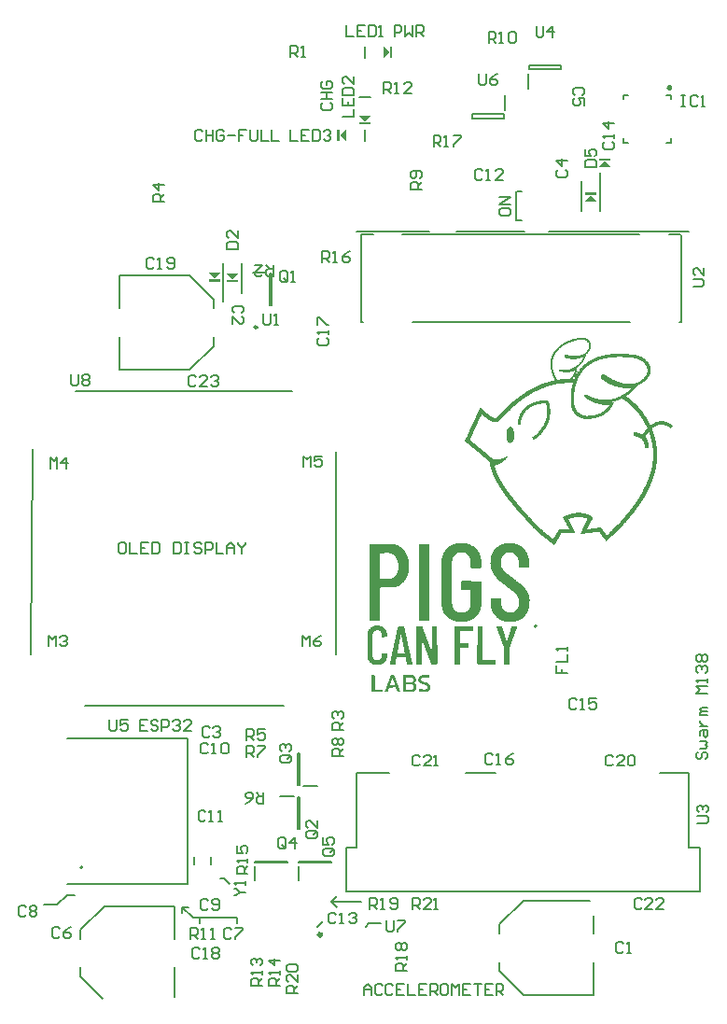
<source format=gto>
G04*
G04 #@! TF.GenerationSoftware,Altium Limited,Altium Designer,21.0.9 (235)*
G04*
G04 Layer_Color=65535*
%FSLAX24Y24*%
%MOIN*%
G70*
G04*
G04 #@! TF.SameCoordinates,6C9EA5C6-EB33-49EF-A4A3-CBEC368A9CDE*
G04*
G04*
G04 #@! TF.FilePolarity,Positive*
G04*
G01*
G75*
%ADD10C,0.0079*%
%ADD11C,0.0098*%
%ADD12C,0.0118*%
%ADD13C,0.0080*%
%ADD14C,0.0060*%
%ADD15C,0.0080*%
%ADD16C,0.0050*%
G36*
X13976Y34055D02*
Y33858D01*
X13898D01*
Y34055D01*
Y34252D01*
X13976D01*
Y34055D01*
D02*
G37*
G36*
X13898D02*
X13661Y33858D01*
Y34055D01*
Y34252D01*
X13898Y34055D01*
D02*
G37*
G36*
X23912Y32893D02*
X23959Y32867D01*
X23985Y32820D01*
Y32767D01*
X23959Y32720D01*
X23912Y32693D01*
X23859Y32693D01*
X23812Y32720D01*
X23786Y32766D01*
X23785Y32793D01*
X23785Y32794D01*
X23785Y32794D01*
X23786Y32821D01*
X23812Y32867D01*
X23859Y32893D01*
X23912Y32893D01*
D02*
G37*
G36*
X12992Y31575D02*
X13189D01*
Y31496D01*
X12795D01*
Y31575D01*
X12992D01*
X12795Y31811D01*
X13189D01*
X12992Y31575D01*
D02*
G37*
G36*
X12323Y31102D02*
Y30906D01*
X12087Y31102D01*
X12323Y31299D01*
Y31102D01*
D02*
G37*
G36*
X12087D02*
Y30906D01*
X12008D01*
Y31102D01*
Y31299D01*
X12087D01*
Y31102D01*
D02*
G37*
G36*
X21772Y30197D02*
X21575D01*
X21772Y29961D01*
X21378D01*
X21575Y30197D01*
X21378D01*
Y30276D01*
X21772D01*
Y30197D01*
D02*
G37*
G36*
X21260Y28976D02*
X21063D01*
X21260Y28740D01*
X20866D01*
X21063Y28976D01*
X20866D01*
Y29055D01*
X21260D01*
Y28976D01*
D02*
G37*
G36*
X7641Y25955D02*
X7837D01*
Y25877D01*
X7444D01*
Y25955D01*
X7641D01*
X7444Y26192D01*
X7837D01*
X7641Y25955D01*
D02*
G37*
G36*
X8268Y25945D02*
X8465D01*
Y25866D01*
X8071D01*
Y25945D01*
X8268D01*
X8071Y26181D01*
X8465D01*
X8268Y25945D01*
D02*
G37*
G36*
X20792Y23880D02*
X20795Y23879D01*
X20808Y23877D01*
X20823Y23876D01*
X20829Y23874D01*
X20839Y23872D01*
X20858Y23866D01*
X20863Y23865D01*
X20871Y23863D01*
X20878Y23860D01*
X20891Y23855D01*
X20903Y23850D01*
X20908Y23848D01*
X20940Y23832D01*
X20947Y23826D01*
X20959Y23820D01*
X20968Y23814D01*
X20970Y23812D01*
X20973Y23810D01*
X20975Y23809D01*
X20978Y23806D01*
X20980Y23805D01*
X20983Y23802D01*
X20986Y23801D01*
X20993Y23793D01*
X20996Y23792D01*
X21001Y23787D01*
X21003Y23786D01*
X21014Y23775D01*
X21016Y23772D01*
X21022Y23766D01*
X21023Y23763D01*
X21030Y23757D01*
X21031Y23754D01*
X21036Y23749D01*
X21037Y23747D01*
X21042Y23739D01*
X21044Y23737D01*
X21056Y23714D01*
X21064Y23697D01*
X21067Y23691D01*
X21072Y23670D01*
X21074Y23663D01*
X21075Y23656D01*
X21077Y23643D01*
X21078Y23640D01*
X21079Y23635D01*
X21078Y23578D01*
X21077Y23575D01*
X21075Y23558D01*
X21074Y23554D01*
X21072Y23544D01*
X21070Y23535D01*
X21069Y23530D01*
X21063Y23509D01*
X21060Y23503D01*
X21058Y23495D01*
X21052Y23481D01*
X21049Y23474D01*
X21044Y23460D01*
X21031Y23435D01*
X21026Y23425D01*
X21017Y23409D01*
X21010Y23397D01*
X21008Y23395D01*
X21007Y23392D01*
X21001Y23384D01*
X21000Y23382D01*
X20987Y23364D01*
X20986Y23362D01*
X20981Y23356D01*
X20980Y23354D01*
X20971Y23342D01*
X20967Y23339D01*
X20966Y23336D01*
X20927Y23298D01*
X20926Y23295D01*
X20920Y23289D01*
X20917Y23282D01*
X20916Y23277D01*
X20912Y23265D01*
X20907Y23257D01*
X20905Y23248D01*
X20903Y23243D01*
X20900Y23235D01*
X20894Y23224D01*
X20891Y23208D01*
X20880Y23187D01*
X20877Y23173D01*
X20873Y23166D01*
X20868Y23155D01*
X20864Y23147D01*
X20856Y23131D01*
X20850Y23119D01*
X20845Y23112D01*
X20841Y23103D01*
X20835Y23093D01*
X20833Y23091D01*
X20831Y23085D01*
X20825Y23076D01*
X20823Y23073D01*
X20822Y23071D01*
X20815Y23059D01*
X20806Y23046D01*
X20805Y23044D01*
X20799Y23037D01*
X20790Y23023D01*
X20780Y23008D01*
X20778Y23006D01*
X20777Y23003D01*
X20773Y22999D01*
X20772Y22997D01*
X20766Y22990D01*
X20763Y22985D01*
X20754Y22974D01*
X20748Y22967D01*
X20745Y22962D01*
X20739Y22955D01*
X20734Y22950D01*
X20732Y22947D01*
X20726Y22941D01*
X20725Y22938D01*
X20721Y22934D01*
X20720Y22932D01*
X20714Y22926D01*
X20712Y22925D01*
X20711Y22923D01*
X20698Y22910D01*
X20697Y22907D01*
X20693Y22904D01*
X20692Y22901D01*
X20683Y22893D01*
X20681Y22891D01*
X20678Y22889D01*
X20676Y22888D01*
X20647Y22860D01*
X20645Y22858D01*
X20633Y22849D01*
X20628Y22844D01*
X20626Y22843D01*
X20617Y22834D01*
X20614Y22833D01*
X20607Y22827D01*
X20604Y22824D01*
X20602Y22823D01*
X20586Y22810D01*
X20579Y22806D01*
X20575Y22803D01*
X20577Y22795D01*
X20579Y22793D01*
X20581Y22793D01*
X20582Y22790D01*
X20583Y22786D01*
X20582Y22773D01*
X20581Y22768D01*
X20579Y22758D01*
X20578Y22754D01*
X20576Y22737D01*
X20575Y22731D01*
X20574Y22713D01*
X20572Y22698D01*
X20571Y22685D01*
X20570Y22678D01*
X20568Y22673D01*
X20565Y22663D01*
X20563Y22656D01*
X20561Y22651D01*
X20558Y22636D01*
X20556Y22630D01*
X20554Y22628D01*
X20551Y22622D01*
X20549Y22613D01*
X20547Y22608D01*
X20544Y22599D01*
X20542Y22597D01*
X20537Y22586D01*
X20536Y22581D01*
X20519Y22549D01*
X20517Y22546D01*
X20513Y22537D01*
X20508Y22529D01*
X20504Y22525D01*
X20495Y22508D01*
X20491Y22504D01*
X20490Y22502D01*
X20485Y22493D01*
X20477Y22485D01*
X20471Y22474D01*
X20466Y22469D01*
X20464Y22466D01*
X20456Y22455D01*
X20450Y22449D01*
X20449Y22447D01*
X20445Y22443D01*
X20444Y22441D01*
X20438Y22434D01*
X20436Y22432D01*
X20434Y22430D01*
X20432Y22428D01*
X20429Y22425D01*
X20427Y22420D01*
X20429Y22415D01*
X20434Y22413D01*
X20449Y22412D01*
X20455Y22409D01*
X20478Y22409D01*
X20483Y22412D01*
X20486Y22415D01*
X20498Y22439D01*
X20500Y22448D01*
X20507Y22460D01*
X20512Y22471D01*
X20513Y22476D01*
X20519Y22488D01*
X20523Y22497D01*
X20526Y22505D01*
X20528Y22507D01*
X20530Y22509D01*
X20532Y22512D01*
X20535Y22518D01*
X20538Y22529D01*
X20545Y22537D01*
X20549Y22550D01*
X20556Y22559D01*
X20560Y22568D01*
X20565Y22577D01*
X20568Y22580D01*
X20569Y22582D01*
X20579Y22601D01*
X20582Y22604D01*
X20589Y22618D01*
X20596Y22627D01*
X20601Y22636D01*
X20607Y22645D01*
X20614Y22656D01*
X20620Y22665D01*
X20621Y22668D01*
X20653Y22710D01*
X20656Y22715D01*
X20668Y22731D01*
X20673Y22738D01*
X20675Y22740D01*
X20676Y22743D01*
X20685Y22752D01*
X20686Y22754D01*
X20692Y22759D01*
X20693Y22762D01*
X20697Y22766D01*
X20698Y22768D01*
X20702Y22772D01*
X20703Y22775D01*
X20707Y22779D01*
X20708Y22781D01*
X20718Y22791D01*
X20720Y22794D01*
X20723Y22798D01*
X20725Y22800D01*
X20753Y22828D01*
X20754Y22831D01*
X20759Y22836D01*
X20760Y22839D01*
X20769Y22847D01*
X20771Y22850D01*
X20778Y22857D01*
X20780Y22858D01*
X20783Y22861D01*
X20785Y22862D01*
X20816Y22893D01*
X20818Y22894D01*
X20829Y22904D01*
X20831Y22905D01*
X20838Y22911D01*
X20845Y22918D01*
X20848Y22920D01*
X20857Y22928D01*
X20859Y22930D01*
X20866Y22935D01*
X20872Y22941D01*
X20875Y22942D01*
X20882Y22948D01*
X20886Y22953D01*
X20889Y22954D01*
X20896Y22960D01*
X20900Y22963D01*
X20903Y22965D01*
X20905Y22967D01*
X20914Y22973D01*
X20917Y22976D01*
X20919Y22977D01*
X20922Y22979D01*
X20928Y22983D01*
X20931Y22986D01*
X20933Y22987D01*
X20936Y22990D01*
X20942Y22994D01*
X20955Y23002D01*
X20957Y23004D01*
X20970Y23012D01*
X20977Y23017D01*
X20991Y23027D01*
X21002Y23033D01*
X21005Y23036D01*
X21016Y23042D01*
X21034Y23052D01*
X21054Y23065D01*
X21071Y23074D01*
X21100Y23089D01*
X21135Y23106D01*
X21182Y23129D01*
X21190Y23132D01*
X21211Y23141D01*
X21216Y23143D01*
X21236Y23152D01*
X21241Y23153D01*
X21249Y23156D01*
X21253Y23158D01*
X21265Y23163D01*
X21278Y23167D01*
X21286Y23170D01*
X21299Y23176D01*
X21313Y23179D01*
X21319Y23182D01*
X21321Y23184D01*
X21324Y23185D01*
X21330Y23187D01*
X21335Y23189D01*
X21346Y23191D01*
X21356Y23194D01*
X21363Y23198D01*
X21372Y23200D01*
X21387Y23203D01*
X21392Y23205D01*
X21399Y23208D01*
X21405Y23210D01*
X21415Y23213D01*
X21428Y23215D01*
X21438Y23219D01*
X21445Y23222D01*
X21450Y23223D01*
X21459Y23224D01*
X21464Y23226D01*
X21475Y23228D01*
X21480Y23229D01*
X21498Y23235D01*
X21503Y23236D01*
X21521Y23238D01*
X21526Y23240D01*
X21533Y23242D01*
X21544Y23245D01*
X21549Y23247D01*
X21555Y23248D01*
X21565Y23249D01*
X21577Y23251D01*
X21584Y23252D01*
X21591Y23253D01*
X21598Y23255D01*
X21607Y23258D01*
X21616Y23259D01*
X21631Y23261D01*
X21648Y23263D01*
X21660Y23265D01*
X21668Y23268D01*
X21677Y23269D01*
X21688Y23270D01*
X21692Y23272D01*
X21725Y23275D01*
X21736Y23276D01*
X21746Y23277D01*
X21752Y23279D01*
X21787Y23283D01*
X21803Y23284D01*
X21812Y23286D01*
X21845Y23287D01*
X21849Y23288D01*
X21877Y23289D01*
X21881Y23291D01*
X21894Y23292D01*
X21924Y23293D01*
X21928Y23295D01*
X21949Y23296D01*
X22010Y23297D01*
X22014Y23298D01*
X22190Y23297D01*
X22194Y23296D01*
X22266Y23295D01*
X22270Y23293D01*
X22279Y23292D01*
X22317Y23291D01*
X22321Y23289D01*
X22334Y23288D01*
X22368Y23287D01*
X22372Y23286D01*
X22415Y23284D01*
X22419Y23283D01*
X22444Y23282D01*
X22447Y23281D01*
X22464Y23279D01*
X22474Y23277D01*
X22485Y23276D01*
X22521Y23273D01*
X22549Y23271D01*
X22564Y23268D01*
X22570Y23267D01*
X22578Y23266D01*
X22584Y23265D01*
X22596Y23263D01*
X22609Y23262D01*
X22641Y23259D01*
X22651Y23258D01*
X22658Y23257D01*
X22664Y23256D01*
X22671Y23254D01*
X22676Y23252D01*
X22703Y23249D01*
X22711Y23248D01*
X22724Y23245D01*
X22730Y23243D01*
X22745Y23238D01*
X22766Y23235D01*
X22774Y23232D01*
X22788Y23226D01*
X22800Y23224D01*
X22808Y23221D01*
X22816Y23215D01*
X22831Y23212D01*
X22853Y23201D01*
X22860Y23200D01*
X22866Y23197D01*
X22870Y23194D01*
X22881Y23189D01*
X22889Y23185D01*
X22891Y23184D01*
X22894Y23182D01*
X22916Y23171D01*
X22923Y23166D01*
X22937Y23158D01*
X22940Y23156D01*
X22942Y23154D01*
X22958Y23143D01*
X22971Y23136D01*
X22973Y23134D01*
X22975Y23133D01*
X22978Y23130D01*
X22981Y23129D01*
X22988Y23123D01*
X22992Y23120D01*
X23008Y23108D01*
X23011Y23104D01*
X23014Y23103D01*
X23016Y23101D01*
X23019Y23099D01*
X23032Y23087D01*
X23034Y23085D01*
X23039Y23080D01*
X23042Y23079D01*
X23073Y23048D01*
X23074Y23045D01*
X23083Y23036D01*
X23085Y23034D01*
X23095Y23023D01*
X23096Y23021D01*
X23099Y23018D01*
X23100Y23016D01*
X23106Y23009D01*
X23107Y23007D01*
X23116Y22995D01*
X23123Y22986D01*
X23124Y22984D01*
X23130Y22978D01*
X23137Y22966D01*
X23141Y22962D01*
X23142Y22960D01*
X23150Y22946D01*
X23152Y22943D01*
X23153Y22941D01*
X23159Y22929D01*
X23162Y22923D01*
X23167Y22915D01*
X23173Y22901D01*
X23178Y22894D01*
X23181Y22886D01*
X23183Y22878D01*
X23192Y22859D01*
X23193Y22854D01*
X23195Y22846D01*
X23199Y22835D01*
X23204Y22817D01*
X23206Y22804D01*
X23210Y22774D01*
X23211Y22769D01*
X23212Y22687D01*
X23211Y22683D01*
X23206Y22643D01*
X23204Y22638D01*
X23203Y22629D01*
X23200Y22622D01*
X23196Y22608D01*
X23194Y22599D01*
X23192Y22593D01*
X23188Y22583D01*
X23187Y22581D01*
X23183Y22572D01*
X23180Y22562D01*
X23175Y22553D01*
X23173Y22550D01*
X23169Y22542D01*
X23167Y22536D01*
X23162Y22529D01*
X23157Y22517D01*
X23151Y22506D01*
X23148Y22503D01*
X23139Y22486D01*
X23136Y22483D01*
X23129Y22471D01*
X23123Y22464D01*
X23117Y22454D01*
X23111Y22448D01*
X23110Y22446D01*
X23101Y22434D01*
X23096Y22427D01*
X23095Y22424D01*
X23091Y22420D01*
X23090Y22418D01*
X23088Y22417D01*
X23085Y22412D01*
X23079Y22405D01*
X23070Y22397D01*
X23069Y22395D01*
X23059Y22384D01*
X23058Y22382D01*
X23049Y22373D01*
X23048Y22370D01*
X23041Y22363D01*
X23038Y22362D01*
X23032Y22354D01*
X23028Y22351D01*
X23026Y22350D01*
X23025Y22347D01*
X23019Y22342D01*
X23016Y22340D01*
X23011Y22335D01*
X23009Y22334D01*
X23004Y22329D01*
X23001Y22328D01*
X22999Y22326D01*
X22998Y22323D01*
X22992Y22317D01*
X22989Y22316D01*
X22982Y22309D01*
X22979Y22307D01*
X22972Y22301D01*
X22968Y22297D01*
X22965Y22296D01*
X22963Y22293D01*
X22960Y22292D01*
X22956Y22288D01*
X22954Y22287D01*
X22949Y22282D01*
X22946Y22280D01*
X22944Y22278D01*
X22941Y22277D01*
X22937Y22273D01*
X22935Y22272D01*
X22932Y22269D01*
X22923Y22264D01*
X22919Y22260D01*
X22917Y22259D01*
X22908Y22252D01*
X22905Y22251D01*
X22903Y22249D01*
X22900Y22247D01*
X22893Y22242D01*
X22881Y22236D01*
X22873Y22231D01*
X22862Y22224D01*
X22854Y22219D01*
X22846Y22216D01*
X22840Y22213D01*
X22838Y22212D01*
X22835Y22210D01*
X22821Y22204D01*
X22812Y22199D01*
X22798Y22192D01*
X22790Y22189D01*
X22788Y22187D01*
X22785Y22186D01*
X22779Y22184D01*
X22774Y22182D01*
X22764Y22178D01*
X22757Y22175D01*
X22748Y22171D01*
X22746Y22169D01*
X22739Y22164D01*
X22736Y22161D01*
X22736Y22159D01*
X22733Y22158D01*
X22728Y22150D01*
X22717Y22139D01*
X22716Y22137D01*
X22713Y22134D01*
X22712Y22132D01*
X22706Y22125D01*
X22704Y22123D01*
X22694Y22113D01*
X22693Y22110D01*
X22687Y22103D01*
X22679Y22095D01*
X22678Y22092D01*
X22673Y22087D01*
X22671Y22085D01*
X22669Y22082D01*
X22667Y22080D01*
X22658Y22071D01*
X22657Y22068D01*
X22655Y22066D01*
X22653Y22063D01*
X22642Y22051D01*
X22641Y22049D01*
X22634Y22043D01*
X22633Y22040D01*
X22630Y22037D01*
X22629Y22035D01*
X22620Y22026D01*
X22619Y22023D01*
X22614Y22018D01*
X22613Y22016D01*
X22552Y21955D01*
X22549Y21954D01*
X22543Y21948D01*
X22540Y21946D01*
X22523Y21928D01*
X22520Y21927D01*
X22518Y21925D01*
X22515Y21923D01*
X22509Y21917D01*
X22506Y21916D01*
X22501Y21911D01*
X22498Y21909D01*
X22491Y21902D01*
X22488Y21900D01*
X22486Y21898D01*
X22483Y21897D01*
X22481Y21894D01*
X22478Y21893D01*
X22475Y21890D01*
X22473Y21889D01*
X22470Y21886D01*
X22468Y21885D01*
X22463Y21880D01*
X22460Y21879D01*
X22456Y21875D01*
X22454Y21874D01*
X22450Y21870D01*
X22447Y21868D01*
X22444Y21865D01*
X22441Y21863D01*
X22416Y21845D01*
X22407Y21838D01*
X22404Y21837D01*
X22397Y21831D01*
X22389Y21826D01*
X22385Y21823D01*
X22382Y21820D01*
X22380Y21819D01*
X22372Y21814D01*
X22363Y21808D01*
X22359Y21805D01*
X22357Y21803D01*
X22345Y21795D01*
X22340Y21792D01*
X22336Y21787D01*
X22337Y21782D01*
X22343Y21777D01*
X22345Y21775D01*
X22350Y21770D01*
X22353Y21769D01*
X22362Y21763D01*
X22366Y21759D01*
X22368Y21757D01*
X22377Y21752D01*
X22384Y21747D01*
X22386Y21745D01*
X22389Y21743D01*
X22398Y21737D01*
X22403Y21732D01*
X22409Y21728D01*
X22415Y21722D01*
X22427Y21715D01*
X22435Y21708D01*
X22437Y21706D01*
X22444Y21701D01*
X22449Y21696D01*
X22451Y21695D01*
X22460Y21689D01*
X22463Y21685D01*
X22465Y21683D01*
X22477Y21675D01*
X22479Y21672D01*
X22482Y21671D01*
X22493Y21662D01*
X22496Y21659D01*
X22498Y21658D01*
X22505Y21652D01*
X22512Y21645D01*
X22515Y21644D01*
X22522Y21638D01*
X22528Y21632D01*
X22530Y21631D01*
X22539Y21622D01*
X22542Y21621D01*
X22547Y21616D01*
X22549Y21615D01*
X22555Y21609D01*
X22557Y21608D01*
X22561Y21604D01*
X22563Y21603D01*
X22574Y21593D01*
X22576Y21592D01*
X22585Y21583D01*
X22588Y21581D01*
X22600Y21569D01*
X22603Y21567D01*
X22606Y21563D01*
X22608Y21561D01*
X22611Y21560D01*
X22614Y21556D01*
X22617Y21555D01*
X22625Y21547D01*
X22627Y21546D01*
X22632Y21541D01*
X22633Y21539D01*
X22636Y21536D01*
X22639Y21534D01*
X22642Y21531D01*
X22643Y21528D01*
X22649Y21523D01*
X22651Y21521D01*
X22656Y21517D01*
X22657Y21514D01*
X22662Y21510D01*
X22664Y21509D01*
X22666Y21507D01*
X22667Y21504D01*
X22673Y21499D01*
X22676Y21497D01*
X22680Y21493D01*
X22681Y21490D01*
X22687Y21484D01*
X22690Y21483D01*
X22692Y21481D01*
X22693Y21479D01*
X22696Y21476D01*
X22699Y21474D01*
X22704Y21469D01*
X22706Y21466D01*
X22710Y21462D01*
X22713Y21460D01*
X22716Y21457D01*
X22717Y21455D01*
X22722Y21450D01*
X22724Y21449D01*
X22727Y21446D01*
X22729Y21443D01*
X22734Y21437D01*
X22737Y21436D01*
X22740Y21433D01*
X22741Y21430D01*
X22752Y21420D01*
X22753Y21418D01*
X22755Y21415D01*
X22756Y21413D01*
X22759Y21412D01*
X22763Y21407D01*
X22764Y21405D01*
X22770Y21399D01*
X22773Y21398D01*
X22776Y21395D01*
X22777Y21392D01*
X22783Y21385D01*
X22785Y21383D01*
X22786Y21381D01*
X22796Y21371D01*
X22798Y21370D01*
X22799Y21368D01*
X22801Y21365D01*
X22803Y21363D01*
X22808Y21356D01*
X22815Y21349D01*
X22817Y21346D01*
X22824Y21338D01*
X22828Y21332D01*
X22838Y21322D01*
X22840Y21319D01*
X22842Y21317D01*
X22843Y21315D01*
X22845Y21314D01*
X22849Y21310D01*
X22850Y21308D01*
X22856Y21301D01*
X22860Y21296D01*
X22861Y21294D01*
X22867Y21287D01*
X22869Y21285D01*
X22870Y21282D01*
X22874Y21278D01*
X22875Y21276D01*
X22881Y21269D01*
X22886Y21264D01*
X22887Y21262D01*
X22896Y21250D01*
X22898Y21248D01*
X22900Y21245D01*
X22905Y21238D01*
X22907Y21236D01*
X22908Y21234D01*
X22911Y21231D01*
X22912Y21229D01*
X22915Y21226D01*
X22916Y21224D01*
X22920Y21220D01*
X22921Y21217D01*
X22933Y21201D01*
X22935Y21199D01*
X22937Y21197D01*
X22942Y21190D01*
X22944Y21188D01*
X22945Y21185D01*
X22965Y21159D01*
X22966Y21156D01*
X22968Y21153D01*
X22970Y21151D01*
X22976Y21142D01*
X22977Y21139D01*
X22980Y21137D01*
X22981Y21134D01*
X22984Y21132D01*
X22985Y21129D01*
X23002Y21103D01*
X23007Y21095D01*
X23009Y21094D01*
X23011Y21091D01*
X23030Y21061D01*
X23033Y21057D01*
X23039Y21048D01*
X23048Y21034D01*
X23049Y21031D01*
X23055Y21022D01*
X23056Y21020D01*
X23064Y21005D01*
X23070Y20997D01*
X23072Y20994D01*
X23078Y20983D01*
X23081Y20980D01*
X23091Y20961D01*
X23096Y20953D01*
X23102Y20942D01*
X23107Y20934D01*
X23109Y20929D01*
X23113Y20923D01*
X23119Y20914D01*
X23123Y20902D01*
X23133Y20888D01*
X23135Y20881D01*
X23139Y20874D01*
X23144Y20866D01*
X23148Y20858D01*
X23152Y20851D01*
X23157Y20844D01*
X23159Y20836D01*
X23166Y20826D01*
X23169Y20819D01*
X23171Y20813D01*
X23176Y20804D01*
X23183Y20790D01*
X23190Y20776D01*
X23193Y20770D01*
X23196Y20761D01*
X23201Y20754D01*
X23206Y20748D01*
X23211Y20748D01*
X23215Y20750D01*
X23222Y20755D01*
X23228Y20761D01*
X23231Y20763D01*
X23240Y20769D01*
X23242Y20770D01*
X23245Y20773D01*
X23247Y20774D01*
X23256Y20780D01*
X23259Y20782D01*
X23261Y20784D01*
X23264Y20785D01*
X23273Y20792D01*
X23289Y20801D01*
X23310Y20814D01*
X23329Y20824D01*
X23358Y20838D01*
X23366Y20841D01*
X23373Y20844D01*
X23375Y20845D01*
X23384Y20849D01*
X23393Y20852D01*
X23401Y20855D01*
X23414Y20861D01*
X23435Y20866D01*
X23444Y20870D01*
X23450Y20872D01*
X23465Y20875D01*
X23470Y20876D01*
X23483Y20878D01*
X23489Y20880D01*
X23500Y20884D01*
X23505Y20885D01*
X23525Y20886D01*
X23529Y20888D01*
X23560Y20889D01*
X23564Y20890D01*
X23637Y20889D01*
X23641Y20888D01*
X23674Y20886D01*
X23678Y20885D01*
X23692Y20883D01*
X23697Y20882D01*
X23704Y20880D01*
X23713Y20877D01*
X23728Y20875D01*
X23733Y20873D01*
X23741Y20872D01*
X23754Y20866D01*
X23761Y20865D01*
X23766Y20863D01*
X23775Y20861D01*
X23780Y20860D01*
X23798Y20852D01*
X23805Y20850D01*
X23812Y20847D01*
X23828Y20840D01*
X23834Y20838D01*
X23853Y20829D01*
X23861Y20826D01*
X23872Y20819D01*
X23890Y20810D01*
X23904Y20802D01*
X23925Y20789D01*
X23933Y20784D01*
X23960Y20766D01*
X23963Y20765D01*
X24001Y20737D01*
X24003Y20731D01*
X24002Y20720D01*
X23997Y20715D01*
X23995Y20712D01*
X23991Y20708D01*
X23990Y20706D01*
X23984Y20699D01*
X23981Y20696D01*
X23980Y20693D01*
X23977Y20690D01*
X23976Y20688D01*
X23974Y20685D01*
X23972Y20683D01*
X23969Y20679D01*
X23967Y20676D01*
X23958Y20665D01*
X23954Y20661D01*
X23953Y20659D01*
X23947Y20652D01*
X23944Y20648D01*
X23943Y20646D01*
X23937Y20640D01*
X23928Y20641D01*
X23919Y20650D01*
X23910Y20655D01*
X23907Y20659D01*
X23904Y20660D01*
X23902Y20663D01*
X23893Y20668D01*
X23890Y20671D01*
X23888Y20672D01*
X23885Y20674D01*
X23873Y20681D01*
X23865Y20687D01*
X23853Y20694D01*
X23845Y20699D01*
X23831Y20706D01*
X23792Y20726D01*
X23778Y20732D01*
X23771Y20734D01*
X23763Y20738D01*
X23750Y20743D01*
X23714Y20755D01*
X23699Y20759D01*
X23690Y20761D01*
X23675Y20764D01*
X23669Y20766D01*
X23656Y20767D01*
X23641Y20770D01*
X23611Y20771D01*
X23605Y20772D01*
X23592Y20773D01*
X23585Y20772D01*
X23578Y20771D01*
X23550Y20770D01*
X23540Y20768D01*
X23527Y20767D01*
X23519Y20766D01*
X23507Y20763D01*
X23497Y20761D01*
X23490Y20759D01*
X23469Y20754D01*
X23453Y20748D01*
X23447Y20745D01*
X23440Y20743D01*
X23431Y20740D01*
X23419Y20734D01*
X23410Y20731D01*
X23386Y20719D01*
X23367Y20709D01*
X23359Y20704D01*
X23345Y20696D01*
X23336Y20690D01*
X23328Y20685D01*
X23325Y20682D01*
X23322Y20681D01*
X23315Y20676D01*
X23312Y20674D01*
X23305Y20669D01*
X23303Y20667D01*
X23301Y20666D01*
X23294Y20660D01*
X23289Y20657D01*
X23287Y20654D01*
X23284Y20653D01*
X23277Y20647D01*
X23273Y20644D01*
X23270Y20641D01*
X23268Y20640D01*
X23259Y20632D01*
X23258Y20627D01*
X23259Y20618D01*
X23266Y20604D01*
X23267Y20599D01*
X23276Y20579D01*
X23278Y20569D01*
X23281Y20563D01*
X23284Y20555D01*
X23290Y20540D01*
X23291Y20535D01*
X23294Y20527D01*
X23297Y20520D01*
X23300Y20513D01*
X23302Y20505D01*
X23303Y20500D01*
X23307Y20490D01*
X23313Y20476D01*
X23315Y20468D01*
X23317Y20458D01*
X23322Y20445D01*
X23326Y20434D01*
X23328Y20426D01*
X23331Y20416D01*
X23337Y20397D01*
X23340Y20387D01*
X23346Y20366D01*
X23350Y20351D01*
X23352Y20343D01*
X23353Y20338D01*
X23359Y20319D01*
X23360Y20314D01*
X23362Y20306D01*
X23367Y20285D01*
X23369Y20278D01*
X23371Y20270D01*
X23372Y20264D01*
X23379Y20238D01*
X23380Y20232D01*
X23381Y20227D01*
X23386Y20201D01*
X23388Y20194D01*
X23391Y20184D01*
X23393Y20172D01*
X23396Y20153D01*
X23399Y20137D01*
X23402Y20123D01*
X23404Y20113D01*
X23406Y20096D01*
X23409Y20078D01*
X23410Y20072D01*
X23412Y20061D01*
X23413Y20053D01*
X23414Y20048D01*
X23416Y20031D01*
X23417Y20022D01*
X23419Y20004D01*
X23421Y19993D01*
X23423Y19977D01*
X23426Y19951D01*
X23428Y19938D01*
X23430Y19903D01*
X23431Y19884D01*
X23433Y19880D01*
X23434Y19864D01*
X23433Y19855D01*
X23434Y19851D01*
X23435Y19843D01*
X23437Y19840D01*
X23438Y19835D01*
X23437Y19806D01*
X23438Y19792D01*
X23440Y19775D01*
X23439Y19578D01*
X23438Y19574D01*
X23437Y19528D01*
X23435Y19525D01*
X23434Y19516D01*
X23433Y19488D01*
X23431Y19484D01*
X23430Y19467D01*
X23429Y19444D01*
X23428Y19440D01*
X23426Y19414D01*
X23425Y19410D01*
X23423Y19395D01*
X23422Y19387D01*
X23419Y19361D01*
X23417Y19348D01*
X23416Y19333D01*
X23414Y19326D01*
X23412Y19310D01*
X23410Y19303D01*
X23409Y19296D01*
X23405Y19270D01*
X23403Y19257D01*
X23400Y19241D01*
X23399Y19234D01*
X23396Y19224D01*
X23395Y19218D01*
X23391Y19195D01*
X23390Y19188D01*
X23385Y19168D01*
X23381Y19149D01*
X23377Y19135D01*
X23376Y19130D01*
X23375Y19123D01*
X23373Y19118D01*
X23372Y19111D01*
X23371Y19104D01*
X23366Y19084D01*
X23361Y19069D01*
X23360Y19064D01*
X23358Y19056D01*
X23352Y19037D01*
X23346Y19012D01*
X23340Y18991D01*
X23338Y18986D01*
X23336Y18978D01*
X23332Y18967D01*
X23328Y18953D01*
X23326Y18944D01*
X23324Y18937D01*
X23320Y18927D01*
X23317Y18920D01*
X23315Y18913D01*
X23313Y18907D01*
X23308Y18892D01*
X23305Y18885D01*
X23301Y18870D01*
X23296Y18854D01*
X23292Y18847D01*
X23291Y18840D01*
X23289Y18835D01*
X23285Y18825D01*
X23280Y18811D01*
X23278Y18803D01*
X23277Y18798D01*
X23274Y18792D01*
X23267Y18776D01*
X23265Y18767D01*
X23262Y18761D01*
X23257Y18752D01*
X23253Y18736D01*
X23250Y18728D01*
X23248Y18726D01*
X23244Y18717D01*
X23241Y18707D01*
X23238Y18699D01*
X23236Y18697D01*
X23235Y18694D01*
X23231Y18685D01*
X23229Y18676D01*
X23218Y18655D01*
X23217Y18648D01*
X23214Y18641D01*
X23211Y18638D01*
X23208Y18632D01*
X23207Y18627D01*
X23204Y18618D01*
X23196Y18602D01*
X23194Y18597D01*
X23192Y18591D01*
X23181Y18569D01*
X23178Y18561D01*
X23171Y18549D01*
X23166Y18535D01*
X23160Y18526D01*
X23159Y18521D01*
X23154Y18509D01*
X23149Y18501D01*
X23146Y18493D01*
X23138Y18479D01*
X23133Y18467D01*
X23130Y18459D01*
X23123Y18445D01*
X23120Y18437D01*
X23110Y18419D01*
X23095Y18389D01*
X23090Y18382D01*
X23085Y18370D01*
X23078Y18359D01*
X23073Y18347D01*
X23067Y18336D01*
X23056Y18317D01*
X23051Y18309D01*
X23050Y18304D01*
X23044Y18292D01*
X23039Y18285D01*
X23035Y18276D01*
X23033Y18273D01*
X23027Y18264D01*
X23009Y18230D01*
X23003Y18220D01*
X23002Y18217D01*
X22995Y18207D01*
X22986Y18190D01*
X22981Y18181D01*
X22976Y18174D01*
X22968Y18160D01*
X22963Y18152D01*
X22962Y18149D01*
X22956Y18138D01*
X22949Y18129D01*
X22943Y18118D01*
X22933Y18100D01*
X22926Y18091D01*
X22925Y18088D01*
X22920Y18079D01*
X22914Y18070D01*
X22907Y18059D01*
X22905Y18056D01*
X22903Y18054D01*
X22898Y18045D01*
X22890Y18033D01*
X22884Y18023D01*
X22880Y18018D01*
X22878Y18016D01*
X22869Y17999D01*
X22865Y17995D01*
X22859Y17984D01*
X22854Y17979D01*
X22846Y17964D01*
X22842Y17961D01*
X22841Y17958D01*
X22836Y17949D01*
X22831Y17944D01*
X22829Y17942D01*
X22823Y17930D01*
X22818Y17925D01*
X22817Y17922D01*
X22812Y17913D01*
X22806Y17906D01*
X22804Y17905D01*
X22798Y17893D01*
X22791Y17887D01*
X22785Y17875D01*
X22780Y17870D01*
X22773Y17859D01*
X22769Y17855D01*
X22768Y17852D01*
X22763Y17843D01*
X22757Y17836D01*
X22754Y17833D01*
X22749Y17824D01*
X22744Y17819D01*
X22743Y17817D01*
X22736Y17808D01*
X22727Y17795D01*
X22724Y17788D01*
X22718Y17783D01*
X22717Y17781D01*
X22711Y17772D01*
X22692Y17747D01*
X22687Y17739D01*
X22683Y17735D01*
X22678Y17726D01*
X22675Y17723D01*
X22674Y17721D01*
X22670Y17717D01*
X22669Y17714D01*
X22666Y17712D01*
X22665Y17709D01*
X22659Y17702D01*
X22656Y17698D01*
X22647Y17686D01*
X22625Y17657D01*
X22623Y17655D01*
X22621Y17652D01*
X22618Y17648D01*
X22616Y17646D01*
X22614Y17643D01*
X22613Y17640D01*
X22609Y17637D01*
X22607Y17634D01*
X22602Y17627D01*
X22599Y17623D01*
X22595Y17619D01*
X22593Y17616D01*
X22591Y17614D01*
X22590Y17611D01*
X22587Y17609D01*
X22586Y17606D01*
X22582Y17602D01*
X22581Y17600D01*
X22575Y17593D01*
X22572Y17589D01*
X22570Y17587D01*
X22568Y17584D01*
X22567Y17582D01*
X22564Y17579D01*
X22563Y17577D01*
X22559Y17573D01*
X22558Y17570D01*
X22555Y17568D01*
X22554Y17565D01*
X22549Y17560D01*
X22548Y17558D01*
X22544Y17554D01*
X22542Y17551D01*
X22537Y17544D01*
X22530Y17537D01*
X22528Y17535D01*
X22523Y17529D01*
X22522Y17527D01*
X22516Y17520D01*
X22514Y17516D01*
X22512Y17515D01*
X22510Y17513D01*
X22508Y17510D01*
X22507Y17508D01*
X22499Y17500D01*
X22498Y17498D01*
X22495Y17495D01*
X22494Y17493D01*
X22488Y17486D01*
X22485Y17482D01*
X22484Y17480D01*
X22478Y17473D01*
X22471Y17466D01*
X22470Y17463D01*
X22464Y17456D01*
X22458Y17450D01*
X22457Y17448D01*
X22448Y17439D01*
X22447Y17436D01*
X22437Y17426D01*
X22435Y17424D01*
X22429Y17415D01*
X22421Y17407D01*
X22420Y17405D01*
X22412Y17397D01*
X22411Y17394D01*
X22406Y17389D01*
X22405Y17387D01*
X22400Y17383D01*
X22398Y17382D01*
X22397Y17379D01*
X22391Y17372D01*
X22375Y17356D01*
X22374Y17353D01*
X22368Y17346D01*
X22363Y17341D01*
X22361Y17338D01*
X22352Y17329D01*
X22351Y17327D01*
X22349Y17324D01*
X22347Y17322D01*
X22332Y17306D01*
X22331Y17304D01*
X22327Y17300D01*
X22326Y17297D01*
X22308Y17279D01*
X22306Y17277D01*
X22301Y17272D01*
X22300Y17269D01*
X22281Y17250D01*
X22280Y17248D01*
X22272Y17240D01*
X22271Y17237D01*
X22262Y17228D01*
X22260Y17226D01*
X22257Y17223D01*
X22255Y17221D01*
X22253Y17220D01*
X22252Y17217D01*
X22238Y17203D01*
X22236Y17200D01*
X22232Y17197D01*
X22231Y17194D01*
X22203Y17166D01*
X22202Y17164D01*
X22201Y17163D01*
X22199Y17161D01*
X22192Y17154D01*
X22190Y17152D01*
X22188Y17149D01*
X22187Y17147D01*
X22184Y17144D01*
X22183Y17142D01*
X22111Y17070D01*
X22111Y17068D01*
X22108Y17067D01*
X22101Y17060D01*
X22100Y17058D01*
X22093Y17051D01*
X22092Y17049D01*
X22090Y17046D01*
X22088Y17043D01*
X22086Y17042D01*
X22084Y17040D01*
X22014Y16970D01*
X22011Y16969D01*
X22009Y16966D01*
X22006Y16965D01*
X21983Y16942D01*
X21981Y16941D01*
X21981Y16940D01*
X21979Y16939D01*
X21977Y16936D01*
X21969Y16928D01*
X21966Y16927D01*
X21963Y16922D01*
X21961Y16920D01*
X21959Y16919D01*
X21952Y16912D01*
X21951Y16910D01*
X21949Y16909D01*
X21917Y16877D01*
X21914Y16876D01*
X21909Y16871D01*
X21907Y16869D01*
X21867Y16830D01*
X21864Y16829D01*
X21861Y16825D01*
X21858Y16823D01*
X21840Y16806D01*
X21838Y16804D01*
X21834Y16800D01*
X21827Y16793D01*
X21825Y16792D01*
X21823Y16790D01*
X21822Y16788D01*
X21820Y16786D01*
X21817Y16784D01*
X21815Y16783D01*
X21803Y16771D01*
X21801Y16770D01*
X21799Y16768D01*
X21797Y16765D01*
X21792Y16760D01*
X21789Y16758D01*
X21781Y16751D01*
X21779Y16749D01*
X21765Y16735D01*
X21762Y16734D01*
X21760Y16732D01*
X21759Y16730D01*
X21755Y16725D01*
X21752Y16724D01*
X21750Y16721D01*
X21747Y16720D01*
X21741Y16714D01*
X21738Y16712D01*
X21734Y16708D01*
X21732Y16705D01*
X21729Y16702D01*
X21727Y16701D01*
X21722Y16696D01*
X21719Y16695D01*
X21710Y16686D01*
X21708Y16684D01*
X21702Y16680D01*
X21700Y16677D01*
X21693Y16670D01*
X21691Y16669D01*
X21689Y16667D01*
X21688Y16665D01*
X21683Y16661D01*
X21676Y16656D01*
X21669Y16649D01*
X21667Y16647D01*
X21662Y16643D01*
X21661Y16640D01*
X21658Y16637D01*
X21655Y16636D01*
X21649Y16630D01*
X21646Y16628D01*
X21642Y16624D01*
X21640Y16623D01*
X21631Y16614D01*
X21625Y16612D01*
X21620Y16613D01*
X21615Y16617D01*
X21614Y16620D01*
X21608Y16627D01*
X21606Y16629D01*
X21605Y16631D01*
X21593Y16647D01*
X21588Y16655D01*
X21584Y16660D01*
X21579Y16665D01*
X21576Y16671D01*
X21569Y16677D01*
X21568Y16680D01*
X21559Y16691D01*
X21553Y16700D01*
X21551Y16703D01*
X21546Y16710D01*
X21544Y16712D01*
X21542Y16714D01*
X21533Y16726D01*
X21531Y16728D01*
X21530Y16731D01*
X21517Y16747D01*
X21513Y16754D01*
X21507Y16761D01*
X21505Y16763D01*
X21504Y16765D01*
X21495Y16777D01*
X21483Y16793D01*
X21478Y16801D01*
X21475Y16805D01*
X21472Y16808D01*
X21471Y16810D01*
X21468Y16813D01*
X21467Y16815D01*
X21458Y16827D01*
X21436Y16856D01*
X21434Y16859D01*
X21433Y16861D01*
X21424Y16873D01*
X21421Y16875D01*
X21420Y16878D01*
X21417Y16880D01*
X21416Y16883D01*
X21413Y16885D01*
X21412Y16888D01*
X21410Y16890D01*
X21408Y16893D01*
X21405Y16897D01*
X21401Y16903D01*
X21398Y16906D01*
X21397Y16908D01*
X21394Y16911D01*
X21393Y16913D01*
X21387Y16920D01*
X21384Y16925D01*
X21382Y16927D01*
X21380Y16930D01*
X21371Y16941D01*
X21368Y16945D01*
X21362Y16947D01*
X21335Y16946D01*
X21331Y16945D01*
X21318Y16943D01*
X21315Y16942D01*
X21298Y16941D01*
X21292Y16938D01*
X21283Y16937D01*
X21266Y16936D01*
X21262Y16934D01*
X21245Y16933D01*
X21230Y16930D01*
X21217Y16929D01*
X21211Y16927D01*
X21206Y16926D01*
X21194Y16925D01*
X21163Y16921D01*
X21148Y16918D01*
X21131Y16917D01*
X21126Y16915D01*
X21108Y16913D01*
X21093Y16911D01*
X21083Y16910D01*
X21068Y16907D01*
X21058Y16906D01*
X21042Y16903D01*
X21031Y16902D01*
X21000Y16898D01*
X20993Y16897D01*
X20986Y16896D01*
X20975Y16894D01*
X20967Y16893D01*
X20962Y16892D01*
X20939Y16889D01*
X20919Y16887D01*
X20911Y16885D01*
X20905Y16884D01*
X20899Y16883D01*
X20885Y16882D01*
X20879Y16880D01*
X20874Y16879D01*
X20856Y16878D01*
X20830Y16874D01*
X20825Y16873D01*
X20817Y16871D01*
X20796Y16869D01*
X20791Y16867D01*
X20776Y16866D01*
X20755Y16864D01*
X20748Y16862D01*
X20728Y16859D01*
X20713Y16856D01*
X20699Y16854D01*
X20695Y16855D01*
X20688Y16859D01*
X20686Y16861D01*
X20688Y16870D01*
X20690Y16873D01*
X20759Y17012D01*
X20765Y17023D01*
X20771Y17035D01*
X20777Y17046D01*
X20783Y17060D01*
X20790Y17072D01*
X20795Y17083D01*
X20801Y17095D01*
X20808Y17109D01*
X20813Y17117D01*
X20819Y17132D01*
X20824Y17140D01*
X20828Y17147D01*
X20831Y17153D01*
X20834Y17162D01*
X20837Y17166D01*
X20841Y17172D01*
X20845Y17184D01*
X20848Y17189D01*
X20854Y17197D01*
X20855Y17204D01*
X20858Y17210D01*
X20860Y17212D01*
X20861Y17214D01*
X20864Y17217D01*
X20870Y17234D01*
X20876Y17242D01*
X20881Y17255D01*
X20885Y17262D01*
X20893Y17278D01*
X20901Y17291D01*
X20903Y17297D01*
X20906Y17306D01*
X20908Y17308D01*
X20910Y17310D01*
X20913Y17316D01*
X20917Y17325D01*
X20923Y17335D01*
X20927Y17346D01*
X20935Y17360D01*
X20940Y17371D01*
X20948Y17385D01*
X20953Y17397D01*
X20952Y17405D01*
X20947Y17409D01*
X20923Y17420D01*
X20916Y17422D01*
X20910Y17425D01*
X20894Y17432D01*
X20885Y17434D01*
X20880Y17435D01*
X20874Y17438D01*
X20867Y17441D01*
X20858Y17443D01*
X20848Y17446D01*
X20838Y17448D01*
X20816Y17455D01*
X20811Y17456D01*
X20798Y17457D01*
X20793Y17459D01*
X20778Y17462D01*
X20773Y17463D01*
X20766Y17465D01*
X20757Y17466D01*
X20752Y17468D01*
X20691Y17471D01*
X20676Y17473D01*
X20659Y17475D01*
X20613Y17474D01*
X20609Y17473D01*
X20604Y17471D01*
X20566Y17470D01*
X20562Y17469D01*
X20531Y17468D01*
X20528Y17466D01*
X20519Y17464D01*
X20500Y17461D01*
X20495Y17459D01*
X20487Y17458D01*
X20476Y17457D01*
X20462Y17454D01*
X20455Y17452D01*
X20437Y17447D01*
X20432Y17446D01*
X20420Y17444D01*
X20415Y17443D01*
X20405Y17439D01*
X20396Y17436D01*
X20388Y17434D01*
X20375Y17431D01*
X20365Y17427D01*
X20358Y17424D01*
X20349Y17422D01*
X20344Y17420D01*
X20337Y17419D01*
X20318Y17410D01*
X20309Y17408D01*
X20283Y17394D01*
X20281Y17388D01*
X20380Y17188D01*
X20388Y17174D01*
X20392Y17165D01*
X20399Y17151D01*
X20403Y17142D01*
X20406Y17135D01*
X20407Y17133D01*
X20412Y17125D01*
X20417Y17112D01*
X20422Y17103D01*
X20426Y17097D01*
X20431Y17085D01*
X20433Y17083D01*
X20434Y17081D01*
X20441Y17064D01*
X20443Y17061D01*
X20449Y17052D01*
X20454Y17038D01*
X20462Y17026D01*
X20464Y17019D01*
X20472Y17005D01*
X20476Y16996D01*
X20485Y16980D01*
X20489Y16971D01*
X20495Y16959D01*
X20501Y16945D01*
X20507Y16936D01*
X20523Y16902D01*
X20522Y16894D01*
X20519Y16891D01*
X20510Y16890D01*
X20505Y16891D01*
X20028Y16890D01*
X20019Y16883D01*
X20014Y16879D01*
X20008Y16867D01*
X20003Y16860D01*
X19994Y16843D01*
X19991Y16841D01*
X19985Y16829D01*
X19978Y16819D01*
X19972Y16808D01*
X19967Y16800D01*
X19959Y16786D01*
X19954Y16778D01*
X19953Y16776D01*
X19944Y16762D01*
X19936Y16748D01*
X19931Y16740D01*
X19922Y16723D01*
X19907Y16699D01*
X19901Y16688D01*
X19896Y16679D01*
X19889Y16668D01*
X19888Y16666D01*
X19883Y16657D01*
X19876Y16648D01*
X19875Y16646D01*
X19869Y16634D01*
X19864Y16626D01*
X19856Y16612D01*
X19851Y16605D01*
X19845Y16593D01*
X19842Y16591D01*
X19841Y16588D01*
X19833Y16574D01*
X19828Y16566D01*
X19827Y16564D01*
X19822Y16555D01*
X19815Y16546D01*
X19808Y16532D01*
X19802Y16524D01*
X19796Y16513D01*
X19793Y16510D01*
X19785Y16494D01*
X19782Y16491D01*
X19781Y16489D01*
X19773Y16475D01*
X19766Y16471D01*
X19761Y16473D01*
X19753Y16477D01*
X19753Y16477D01*
X19749Y16480D01*
X19747Y16482D01*
X19742Y16487D01*
X19739Y16488D01*
X19737Y16491D01*
X19734Y16492D01*
X19730Y16496D01*
X19728Y16497D01*
X19719Y16503D01*
X19716Y16505D01*
X19712Y16508D01*
X19710Y16510D01*
X19707Y16512D01*
X19705Y16514D01*
X19700Y16519D01*
X19697Y16520D01*
X19695Y16522D01*
X19692Y16524D01*
X19690Y16526D01*
X19687Y16528D01*
X19684Y16530D01*
X19682Y16531D01*
X19677Y16536D01*
X19674Y16538D01*
X19672Y16540D01*
X19669Y16542D01*
X19653Y16554D01*
X19650Y16557D01*
X19647Y16558D01*
X19644Y16562D01*
X19641Y16563D01*
X19639Y16566D01*
X19636Y16567D01*
X19632Y16571D01*
X19630Y16572D01*
X19626Y16576D01*
X19623Y16577D01*
X19616Y16583D01*
X19609Y16588D01*
X19607Y16590D01*
X19604Y16591D01*
X19602Y16594D01*
X19599Y16595D01*
X19596Y16598D01*
X19594Y16599D01*
X19590Y16603D01*
X19587Y16604D01*
X19582Y16609D01*
X19580Y16610D01*
X19577Y16613D01*
X19575Y16614D01*
X19568Y16620D01*
X19566Y16622D01*
X19563Y16623D01*
X19561Y16626D01*
X19558Y16627D01*
X19553Y16632D01*
X19550Y16633D01*
X19548Y16636D01*
X19545Y16637D01*
X19543Y16640D01*
X19540Y16641D01*
X19536Y16645D01*
X19534Y16646D01*
X19531Y16649D01*
X19529Y16650D01*
X19526Y16653D01*
X19524Y16654D01*
X19519Y16659D01*
X19516Y16660D01*
X19513Y16663D01*
X19511Y16664D01*
X19506Y16669D01*
X19503Y16670D01*
X19501Y16673D01*
X19498Y16674D01*
X19491Y16680D01*
X19489Y16682D01*
X19487Y16683D01*
X19480Y16689D01*
X19477Y16692D01*
X19474Y16693D01*
X19471Y16696D01*
X19469Y16697D01*
X19462Y16703D01*
X19459Y16706D01*
X19456Y16707D01*
X19445Y16716D01*
X19441Y16720D01*
X19438Y16721D01*
X19431Y16727D01*
X19427Y16732D01*
X19424Y16733D01*
X19413Y16742D01*
X19410Y16744D01*
X19408Y16746D01*
X19396Y16755D01*
X19394Y16757D01*
X19387Y16761D01*
X19382Y16766D01*
X19380Y16767D01*
X19377Y16770D01*
X19374Y16771D01*
X19372Y16774D01*
X19369Y16775D01*
X19363Y16781D01*
X19354Y16786D01*
X19349Y16792D01*
X19346Y16793D01*
X19337Y16799D01*
X19331Y16806D01*
X19329Y16807D01*
X19322Y16813D01*
X19309Y16823D01*
X19299Y16832D01*
X19297Y16833D01*
X19297Y16835D01*
X19294Y16836D01*
X19285Y16845D01*
X19283Y16846D01*
X19275Y16854D01*
X19272Y16855D01*
X19269Y16859D01*
X19267Y16860D01*
X19265Y16862D01*
X19233Y16895D01*
X19230Y16896D01*
X19220Y16906D01*
X19218Y16908D01*
X19210Y16915D01*
X19207Y16917D01*
X19188Y16936D01*
X19186Y16939D01*
X19184Y16941D01*
X19182Y16942D01*
X19163Y16961D01*
X19163Y16962D01*
X19160Y16964D01*
X19149Y16975D01*
X19149Y16977D01*
X19146Y16978D01*
X19139Y16985D01*
X19138Y16987D01*
X19136Y16989D01*
X19133Y16991D01*
X19126Y16998D01*
X19125Y17000D01*
X19123Y17002D01*
X19121Y17003D01*
X19116Y17008D01*
X19115Y17010D01*
X19113Y17012D01*
X19110Y17014D01*
X19108Y17016D01*
X19105Y17017D01*
X19096Y17026D01*
X19094Y17028D01*
X19091Y17031D01*
X19089Y17033D01*
X19085Y17038D01*
X19082Y17039D01*
X19078Y17043D01*
X19077Y17046D01*
X19072Y17051D01*
X19070Y17052D01*
X19066Y17055D01*
X19065Y17058D01*
X19058Y17065D01*
X19056Y17066D01*
X19052Y17070D01*
X19014Y17109D01*
X19013Y17110D01*
X19011Y17112D01*
X19003Y17120D01*
X19001Y17123D01*
X18994Y17130D01*
X18992Y17133D01*
X18960Y17165D01*
X18958Y17166D01*
X18957Y17169D01*
X18948Y17177D01*
X18946Y17177D01*
X18945Y17180D01*
X18936Y17190D01*
X18933Y17191D01*
X18930Y17195D01*
X18924Y17201D01*
X18922Y17202D01*
X18918Y17207D01*
X18913Y17213D01*
X18910Y17214D01*
X18908Y17216D01*
X18907Y17218D01*
X18900Y17225D01*
X18897Y17227D01*
X18895Y17228D01*
X18894Y17231D01*
X18883Y17242D01*
X18881Y17245D01*
X18876Y17250D01*
X18876Y17252D01*
X18874Y17253D01*
X18873Y17255D01*
X18853Y17275D01*
X18850Y17276D01*
X18848Y17278D01*
X18847Y17281D01*
X18840Y17288D01*
X18838Y17288D01*
X18837Y17291D01*
X18818Y17310D01*
X18816Y17313D01*
X18813Y17316D01*
X18811Y17319D01*
X18773Y17357D01*
X18772Y17360D01*
X18767Y17365D01*
X18765Y17368D01*
X18758Y17375D01*
X18756Y17378D01*
X18753Y17381D01*
X18751Y17382D01*
X18746Y17387D01*
X18745Y17389D01*
X18739Y17395D01*
X18737Y17396D01*
X18735Y17398D01*
X18733Y17401D01*
X18726Y17408D01*
X18725Y17411D01*
X18722Y17413D01*
X18721Y17416D01*
X18696Y17440D01*
X18695Y17443D01*
X18688Y17450D01*
X18686Y17453D01*
X18675Y17464D01*
X18674Y17467D01*
X18669Y17470D01*
X18663Y17476D01*
X18662Y17478D01*
X18656Y17486D01*
X18654Y17487D01*
X18653Y17490D01*
X18633Y17510D01*
X18631Y17513D01*
X18626Y17518D01*
X18625Y17521D01*
X18619Y17528D01*
X18601Y17546D01*
X18597Y17552D01*
X18593Y17557D01*
X18590Y17558D01*
X18587Y17563D01*
X18582Y17567D01*
X18580Y17568D01*
X18577Y17572D01*
X18575Y17574D01*
X18570Y17581D01*
X18565Y17586D01*
X18564Y17588D01*
X18559Y17593D01*
X18557Y17594D01*
X18555Y17596D01*
X18554Y17598D01*
X18548Y17605D01*
X18545Y17610D01*
X18529Y17625D01*
X18528Y17628D01*
X18524Y17632D01*
X18523Y17634D01*
X18510Y17647D01*
X18509Y17649D01*
X18503Y17656D01*
X18501Y17658D01*
X18491Y17669D01*
X18490Y17671D01*
X18481Y17680D01*
X18480Y17683D01*
X18476Y17686D01*
X18475Y17689D01*
X18468Y17695D01*
X18467Y17698D01*
X18458Y17707D01*
X18457Y17709D01*
X18450Y17716D01*
X18449Y17718D01*
X18444Y17723D01*
X18443Y17726D01*
X18432Y17736D01*
X18431Y17739D01*
X18429Y17741D01*
X18427Y17744D01*
X18417Y17754D01*
X18416Y17757D01*
X18409Y17763D01*
X18408Y17765D01*
X18406Y17768D01*
X18404Y17771D01*
X18401Y17774D01*
X18399Y17777D01*
X18393Y17783D01*
X18392Y17786D01*
X18383Y17795D01*
X18381Y17797D01*
X18379Y17800D01*
X18378Y17802D01*
X18374Y17806D01*
X18372Y17809D01*
X18366Y17815D01*
X18365Y17818D01*
X18360Y17823D01*
X18358Y17825D01*
X18353Y17831D01*
X18352Y17833D01*
X18347Y17838D01*
X18346Y17841D01*
X18343Y17843D01*
X18342Y17846D01*
X18334Y17854D01*
X18333Y17856D01*
X18329Y17860D01*
X18328Y17862D01*
X18321Y17869D01*
X18320Y17871D01*
X18311Y17883D01*
X18306Y17888D01*
X18305Y17890D01*
X18299Y17898D01*
X18295Y17902D01*
X18293Y17905D01*
X18291Y17907D01*
X18290Y17910D01*
X18283Y17916D01*
X18282Y17919D01*
X18279Y17921D01*
X18278Y17924D01*
X18272Y17930D01*
X18270Y17933D01*
X18261Y17944D01*
X18258Y17948D01*
X18256Y17950D01*
X18254Y17953D01*
X18253Y17956D01*
X18245Y17963D01*
X18244Y17966D01*
X18236Y17973D01*
X18235Y17976D01*
X18229Y17983D01*
X18227Y17985D01*
X18226Y17987D01*
X18222Y17991D01*
X18221Y17994D01*
X18218Y17996D01*
X18217Y17999D01*
X18212Y18004D01*
X18210Y18007D01*
X18202Y18018D01*
X18198Y18022D01*
X18196Y18024D01*
X18194Y18027D01*
X18193Y18030D01*
X18188Y18035D01*
X18186Y18037D01*
X18184Y18040D01*
X18182Y18042D01*
X18176Y18049D01*
X18175Y18051D01*
X18166Y18063D01*
X18160Y18070D01*
X18157Y18074D01*
X18151Y18081D01*
X18149Y18083D01*
X18148Y18086D01*
X18142Y18093D01*
X18139Y18096D01*
X18138Y18098D01*
X18129Y18110D01*
X18117Y18126D01*
X18114Y18129D01*
X18112Y18132D01*
X18110Y18134D01*
X18108Y18137D01*
X18106Y18139D01*
X18105Y18142D01*
X18102Y18144D01*
X18101Y18147D01*
X18092Y18158D01*
X18089Y18161D01*
X18088Y18163D01*
X18079Y18175D01*
X18067Y18191D01*
X18062Y18199D01*
X18047Y18218D01*
X18046Y18221D01*
X18043Y18223D01*
X18042Y18226D01*
X18011Y18269D01*
X18000Y18283D01*
X17999Y18286D01*
X17992Y18295D01*
X17991Y18297D01*
X17989Y18300D01*
X17987Y18303D01*
X17985Y18305D01*
X17983Y18308D01*
X17981Y18310D01*
X17980Y18313D01*
X17973Y18322D01*
X17972Y18324D01*
X17959Y18342D01*
X17958Y18345D01*
X17952Y18352D01*
X17947Y18359D01*
X17944Y18364D01*
X17939Y18371D01*
X17938Y18374D01*
X17925Y18392D01*
X17923Y18394D01*
X17921Y18397D01*
X17920Y18399D01*
X17917Y18402D01*
X17916Y18405D01*
X17908Y18417D01*
X17897Y18434D01*
X17894Y18436D01*
X17893Y18439D01*
X17882Y18455D01*
X17874Y18468D01*
X17871Y18471D01*
X17870Y18473D01*
X17867Y18476D01*
X17861Y18487D01*
X17858Y18490D01*
X17857Y18493D01*
X17851Y18504D01*
X17845Y18511D01*
X17837Y18524D01*
X17834Y18527D01*
X17833Y18530D01*
X17827Y18541D01*
X17821Y18548D01*
X17812Y18563D01*
X17806Y18572D01*
X17800Y18583D01*
X17796Y18587D01*
X17787Y18604D01*
X17784Y18606D01*
X17775Y18623D01*
X17773Y18625D01*
X17772Y18628D01*
X17768Y18637D01*
X17767Y18639D01*
X17761Y18646D01*
X17759Y18648D01*
X17756Y18655D01*
X17755Y18657D01*
X17746Y18670D01*
X17744Y18676D01*
X17739Y18685D01*
X17736Y18688D01*
X17735Y18690D01*
X17726Y18707D01*
X17718Y18721D01*
X17709Y18735D01*
X17708Y18740D01*
X17699Y18753D01*
X17696Y18761D01*
X17694Y18766D01*
X17687Y18774D01*
X17682Y18786D01*
X17676Y18797D01*
X17666Y18817D01*
X17652Y18843D01*
X17624Y18901D01*
X17619Y18912D01*
X17615Y18921D01*
X17602Y18948D01*
X17594Y18965D01*
X17591Y18973D01*
X17584Y18988D01*
X17582Y18994D01*
X17580Y18999D01*
X17570Y19021D01*
X17569Y19026D01*
X17566Y19034D01*
X17560Y19044D01*
X17558Y19052D01*
X17554Y19062D01*
X17548Y19076D01*
X17540Y19099D01*
X17537Y19106D01*
X17534Y19113D01*
X17533Y19121D01*
X17529Y19131D01*
X17524Y19142D01*
X17522Y19152D01*
X17520Y19159D01*
X17517Y19165D01*
X17511Y19179D01*
X17507Y19199D01*
X17503Y19209D01*
X17499Y19223D01*
X17494Y19243D01*
X17492Y19250D01*
X17488Y19260D01*
X17487Y19266D01*
X17485Y19278D01*
X17484Y19284D01*
X17481Y19294D01*
X17478Y19305D01*
X17476Y19314D01*
X17474Y19323D01*
X17473Y19336D01*
X17471Y19347D01*
X17469Y19357D01*
X17466Y19368D01*
X17464Y19373D01*
X17463Y19392D01*
X17462Y19396D01*
X17460Y19420D01*
X17459Y19424D01*
X17458Y19443D01*
X17452Y19450D01*
X17441Y19461D01*
X17438Y19463D01*
X17427Y19472D01*
X17422Y19477D01*
X17419Y19478D01*
X17412Y19484D01*
X17411Y19486D01*
X17403Y19491D01*
X17396Y19498D01*
X17393Y19500D01*
X17391Y19502D01*
X17388Y19503D01*
X17382Y19510D01*
X17379Y19511D01*
X17377Y19514D01*
X17374Y19515D01*
X17367Y19523D01*
X17364Y19524D01*
X17362Y19526D01*
X17359Y19528D01*
X17354Y19533D01*
X17351Y19534D01*
X17348Y19538D01*
X17345Y19539D01*
X17337Y19547D01*
X17335Y19548D01*
X17332Y19551D01*
X17330Y19552D01*
X17322Y19560D01*
X17319Y19561D01*
X17317Y19563D01*
X17314Y19565D01*
X17308Y19571D01*
X17305Y19572D01*
X17302Y19576D01*
X17299Y19577D01*
X17293Y19584D01*
X17290Y19585D01*
X17288Y19588D01*
X17285Y19589D01*
X17280Y19594D01*
X17277Y19595D01*
X17274Y19599D01*
X17271Y19600D01*
X17263Y19608D01*
X17261Y19609D01*
X17258Y19612D01*
X17256Y19613D01*
X17248Y19621D01*
X17245Y19622D01*
X17242Y19626D01*
X17239Y19627D01*
X17233Y19634D01*
X17230Y19635D01*
X17226Y19639D01*
X17224Y19640D01*
X17217Y19646D01*
X17215Y19648D01*
X17212Y19650D01*
X17210Y19651D01*
X17205Y19657D01*
X17202Y19658D01*
X17197Y19663D01*
X17194Y19664D01*
X17187Y19672D01*
X17184Y19673D01*
X17175Y19682D01*
X17173Y19683D01*
X17169Y19687D01*
X17166Y19688D01*
X17159Y19696D01*
X17156Y19697D01*
X17145Y19706D01*
X17141Y19710D01*
X17138Y19711D01*
X17128Y19722D01*
X17126Y19723D01*
X17123Y19725D01*
X17120Y19727D01*
X17115Y19732D01*
X17113Y19733D01*
X17109Y19737D01*
X17107Y19738D01*
X17106Y19740D01*
X17103Y19743D01*
X17100Y19745D01*
X17098Y19747D01*
X17095Y19748D01*
X17087Y19756D01*
X17085Y19757D01*
X17076Y19764D01*
X17069Y19770D01*
X17067Y19771D01*
X17060Y19777D01*
X17053Y19784D01*
X17050Y19785D01*
X17043Y19793D01*
X17040Y19794D01*
X17033Y19800D01*
X17026Y19807D01*
X17024Y19808D01*
X17016Y19816D01*
X17013Y19817D01*
X17004Y19824D01*
X17002Y19825D01*
X16993Y19834D01*
X16990Y19835D01*
X16981Y19844D01*
X16979Y19845D01*
X16972Y19851D01*
X16969Y19854D01*
X16966Y19856D01*
X16956Y19866D01*
X16953Y19867D01*
X16951Y19870D01*
X16948Y19871D01*
X16942Y19877D01*
X16939Y19879D01*
X16937Y19881D01*
X16934Y19882D01*
X16927Y19888D01*
X16923Y19893D01*
X16920Y19894D01*
X16918Y19896D01*
X16915Y19898D01*
X16906Y19907D01*
X16904Y19908D01*
X16901Y19910D01*
X16899Y19912D01*
X16892Y19918D01*
X16890Y19919D01*
X16882Y19927D01*
X16879Y19928D01*
X16876Y19932D01*
X16873Y19933D01*
X16868Y19938D01*
X16865Y19940D01*
X16863Y19942D01*
X16860Y19944D01*
X16858Y19946D01*
X16855Y19947D01*
X16846Y19956D01*
X16844Y19958D01*
X16839Y19963D01*
X16836Y19964D01*
X16832Y19968D01*
X16830Y19969D01*
X16823Y19975D01*
X16821Y19977D01*
X16816Y19982D01*
X16813Y19983D01*
X16807Y19989D01*
X16804Y19991D01*
X16802Y19993D01*
X16799Y19995D01*
X16795Y19998D01*
X16793Y20000D01*
X16788Y20005D01*
X16785Y20006D01*
X16779Y20012D01*
X16776Y20014D01*
X16771Y20019D01*
X16768Y20020D01*
X16762Y20026D01*
X16759Y20028D01*
X16752Y20034D01*
X16747Y20039D01*
X16744Y20041D01*
X16735Y20049D01*
X16733Y20051D01*
X16724Y20057D01*
X16721Y20058D01*
X16714Y20066D01*
X16711Y20067D01*
X16701Y20078D01*
X16698Y20079D01*
X16696Y20081D01*
X16693Y20083D01*
X16688Y20088D01*
X16686Y20089D01*
X16683Y20092D01*
X16680Y20093D01*
X16677Y20097D01*
X16675Y20099D01*
X16673Y20100D01*
X16666Y20106D01*
X16660Y20112D01*
X16657Y20113D01*
X16649Y20120D01*
X16643Y20125D01*
X16641Y20126D01*
X16638Y20129D01*
X16636Y20130D01*
X16626Y20140D01*
X16623Y20141D01*
X16618Y20146D01*
X16615Y20148D01*
X16612Y20151D01*
X16609Y20153D01*
X16600Y20162D01*
X16597Y20163D01*
X16595Y20166D01*
X16592Y20167D01*
X16590Y20169D01*
X16589Y20171D01*
X16582Y20176D01*
X16577Y20180D01*
X16573Y20184D01*
X16571Y20189D01*
X16573Y20201D01*
X16576Y20204D01*
X16578Y20207D01*
X16582Y20216D01*
X16583Y20223D01*
X16585Y20227D01*
X16592Y20238D01*
X16595Y20246D01*
X16597Y20252D01*
X16599Y20254D01*
X16605Y20266D01*
X16606Y20273D01*
X16612Y20284D01*
X16617Y20295D01*
X16620Y20303D01*
X16627Y20313D01*
X16630Y20322D01*
X16634Y20332D01*
X16640Y20342D01*
X16641Y20347D01*
X16654Y20374D01*
X16656Y20379D01*
X16664Y20393D01*
X16666Y20398D01*
X16669Y20407D01*
X16677Y20423D01*
X16680Y20431D01*
X16690Y20449D01*
X16692Y20456D01*
X16698Y20467D01*
X16703Y20477D01*
X16707Y20490D01*
X16709Y20491D01*
X16710Y20494D01*
X16715Y20505D01*
X16726Y20527D01*
X16730Y20537D01*
X16736Y20546D01*
X16743Y20566D01*
X16745Y20568D01*
X16751Y20582D01*
X16754Y20590D01*
X16761Y20604D01*
X16766Y20616D01*
X16772Y20626D01*
X16775Y20634D01*
X16777Y20641D01*
X16783Y20652D01*
X16796Y20679D01*
X16800Y20691D01*
X16809Y20707D01*
X16812Y20715D01*
X16814Y20722D01*
X16821Y20735D01*
X16824Y20741D01*
X16827Y20750D01*
X16846Y20789D01*
X16848Y20795D01*
X16858Y20817D01*
X16865Y20831D01*
X16877Y20858D01*
X16881Y20866D01*
X16883Y20872D01*
X16885Y20874D01*
X16897Y20901D01*
X16902Y20912D01*
X16914Y20939D01*
X16916Y20944D01*
X16921Y20953D01*
X16926Y20965D01*
X16937Y20989D01*
X16939Y20994D01*
X16945Y21004D01*
X16946Y21007D01*
X16949Y21013D01*
X16953Y21025D01*
X16959Y21035D01*
X16962Y21041D01*
X16965Y21049D01*
X16972Y21064D01*
X16974Y21071D01*
X16981Y21082D01*
X16986Y21094D01*
X16987Y21099D01*
X16992Y21108D01*
X16997Y21119D01*
X17001Y21129D01*
X17006Y21137D01*
X17009Y21143D01*
X17012Y21152D01*
X17020Y21168D01*
X17025Y21180D01*
X17030Y21187D01*
X17033Y21196D01*
X17038Y21208D01*
X17043Y21215D01*
X17046Y21224D01*
X17054Y21238D01*
X17057Y21247D01*
X17059Y21254D01*
X17066Y21264D01*
X17069Y21270D01*
X17071Y21280D01*
X17076Y21289D01*
X17080Y21295D01*
X17085Y21307D01*
X17091Y21317D01*
X17094Y21328D01*
X17098Y21337D01*
X17099Y21338D01*
X17101Y21341D01*
X17103Y21344D01*
X17107Y21356D01*
X17120Y21383D01*
X17121Y21386D01*
X17124Y21390D01*
X17129Y21391D01*
X17137Y21390D01*
X17144Y21384D01*
X17150Y21377D01*
X17156Y21373D01*
X17157Y21370D01*
X17165Y21362D01*
X17168Y21361D01*
X17171Y21356D01*
X17177Y21351D01*
X17179Y21350D01*
X17180Y21347D01*
X17295Y21232D01*
X17298Y21231D01*
X17302Y21227D01*
X17304Y21226D01*
X17325Y21205D01*
X17327Y21204D01*
X17331Y21200D01*
X17334Y21199D01*
X17340Y21192D01*
X17342Y21191D01*
X17351Y21182D01*
X17354Y21181D01*
X17359Y21176D01*
X17362Y21175D01*
X17367Y21169D01*
X17369Y21168D01*
X17372Y21166D01*
X17374Y21164D01*
X17379Y21159D01*
X17382Y21158D01*
X17385Y21155D01*
X17387Y21154D01*
X17391Y21150D01*
X17393Y21149D01*
X17397Y21145D01*
X17400Y21144D01*
X17411Y21135D01*
X17414Y21132D01*
X17416Y21131D01*
X17419Y21129D01*
X17422Y21127D01*
X17434Y21119D01*
X17456Y21103D01*
X17459Y21102D01*
X17471Y21093D01*
X17480Y21088D01*
X17493Y21079D01*
X17499Y21075D01*
X17507Y21070D01*
X17510Y21069D01*
X17518Y21064D01*
X17526Y21058D01*
X17543Y21049D01*
X17564Y21038D01*
X17581Y21030D01*
X17603Y21020D01*
X17608Y21019D01*
X17616Y21016D01*
X17629Y21010D01*
X17635Y21009D01*
X17652Y21006D01*
X17658Y21005D01*
X17666Y21003D01*
X17678Y21002D01*
X17684Y21005D01*
X17693Y21010D01*
X17705Y21021D01*
X17707Y21023D01*
X17710Y21027D01*
X17715Y21032D01*
X17717Y21033D01*
X17721Y21036D01*
X17722Y21039D01*
X17730Y21047D01*
X17732Y21048D01*
X17733Y21050D01*
X17740Y21057D01*
X17743Y21058D01*
X17745Y21060D01*
X17746Y21063D01*
X17753Y21070D01*
X17756Y21071D01*
X17762Y21079D01*
X17769Y21085D01*
X17775Y21092D01*
X17777Y21093D01*
X17784Y21100D01*
X17786Y21102D01*
X17793Y21109D01*
X17802Y21118D01*
X17804Y21120D01*
X17806Y21123D01*
X17807Y21125D01*
X17819Y21137D01*
X17820Y21139D01*
X17825Y21143D01*
X17865Y21183D01*
X17866Y21185D01*
X17870Y21189D01*
X17871Y21192D01*
X17880Y21201D01*
X17881Y21203D01*
X17883Y21205D01*
X17886Y21206D01*
X17890Y21211D01*
X17892Y21213D01*
X17896Y21218D01*
X17899Y21219D01*
X17902Y21222D01*
X17903Y21225D01*
X17908Y21229D01*
X17910Y21231D01*
X17915Y21235D01*
X17916Y21238D01*
X17920Y21242D01*
X17923Y21243D01*
X17927Y21248D01*
X17929Y21250D01*
X17933Y21255D01*
X17936Y21256D01*
X17939Y21259D01*
X17940Y21262D01*
X17946Y21268D01*
X17948Y21269D01*
X17952Y21272D01*
X17953Y21275D01*
X17960Y21282D01*
X17962Y21282D01*
X17963Y21285D01*
X17971Y21293D01*
X17974Y21294D01*
X17980Y21302D01*
X18065Y21387D01*
X18066Y21389D01*
X18068Y21390D01*
X18074Y21396D01*
X18075Y21398D01*
X18077Y21398D01*
X18078Y21401D01*
X18080Y21402D01*
X18081Y21404D01*
X18084Y21405D01*
X18089Y21411D01*
X18091Y21412D01*
X18098Y21418D01*
X18131Y21450D01*
X18133Y21451D01*
X18138Y21456D01*
X18141Y21458D01*
X18145Y21462D01*
X18147Y21463D01*
X18151Y21466D01*
X18152Y21469D01*
X18156Y21473D01*
X18159Y21474D01*
X18162Y21477D01*
X18163Y21480D01*
X18166Y21483D01*
X18169Y21484D01*
X18176Y21490D01*
X18178Y21492D01*
X18181Y21493D01*
X18197Y21510D01*
X18200Y21511D01*
X18207Y21519D01*
X18210Y21520D01*
X18215Y21525D01*
X18218Y21527D01*
X18224Y21533D01*
X18226Y21534D01*
X18232Y21539D01*
X18234Y21541D01*
X18242Y21548D01*
X18244Y21550D01*
X18251Y21556D01*
X18253Y21557D01*
X18260Y21564D01*
X18262Y21565D01*
X18271Y21574D01*
X18274Y21575D01*
X18280Y21581D01*
X18283Y21583D01*
X18288Y21588D01*
X18290Y21589D01*
X18297Y21595D01*
X18299Y21597D01*
X18303Y21601D01*
X18306Y21602D01*
X18307Y21604D01*
X18308Y21606D01*
X18311Y21607D01*
X18314Y21611D01*
X18317Y21612D01*
X18323Y21618D01*
X18326Y21620D01*
X18333Y21625D01*
X18337Y21629D01*
X18341Y21632D01*
X18344Y21634D01*
X18346Y21636D01*
X18349Y21638D01*
X18358Y21646D01*
X18360Y21648D01*
X18363Y21650D01*
X18365Y21652D01*
X18371Y21657D01*
X18373Y21658D01*
X18380Y21664D01*
X18385Y21668D01*
X18387Y21669D01*
X18394Y21675D01*
X18397Y21678D01*
X18400Y21680D01*
X18402Y21682D01*
X18405Y21683D01*
X18411Y21690D01*
X18414Y21691D01*
X18416Y21694D01*
X18419Y21695D01*
X18423Y21699D01*
X18425Y21700D01*
X18429Y21704D01*
X18432Y21705D01*
X18455Y21723D01*
X18460Y21728D01*
X18462Y21729D01*
X18474Y21738D01*
X18483Y21745D01*
X18485Y21746D01*
X18490Y21751D01*
X18493Y21752D01*
X18496Y21755D01*
X18502Y21759D01*
X18506Y21763D01*
X18508Y21764D01*
X18511Y21766D01*
X18513Y21768D01*
X18520Y21773D01*
X18522Y21775D01*
X18525Y21777D01*
X18534Y21782D01*
X18541Y21787D01*
X18543Y21789D01*
X18545Y21791D01*
X18557Y21800D01*
X18569Y21808D01*
X18571Y21810D01*
X18573Y21811D01*
X18576Y21814D01*
X18587Y21820D01*
X18594Y21826D01*
X18603Y21831D01*
X18607Y21835D01*
X18609Y21837D01*
X18621Y21843D01*
X18628Y21849D01*
X18630Y21851D01*
X18632Y21852D01*
X18650Y21865D01*
X18659Y21870D01*
X18668Y21876D01*
X18670Y21877D01*
X18687Y21889D01*
X18689Y21890D01*
X18704Y21899D01*
X18706Y21900D01*
X18718Y21909D01*
X18739Y21921D01*
X18753Y21930D01*
X18763Y21937D01*
X18772Y21942D01*
X18775Y21944D01*
X18784Y21950D01*
X18786Y21951D01*
X18798Y21958D01*
X18806Y21963D01*
X18820Y21970D01*
X18822Y21973D01*
X18839Y21982D01*
X18841Y21985D01*
X18863Y21996D01*
X18865Y21999D01*
X18874Y22002D01*
X18883Y22007D01*
X18886Y22010D01*
X18895Y22014D01*
X18897Y22015D01*
X18909Y22023D01*
X18918Y22027D01*
X18927Y22032D01*
X18929Y22034D01*
X18932Y22036D01*
X18938Y22038D01*
X18950Y22044D01*
X18964Y22051D01*
X18966Y22052D01*
X18973Y22058D01*
X18975Y22060D01*
X18991Y22066D01*
X18993Y22067D01*
X18996Y22069D01*
X18998Y22071D01*
X19005Y22074D01*
X19012Y22076D01*
X19019Y22080D01*
X19021Y22083D01*
X19028Y22085D01*
X19036Y22088D01*
X19040Y22090D01*
X19043Y22093D01*
X19045Y22094D01*
X19048Y22097D01*
X19055Y22099D01*
X19061Y22101D01*
X19068Y22106D01*
X19082Y22112D01*
X19091Y22117D01*
X19094Y22120D01*
X19102Y22123D01*
X19112Y22127D01*
X19114Y22129D01*
X19117Y22130D01*
X19128Y22135D01*
X19133Y22136D01*
X19147Y22145D01*
X19154Y22147D01*
X19165Y22151D01*
X19172Y22156D01*
X19186Y22161D01*
X19207Y22171D01*
X19214Y22173D01*
X19230Y22181D01*
X19246Y22187D01*
X19256Y22192D01*
X19270Y22196D01*
X19278Y22199D01*
X19293Y22206D01*
X19300Y22208D01*
X19306Y22211D01*
X19315Y22215D01*
X19323Y22218D01*
X19329Y22219D01*
X19337Y22222D01*
X19343Y22226D01*
X19349Y22228D01*
X19354Y22229D01*
X19362Y22233D01*
X19375Y22238D01*
X19380Y22239D01*
X19388Y22242D01*
X19397Y22244D01*
X19403Y22247D01*
X19408Y22249D01*
X19419Y22254D01*
X19427Y22256D01*
X19432Y22257D01*
X19445Y22262D01*
X19456Y22265D01*
X19465Y22268D01*
X19481Y22273D01*
X19487Y22276D01*
X19508Y22281D01*
X19522Y22286D01*
X19527Y22287D01*
X19534Y22289D01*
X19539Y22291D01*
X19552Y22294D01*
X19570Y22300D01*
X19575Y22301D01*
X19584Y22303D01*
X19600Y22309D01*
X19609Y22310D01*
X19619Y22313D01*
X19630Y22316D01*
X19647Y22321D01*
X19668Y22326D01*
X19679Y22329D01*
X19684Y22330D01*
X19693Y22333D01*
X19711Y22335D01*
X19718Y22337D01*
X19723Y22338D01*
X19738Y22343D01*
X19743Y22344D01*
X19752Y22346D01*
X19757Y22347D01*
X19770Y22348D01*
X19774Y22349D01*
X19782Y22353D01*
X19788Y22355D01*
X19791Y22361D01*
X19789Y22368D01*
X19784Y22376D01*
X19779Y22381D01*
X19778Y22383D01*
X19773Y22392D01*
X19771Y22395D01*
X19769Y22397D01*
X19767Y22400D01*
X19758Y22416D01*
X19753Y22428D01*
X19751Y22436D01*
X19746Y22443D01*
X19744Y22446D01*
X19741Y22452D01*
X19739Y22462D01*
X19734Y22471D01*
X19731Y22474D01*
X19728Y22480D01*
X19727Y22488D01*
X19724Y22495D01*
X19722Y22497D01*
X19721Y22499D01*
X19717Y22508D01*
X19715Y22516D01*
X19714Y22522D01*
X19705Y22537D01*
X19704Y22543D01*
X19702Y22550D01*
X19700Y22556D01*
X19694Y22569D01*
X19691Y22580D01*
X19690Y22588D01*
X19683Y22602D01*
X19681Y22609D01*
X19679Y22619D01*
X19677Y22626D01*
X19673Y22636D01*
X19670Y22645D01*
X19664Y22672D01*
X19659Y22686D01*
X19658Y22691D01*
X19656Y22698D01*
X19654Y22714D01*
X19653Y22722D01*
X19651Y22729D01*
X19647Y22742D01*
X19644Y22752D01*
X19642Y22773D01*
X19641Y22783D01*
X19637Y22806D01*
X19635Y22813D01*
X19634Y22826D01*
X19632Y22843D01*
X19631Y22872D01*
X19630Y22883D01*
X19629Y22984D01*
X19630Y22988D01*
X19631Y23016D01*
X19633Y23033D01*
X19635Y23043D01*
X19637Y23059D01*
X19639Y23065D01*
X19640Y23070D01*
X19641Y23076D01*
X19642Y23087D01*
X19644Y23098D01*
X19645Y23106D01*
X19646Y23112D01*
X19648Y23119D01*
X19652Y23132D01*
X19656Y23147D01*
X19658Y23157D01*
X19661Y23167D01*
X19665Y23175D01*
X19667Y23185D01*
X19670Y23194D01*
X19675Y23206D01*
X19677Y23212D01*
X19679Y23221D01*
X19681Y23226D01*
X19689Y23242D01*
X19695Y23258D01*
X19704Y23279D01*
X19709Y23288D01*
X19714Y23295D01*
X19716Y23302D01*
X19723Y23312D01*
X19725Y23314D01*
X19728Y23323D01*
X19734Y23332D01*
X19736Y23335D01*
X19737Y23337D01*
X19744Y23349D01*
X19748Y23353D01*
X19749Y23355D01*
X19756Y23369D01*
X19762Y23374D01*
X19763Y23377D01*
X19771Y23389D01*
X19773Y23391D01*
X19774Y23393D01*
X19781Y23402D01*
X19782Y23405D01*
X19788Y23411D01*
X19790Y23414D01*
X19795Y23421D01*
X19799Y23425D01*
X19801Y23428D01*
X19802Y23430D01*
X19809Y23437D01*
X19810Y23439D01*
X19815Y23444D01*
X19816Y23447D01*
X19823Y23453D01*
X19824Y23456D01*
X19828Y23460D01*
X19829Y23462D01*
X19897Y23531D01*
X19900Y23532D01*
X19906Y23538D01*
X19909Y23539D01*
X19914Y23545D01*
X19917Y23546D01*
X19926Y23555D01*
X19928Y23556D01*
X19931Y23559D01*
X19933Y23560D01*
X19940Y23566D01*
X19942Y23568D01*
X19949Y23573D01*
X19952Y23576D01*
X19955Y23578D01*
X19966Y23587D01*
X19969Y23589D01*
X19971Y23590D01*
X19980Y23597D01*
X19983Y23598D01*
X19987Y23602D01*
X19989Y23603D01*
X20001Y23612D01*
X20012Y23619D01*
X20019Y23624D01*
X20021Y23626D01*
X20024Y23627D01*
X20035Y23634D01*
X20039Y23638D01*
X20053Y23645D01*
X20057Y23649D01*
X20059Y23650D01*
X20073Y23658D01*
X20076Y23661D01*
X20079Y23662D01*
X20095Y23671D01*
X20098Y23673D01*
X20107Y23677D01*
X20118Y23684D01*
X20121Y23686D01*
X20127Y23689D01*
X20135Y23692D01*
X20143Y23697D01*
X20145Y23699D01*
X20150Y23700D01*
X20156Y23703D01*
X20165Y23708D01*
X20172Y23712D01*
X20180Y23715D01*
X20184Y23717D01*
X20195Y23723D01*
X20201Y23726D01*
X20225Y23737D01*
X20237Y23742D01*
X20252Y23749D01*
X20260Y23752D01*
X20267Y23754D01*
X20272Y23758D01*
X20279Y23760D01*
X20286Y23762D01*
X20292Y23765D01*
X20308Y23772D01*
X20324Y23777D01*
X20331Y23780D01*
X20339Y23783D01*
X20348Y23786D01*
X20356Y23789D01*
X20369Y23794D01*
X20374Y23795D01*
X20447Y23819D01*
X20479Y23829D01*
X20484Y23830D01*
X20493Y23832D01*
X20498Y23833D01*
X20506Y23837D01*
X20513Y23839D01*
X20538Y23845D01*
X20549Y23848D01*
X20565Y23852D01*
X20586Y23856D01*
X20600Y23861D01*
X20605Y23862D01*
X20614Y23864D01*
X20626Y23867D01*
X20632Y23868D01*
X20642Y23871D01*
X20653Y23874D01*
X20668Y23876D01*
X20684Y23877D01*
X20702Y23880D01*
X20723Y23881D01*
X20792Y23880D01*
D02*
G37*
G36*
X18203Y16540D02*
X18227Y16539D01*
X18263Y16538D01*
X18267Y16536D01*
X18290Y16535D01*
X18297Y16533D01*
X18308Y16530D01*
X18313Y16529D01*
X18334Y16526D01*
X18347Y16524D01*
X18357Y16522D01*
X18363Y16519D01*
X18374Y16516D01*
X18379Y16515D01*
X18392Y16513D01*
X18398Y16512D01*
X18404Y16509D01*
X18415Y16505D01*
X18425Y16502D01*
X18433Y16500D01*
X18454Y16491D01*
X18461Y16489D01*
X18468Y16486D01*
X18482Y16479D01*
X18489Y16477D01*
X18498Y16471D01*
X18514Y16464D01*
X18526Y16457D01*
X18545Y16447D01*
X18547Y16445D01*
X18559Y16438D01*
X18572Y16429D01*
X18574Y16428D01*
X18586Y16420D01*
X18594Y16415D01*
X18597Y16411D01*
X18600Y16410D01*
X18604Y16406D01*
X18606Y16405D01*
X18609Y16403D01*
X18611Y16401D01*
X18614Y16399D01*
X18616Y16397D01*
X18621Y16392D01*
X18624Y16391D01*
X18627Y16389D01*
X18629Y16387D01*
X18676Y16340D01*
X18678Y16339D01*
X18679Y16337D01*
X18700Y16316D01*
X18701Y16314D01*
X18704Y16311D01*
X18705Y16309D01*
X18707Y16306D01*
X18709Y16304D01*
X18715Y16297D01*
X18716Y16295D01*
X18722Y16288D01*
X18724Y16286D01*
X18725Y16283D01*
X18728Y16281D01*
X18729Y16278D01*
X18738Y16267D01*
X18744Y16255D01*
X18747Y16253D01*
X18748Y16250D01*
X18751Y16248D01*
X18752Y16245D01*
X18757Y16236D01*
X18763Y16229D01*
X18766Y16222D01*
X18771Y16213D01*
X18774Y16211D01*
X18775Y16208D01*
X18779Y16199D01*
X18781Y16193D01*
X18784Y16190D01*
X18785Y16188D01*
X18788Y16185D01*
X18794Y16169D01*
X18796Y16167D01*
X18797Y16165D01*
X18799Y16162D01*
X18802Y16153D01*
X18806Y16141D01*
X18808Y16139D01*
X18810Y16137D01*
X18813Y16128D01*
X18815Y16123D01*
X18819Y16110D01*
X18825Y16097D01*
X18826Y16092D01*
X18829Y16079D01*
X18832Y16072D01*
X18834Y16070D01*
X18835Y16065D01*
X18836Y16061D01*
X18838Y16056D01*
X18841Y16042D01*
X18843Y16031D01*
X18846Y16025D01*
X18848Y16015D01*
X18850Y16007D01*
X18851Y15997D01*
X18852Y15989D01*
X18854Y15983D01*
X18855Y15975D01*
X18857Y15963D01*
X18858Y15959D01*
X18859Y15954D01*
X18861Y15945D01*
X18862Y15932D01*
X18864Y15910D01*
X18865Y15880D01*
X18866Y15869D01*
X18868Y15862D01*
X18868Y15707D01*
X18867Y15703D01*
X18865Y15696D01*
X18862Y15689D01*
X18859Y15685D01*
X18854Y15679D01*
X18851Y15678D01*
X18837Y15672D01*
X18828Y15670D01*
X18522Y15672D01*
X18510Y15678D01*
X18507Y15682D01*
X18504Y15683D01*
X18501Y15686D01*
X18500Y15689D01*
X18496Y15698D01*
X18494Y15710D01*
X18493Y15874D01*
X18491Y15881D01*
X18490Y15892D01*
X18487Y15909D01*
X18486Y15915D01*
X18485Y15920D01*
X18484Y15927D01*
X18480Y15950D01*
X18472Y15976D01*
X18470Y15981D01*
X18468Y15989D01*
X18466Y15996D01*
X18459Y16012D01*
X18456Y16020D01*
X18450Y16029D01*
X18446Y16038D01*
X18440Y16050D01*
X18432Y16064D01*
X18419Y16082D01*
X18418Y16084D01*
X18412Y16091D01*
X18408Y16097D01*
X18405Y16100D01*
X18404Y16102D01*
X18362Y16144D01*
X18360Y16145D01*
X18352Y16151D01*
X18350Y16153D01*
X18347Y16156D01*
X18336Y16163D01*
X18332Y16167D01*
X18313Y16177D01*
X18310Y16179D01*
X18294Y16185D01*
X18290Y16187D01*
X18283Y16191D01*
X18277Y16193D01*
X18264Y16197D01*
X18253Y16200D01*
X18245Y16204D01*
X18223Y16206D01*
X18214Y16207D01*
X18190Y16209D01*
X18186Y16210D01*
X18170Y16211D01*
X18149Y16210D01*
X18146Y16209D01*
X18119Y16207D01*
X18105Y16205D01*
X18098Y16204D01*
X18093Y16203D01*
X18086Y16200D01*
X18079Y16197D01*
X18069Y16195D01*
X18056Y16191D01*
X18045Y16185D01*
X18029Y16179D01*
X18019Y16172D01*
X18013Y16169D01*
X18007Y16165D01*
X18003Y16161D01*
X18000Y16160D01*
X17988Y16152D01*
X17984Y16147D01*
X17975Y16142D01*
X17946Y16114D01*
X17945Y16111D01*
X17936Y16102D01*
X17934Y16100D01*
X17922Y16082D01*
X17917Y16073D01*
X17912Y16065D01*
X17890Y16021D01*
X17877Y15981D01*
X17875Y15971D01*
X17874Y15964D01*
X17871Y15951D01*
X17869Y15944D01*
X17868Y15939D01*
X17867Y15930D01*
X17866Y15925D01*
X17864Y15904D01*
X17863Y15899D01*
X17862Y15875D01*
X17863Y15800D01*
X17864Y15796D01*
X17866Y15777D01*
X17867Y15773D01*
X17868Y15764D01*
X17869Y15759D01*
X17871Y15749D01*
X17874Y15739D01*
X17875Y15733D01*
X17876Y15725D01*
X17878Y15719D01*
X17880Y15712D01*
X17884Y15702D01*
X17885Y15697D01*
X17892Y15679D01*
X17899Y15665D01*
X17902Y15656D01*
X17904Y15654D01*
X17918Y15628D01*
X17923Y15619D01*
X17936Y15601D01*
X17937Y15598D01*
X17943Y15591D01*
X17945Y15589D01*
X17946Y15587D01*
X17952Y15580D01*
X17956Y15575D01*
X17957Y15573D01*
X17964Y15566D01*
X17965Y15564D01*
X17971Y15557D01*
X17973Y15555D01*
X18010Y15517D01*
X18013Y15516D01*
X18015Y15514D01*
X18016Y15512D01*
X18023Y15505D01*
X18026Y15503D01*
X18029Y15499D01*
X18033Y15494D01*
X18036Y15493D01*
X18044Y15485D01*
X18046Y15484D01*
X18053Y15478D01*
X18056Y15476D01*
X18057Y15473D01*
X18061Y15470D01*
X18070Y15461D01*
X18073Y15460D01*
X18080Y15454D01*
X18084Y15448D01*
X18091Y15445D01*
X18093Y15442D01*
X18096Y15441D01*
X18101Y15436D01*
X18103Y15434D01*
X18112Y15425D01*
X18115Y15424D01*
X18119Y15420D01*
X18121Y15419D01*
X18126Y15414D01*
X18129Y15413D01*
X18132Y15410D01*
X18134Y15409D01*
X18137Y15406D01*
X18139Y15405D01*
X18146Y15399D01*
X18148Y15397D01*
X18151Y15395D01*
X18153Y15394D01*
X18160Y15387D01*
X18162Y15386D01*
X18165Y15383D01*
X18167Y15382D01*
X18172Y15377D01*
X18175Y15376D01*
X18186Y15367D01*
X18189Y15364D01*
X18192Y15363D01*
X18194Y15360D01*
X18197Y15359D01*
X18200Y15355D01*
X18203Y15354D01*
X18206Y15351D01*
X18208Y15350D01*
X18215Y15344D01*
X18217Y15343D01*
X18220Y15341D01*
X18236Y15329D01*
X18243Y15324D01*
X18245Y15322D01*
X18248Y15321D01*
X18251Y15317D01*
X18254Y15316D01*
X18257Y15313D01*
X18259Y15312D01*
X18262Y15309D01*
X18264Y15308D01*
X18267Y15306D01*
X18269Y15304D01*
X18281Y15295D01*
X18297Y15283D01*
X18301Y15280D01*
X18317Y15268D01*
X18325Y15263D01*
X18327Y15261D01*
X18329Y15260D01*
X18332Y15257D01*
X18334Y15256D01*
X18337Y15253D01*
X18339Y15252D01*
X18342Y15249D01*
X18345Y15248D01*
X18347Y15246D01*
X18350Y15244D01*
X18354Y15240D01*
X18356Y15239D01*
X18363Y15233D01*
X18368Y15230D01*
X18384Y15218D01*
X18385Y15216D01*
X18388Y15215D01*
X18391Y15212D01*
X18393Y15211D01*
X18397Y15207D01*
X18399Y15206D01*
X18403Y15202D01*
X18406Y15201D01*
X18417Y15192D01*
X18433Y15180D01*
X18435Y15178D01*
X18438Y15177D01*
X18445Y15171D01*
X18449Y15166D01*
X18452Y15165D01*
X18463Y15156D01*
X18466Y15154D01*
X18468Y15152D01*
X18475Y15147D01*
X18479Y15144D01*
X18481Y15142D01*
X18484Y15140D01*
X18486Y15138D01*
X18493Y15133D01*
X18496Y15129D01*
X18499Y15128D01*
X18501Y15126D01*
X18504Y15124D01*
X18512Y15117D01*
X18514Y15115D01*
X18518Y15112D01*
X18521Y15110D01*
X18527Y15104D01*
X18530Y15103D01*
X18538Y15094D01*
X18541Y15093D01*
X18544Y15090D01*
X18546Y15089D01*
X18551Y15084D01*
X18554Y15082D01*
X18558Y15078D01*
X18560Y15077D01*
X18567Y15071D01*
X18569Y15070D01*
X18574Y15064D01*
X18577Y15063D01*
X18587Y15053D01*
X18590Y15052D01*
X18598Y15043D01*
X18601Y15041D01*
X18610Y15033D01*
X18612Y15031D01*
X18623Y15021D01*
X18625Y15020D01*
X18632Y15014D01*
X18635Y15012D01*
X18635Y15010D01*
X18638Y15008D01*
X18648Y14999D01*
X18648Y14997D01*
X18651Y14996D01*
X18658Y14989D01*
X18659Y14986D01*
X18661Y14984D01*
X18663Y14983D01*
X18671Y14976D01*
X18672Y14973D01*
X18676Y14970D01*
X18682Y14964D01*
X18683Y14962D01*
X18685Y14960D01*
X18688Y14959D01*
X18695Y14952D01*
X18696Y14949D01*
X18700Y14946D01*
X18704Y14943D01*
X18705Y14940D01*
X18714Y14929D01*
X18719Y14923D01*
X18720Y14921D01*
X18729Y14912D01*
X18730Y14909D01*
X18736Y14902D01*
X18738Y14901D01*
X18739Y14898D01*
X18742Y14895D01*
X18743Y14893D01*
X18746Y14890D01*
X18747Y14888D01*
X18751Y14884D01*
X18752Y14881D01*
X18764Y14865D01*
X18771Y14855D01*
X18773Y14853D01*
X18774Y14851D01*
X18776Y14848D01*
X18784Y14834D01*
X18788Y14830D01*
X18797Y14814D01*
X18802Y14806D01*
X18805Y14798D01*
X18808Y14795D01*
X18810Y14792D01*
X18821Y14770D01*
X18827Y14756D01*
X18829Y14751D01*
X18834Y14742D01*
X18839Y14731D01*
X18841Y14724D01*
X18843Y14717D01*
X18845Y14716D01*
X18847Y14713D01*
X18849Y14707D01*
X18852Y14696D01*
X18854Y14688D01*
X18860Y14674D01*
X18861Y14669D01*
X18862Y14663D01*
X18865Y14649D01*
X18866Y14643D01*
X18871Y14629D01*
X18872Y14624D01*
X18875Y14608D01*
X18876Y14599D01*
X18878Y14581D01*
X18880Y14574D01*
X18881Y14569D01*
X18883Y14554D01*
X18885Y14537D01*
X18886Y14517D01*
X18885Y14355D01*
X18884Y14351D01*
X18882Y14341D01*
X18881Y14337D01*
X18880Y14320D01*
X18878Y14316D01*
X18877Y14300D01*
X18875Y14294D01*
X18874Y14283D01*
X18873Y14272D01*
X18871Y14266D01*
X18869Y14256D01*
X18866Y14245D01*
X18864Y14240D01*
X18863Y14231D01*
X18861Y14220D01*
X18860Y14215D01*
X18857Y14209D01*
X18854Y14202D01*
X18852Y14193D01*
X18850Y14180D01*
X18848Y14175D01*
X18841Y14161D01*
X18839Y14150D01*
X18834Y14138D01*
X18833Y14136D01*
X18829Y14128D01*
X18826Y14119D01*
X18815Y14094D01*
X18811Y14086D01*
X18810Y14084D01*
X18808Y14082D01*
X18796Y14057D01*
X18788Y14043D01*
X18785Y14041D01*
X18784Y14038D01*
X18781Y14036D01*
X18774Y14022D01*
X18771Y14019D01*
X18770Y14017D01*
X18765Y14008D01*
X18759Y14001D01*
X18757Y13999D01*
X18756Y13996D01*
X18747Y13985D01*
X18744Y13982D01*
X18739Y13973D01*
X18734Y13968D01*
X18733Y13966D01*
X18730Y13963D01*
X18729Y13960D01*
X18727Y13958D01*
X18725Y13955D01*
X18723Y13953D01*
X18721Y13952D01*
X18718Y13948D01*
X18712Y13941D01*
X18705Y13934D01*
X18704Y13931D01*
X18700Y13928D01*
X18698Y13927D01*
X18693Y13922D01*
X18692Y13920D01*
X18688Y13915D01*
X18685Y13914D01*
X18681Y13909D01*
X18679Y13907D01*
X18675Y13902D01*
X18672Y13901D01*
X18669Y13898D01*
X18668Y13895D01*
X18663Y13891D01*
X18661Y13890D01*
X18653Y13882D01*
X18651Y13881D01*
X18646Y13876D01*
X18644Y13875D01*
X18642Y13872D01*
X18638Y13869D01*
X18627Y13860D01*
X18611Y13848D01*
X18597Y13839D01*
X18595Y13837D01*
X18592Y13835D01*
X18590Y13834D01*
X18577Y13825D01*
X18561Y13816D01*
X18559Y13814D01*
X18551Y13809D01*
X18535Y13800D01*
X18503Y13785D01*
X18494Y13782D01*
X18487Y13778D01*
X18480Y13775D01*
X18473Y13772D01*
X18450Y13764D01*
X18442Y13761D01*
X18434Y13760D01*
X18427Y13757D01*
X18419Y13754D01*
X18414Y13752D01*
X18403Y13749D01*
X18396Y13747D01*
X18381Y13744D01*
X18368Y13741D01*
X18361Y13739D01*
X18356Y13738D01*
X18343Y13737D01*
X18335Y13735D01*
X18327Y13733D01*
X18316Y13732D01*
X18308Y13731D01*
X18302Y13730D01*
X18294Y13728D01*
X18280Y13727D01*
X18270Y13726D01*
X18234Y13724D01*
X18221Y13723D01*
X18156Y13723D01*
X18152Y13724D01*
X18132Y13725D01*
X18101Y13726D01*
X18097Y13728D01*
X18078Y13729D01*
X18074Y13730D01*
X18052Y13733D01*
X18044Y13735D01*
X18033Y13736D01*
X18016Y13738D01*
X18010Y13740D01*
X17999Y13743D01*
X17990Y13745D01*
X17985Y13747D01*
X17970Y13750D01*
X17964Y13752D01*
X17953Y13756D01*
X17948Y13757D01*
X17939Y13760D01*
X17934Y13761D01*
X17922Y13765D01*
X17915Y13768D01*
X17895Y13775D01*
X17893Y13777D01*
X17880Y13782D01*
X17872Y13786D01*
X17819Y13813D01*
X17811Y13818D01*
X17802Y13823D01*
X17800Y13826D01*
X17797Y13827D01*
X17790Y13832D01*
X17787Y13834D01*
X17769Y13846D01*
X17767Y13848D01*
X17763Y13851D01*
X17760Y13853D01*
X17758Y13855D01*
X17751Y13859D01*
X17745Y13865D01*
X17743Y13867D01*
X17736Y13872D01*
X17732Y13876D01*
X17730Y13877D01*
X17716Y13891D01*
X17713Y13892D01*
X17704Y13901D01*
X17702Y13902D01*
X17690Y13914D01*
X17688Y13915D01*
X17688Y13916D01*
X17686Y13917D01*
X17684Y13920D01*
X17677Y13927D01*
X17676Y13930D01*
X17670Y13937D01*
X17659Y13948D01*
X17658Y13950D01*
X17650Y13958D01*
X17649Y13960D01*
X17646Y13965D01*
X17643Y13966D01*
X17641Y13968D01*
X17640Y13971D01*
X17631Y13982D01*
X17627Y13986D01*
X17622Y13995D01*
X17616Y14002D01*
X17614Y14004D01*
X17609Y14013D01*
X17605Y14017D01*
X17604Y14019D01*
X17596Y14033D01*
X17590Y14042D01*
X17584Y14054D01*
X17579Y14061D01*
X17577Y14068D01*
X17570Y14078D01*
X17567Y14085D01*
X17565Y14092D01*
X17558Y14103D01*
X17554Y14112D01*
X17550Y14124D01*
X17543Y14140D01*
X17541Y14149D01*
X17540Y14154D01*
X17537Y14160D01*
X17531Y14173D01*
X17530Y14179D01*
X17528Y14187D01*
X17521Y14209D01*
X17519Y14219D01*
X17517Y14230D01*
X17514Y14240D01*
X17513Y14247D01*
X17511Y14254D01*
X17509Y14262D01*
X17508Y14268D01*
X17505Y14295D01*
X17503Y14307D01*
X17501Y14314D01*
X17500Y14334D01*
X17498Y14338D01*
X17497Y14347D01*
X17496Y14379D01*
X17494Y14383D01*
X17496Y14545D01*
X17505Y14561D01*
X17508Y14564D01*
X17517Y14568D01*
X17527Y14571D01*
X17555Y14572D01*
X17841Y14571D01*
X17845Y14570D01*
X17853Y14566D01*
X17855Y14564D01*
X17857Y14563D01*
X17860Y14560D01*
X17862Y14557D01*
X17867Y14546D01*
X17868Y14537D01*
X17869Y14429D01*
X17871Y14425D01*
X17873Y14376D01*
X17875Y14372D01*
X17876Y14350D01*
X17878Y14344D01*
X17882Y14328D01*
X17883Y14322D01*
X17884Y14317D01*
X17888Y14298D01*
X17893Y14284D01*
X17896Y14277D01*
X17900Y14261D01*
X17909Y14242D01*
X17913Y14230D01*
X17919Y14223D01*
X17923Y14214D01*
X17928Y14205D01*
X17934Y14196D01*
X17940Y14187D01*
X17942Y14185D01*
X17943Y14182D01*
X17946Y14180D01*
X17950Y14173D01*
X17952Y14171D01*
X17954Y14168D01*
X17959Y14163D01*
X17960Y14161D01*
X17966Y14154D01*
X17968Y14152D01*
X17971Y14148D01*
X17973Y14145D01*
X17989Y14129D01*
X17991Y14128D01*
X17995Y14124D01*
X17998Y14123D01*
X18003Y14118D01*
X18005Y14117D01*
X18009Y14113D01*
X18012Y14112D01*
X18014Y14109D01*
X18017Y14108D01*
X18019Y14105D01*
X18022Y14104D01*
X18030Y14099D01*
X18032Y14098D01*
X18044Y14091D01*
X18051Y14086D01*
X18060Y14082D01*
X18074Y14076D01*
X18081Y14073D01*
X18086Y14072D01*
X18106Y14066D01*
X18121Y14062D01*
X18130Y14061D01*
X18135Y14059D01*
X18157Y14057D01*
X18169Y14055D01*
X18211Y14054D01*
X18214Y14055D01*
X18236Y14058D01*
X18241Y14059D01*
X18256Y14061D01*
X18264Y14062D01*
X18274Y14065D01*
X18281Y14067D01*
X18287Y14069D01*
X18296Y14072D01*
X18308Y14076D01*
X18338Y14091D01*
X18352Y14099D01*
X18364Y14107D01*
X18366Y14109D01*
X18369Y14110D01*
X18371Y14113D01*
X18374Y14114D01*
X18385Y14123D01*
X18391Y14128D01*
X18393Y14129D01*
X18395Y14131D01*
X18396Y14134D01*
X18403Y14141D01*
X18406Y14142D01*
X18409Y14145D01*
X18410Y14148D01*
X18413Y14151D01*
X18416Y14152D01*
X18422Y14158D01*
X18423Y14161D01*
X18431Y14167D01*
X18432Y14170D01*
X18441Y14181D01*
X18446Y14189D01*
X18447Y14191D01*
X18459Y14208D01*
X18460Y14213D01*
X18463Y14216D01*
X18464Y14218D01*
X18466Y14221D01*
X18469Y14227D01*
X18472Y14235D01*
X18479Y14246D01*
X18482Y14253D01*
X18484Y14261D01*
X18486Y14267D01*
X18492Y14277D01*
X18493Y14286D01*
X18494Y14291D01*
X18496Y14298D01*
X18497Y14302D01*
X18505Y14327D01*
X18507Y14352D01*
X18509Y14357D01*
X18510Y14370D01*
X18512Y14385D01*
X18513Y14392D01*
X18514Y14464D01*
X18512Y14468D01*
X18510Y14480D01*
X18509Y14490D01*
X18507Y14507D01*
X18505Y14517D01*
X18504Y14525D01*
X18503Y14530D01*
X18501Y14537D01*
X18496Y14554D01*
X18494Y14559D01*
X18493Y14567D01*
X18490Y14573D01*
X18483Y14589D01*
X18479Y14601D01*
X18477Y14603D01*
X18475Y14606D01*
X18470Y14617D01*
X18465Y14626D01*
X18461Y14630D01*
X18457Y14639D01*
X18452Y14648D01*
X18449Y14652D01*
X18442Y14663D01*
X18438Y14667D01*
X18437Y14670D01*
X18431Y14681D01*
X18424Y14688D01*
X18423Y14690D01*
X18417Y14699D01*
X18410Y14705D01*
X18409Y14708D01*
X18399Y14718D01*
X18398Y14721D01*
X18339Y14779D01*
X18337Y14780D01*
X18333Y14784D01*
X18331Y14785D01*
X18328Y14788D01*
X18325Y14789D01*
X18324Y14790D01*
X18324Y14791D01*
X18322Y14794D01*
X18319Y14795D01*
X18317Y14798D01*
X18314Y14799D01*
X18308Y14806D01*
X18305Y14807D01*
X18301Y14811D01*
X18299Y14812D01*
X18294Y14817D01*
X18291Y14818D01*
X18287Y14822D01*
X18285Y14823D01*
X18282Y14826D01*
X18280Y14827D01*
X18276Y14831D01*
X18273Y14832D01*
X18271Y14835D01*
X18268Y14836D01*
X18264Y14840D01*
X18262Y14841D01*
X18257Y14846D01*
X18254Y14848D01*
X18247Y14853D01*
X18243Y14857D01*
X18231Y14865D01*
X18229Y14868D01*
X18226Y14869D01*
X18223Y14872D01*
X18221Y14873D01*
X18214Y14879D01*
X18208Y14883D01*
X18206Y14885D01*
X18202Y14888D01*
X18199Y14890D01*
X18195Y14894D01*
X18193Y14895D01*
X18190Y14897D01*
X18188Y14899D01*
X18185Y14901D01*
X18183Y14902D01*
X18180Y14905D01*
X18177Y14906D01*
X18175Y14909D01*
X18172Y14910D01*
X18165Y14916D01*
X18163Y14918D01*
X18161Y14919D01*
X18145Y14931D01*
X18137Y14936D01*
X18135Y14938D01*
X18133Y14939D01*
X18129Y14943D01*
X18126Y14945D01*
X18115Y14953D01*
X18112Y14956D01*
X18110Y14957D01*
X18103Y14963D01*
X18089Y14973D01*
X18087Y14974D01*
X18082Y14979D01*
X18079Y14980D01*
X18070Y14985D01*
X18063Y14993D01*
X18054Y14998D01*
X18047Y15005D01*
X18038Y15010D01*
X18032Y15016D01*
X18030Y15017D01*
X18019Y15026D01*
X18018Y15027D01*
X18015Y15029D01*
X18007Y15035D01*
X18001Y15040D01*
X17999Y15041D01*
X17987Y15050D01*
X17982Y15054D01*
X17980Y15056D01*
X17973Y15061D01*
X17970Y15064D01*
X17967Y15066D01*
X17958Y15072D01*
X17952Y15078D01*
X17949Y15080D01*
X17942Y15086D01*
X17940Y15087D01*
X17938Y15089D01*
X17935Y15091D01*
X17933Y15093D01*
X17926Y15098D01*
X17922Y15101D01*
X17920Y15103D01*
X17908Y15112D01*
X17903Y15117D01*
X17901Y15118D01*
X17897Y15122D01*
X17894Y15123D01*
X17889Y15128D01*
X17887Y15129D01*
X17880Y15135D01*
X17878Y15137D01*
X17875Y15138D01*
X17873Y15141D01*
X17870Y15142D01*
X17866Y15146D01*
X17864Y15147D01*
X17856Y15155D01*
X17853Y15156D01*
X17846Y15164D01*
X17843Y15165D01*
X17839Y15169D01*
X17837Y15170D01*
X17831Y15177D01*
X17828Y15178D01*
X17819Y15187D01*
X17816Y15188D01*
X17813Y15192D01*
X17810Y15193D01*
X17800Y15203D01*
X17797Y15205D01*
X17790Y15212D01*
X17787Y15214D01*
X17777Y15224D01*
X17774Y15225D01*
X17753Y15247D01*
X17750Y15248D01*
X17746Y15252D01*
X17744Y15253D01*
X17729Y15268D01*
X17728Y15270D01*
X17724Y15274D01*
X17723Y15277D01*
X17701Y15299D01*
X17700Y15301D01*
X17697Y15304D01*
X17696Y15306D01*
X17686Y15316D01*
X17684Y15319D01*
X17678Y15325D01*
X17677Y15328D01*
X17671Y15335D01*
X17665Y15341D01*
X17660Y15350D01*
X17654Y15356D01*
X17653Y15358D01*
X17646Y15367D01*
X17644Y15370D01*
X17642Y15373D01*
X17640Y15375D01*
X17635Y15384D01*
X17630Y15389D01*
X17622Y15403D01*
X17617Y15408D01*
X17616Y15411D01*
X17609Y15422D01*
X17604Y15427D01*
X17596Y15441D01*
X17594Y15444D01*
X17589Y15455D01*
X17588Y15458D01*
X17582Y15465D01*
X17579Y15471D01*
X17576Y15477D01*
X17575Y15480D01*
X17568Y15489D01*
X17563Y15501D01*
X17562Y15504D01*
X17556Y15513D01*
X17554Y15518D01*
X17552Y15524D01*
X17542Y15546D01*
X17540Y15551D01*
X17533Y15568D01*
X17530Y15577D01*
X17528Y15584D01*
X17524Y15594D01*
X17521Y15601D01*
X17519Y15610D01*
X17515Y15624D01*
X17514Y15630D01*
X17508Y15648D01*
X17507Y15653D01*
X17506Y15662D01*
X17505Y15667D01*
X17503Y15676D01*
X17501Y15686D01*
X17499Y15695D01*
X17498Y15701D01*
X17496Y15709D01*
X17495Y15721D01*
X17494Y15732D01*
X17492Y15744D01*
X17491Y15762D01*
X17490Y15769D01*
X17489Y15811D01*
X17485Y15822D01*
X17487Y15880D01*
X17488Y15884D01*
X17489Y15901D01*
X17491Y15936D01*
X17492Y15940D01*
X17493Y15961D01*
X17494Y15973D01*
X17496Y15982D01*
X17498Y15998D01*
X17499Y16005D01*
X17500Y16010D01*
X17502Y16017D01*
X17503Y16022D01*
X17506Y16040D01*
X17510Y16059D01*
X17516Y16078D01*
X17517Y16083D01*
X17519Y16092D01*
X17523Y16104D01*
X17526Y16111D01*
X17529Y16120D01*
X17530Y16125D01*
X17533Y16133D01*
X17540Y16149D01*
X17542Y16156D01*
X17545Y16163D01*
X17551Y16172D01*
X17552Y16179D01*
X17558Y16191D01*
X17563Y16199D01*
X17566Y16205D01*
X17569Y16214D01*
X17571Y16216D01*
X17572Y16218D01*
X17575Y16221D01*
X17584Y16237D01*
X17586Y16240D01*
X17588Y16242D01*
X17595Y16256D01*
X17600Y16262D01*
X17608Y16276D01*
X17613Y16281D01*
X17614Y16283D01*
X17623Y16295D01*
X17626Y16297D01*
X17627Y16300D01*
X17633Y16307D01*
X17637Y16311D01*
X17639Y16314D01*
X17641Y16316D01*
X17642Y16319D01*
X17655Y16332D01*
X17656Y16334D01*
X17667Y16345D01*
X17668Y16347D01*
X17685Y16364D01*
X17688Y16366D01*
X17698Y16376D01*
X17700Y16377D01*
X17709Y16386D01*
X17712Y16387D01*
X17716Y16391D01*
X17718Y16392D01*
X17723Y16397D01*
X17726Y16399D01*
X17731Y16404D01*
X17734Y16405D01*
X17736Y16408D01*
X17739Y16409D01*
X17743Y16413D01*
X17745Y16414D01*
X17771Y16432D01*
X17773Y16433D01*
X17776Y16436D01*
X17787Y16442D01*
X17808Y16455D01*
X17811Y16456D01*
X17820Y16461D01*
X17834Y16468D01*
X17848Y16475D01*
X17857Y16479D01*
X17879Y16489D01*
X17886Y16491D01*
X17896Y16495D01*
X17902Y16498D01*
X17911Y16501D01*
X17921Y16503D01*
X17927Y16506D01*
X17939Y16511D01*
X17947Y16513D01*
X17963Y16515D01*
X17969Y16517D01*
X17979Y16521D01*
X17986Y16522D01*
X17991Y16524D01*
X18000Y16525D01*
X18013Y16526D01*
X18028Y16530D01*
X18037Y16531D01*
X18045Y16533D01*
X18058Y16536D01*
X18076Y16537D01*
X18093Y16538D01*
X18128Y16540D01*
X18140Y16541D01*
X18199Y16542D01*
X18203Y16540D01*
D02*
G37*
G36*
X16486D02*
X16499Y16539D01*
X16543Y16538D01*
X16547Y16536D01*
X16572Y16535D01*
X16575Y16534D01*
X16584Y16533D01*
X16589Y16531D01*
X16617Y16526D01*
X16635Y16524D01*
X16641Y16523D01*
X16651Y16519D01*
X16662Y16516D01*
X16671Y16515D01*
X16676Y16514D01*
X16686Y16512D01*
X16696Y16508D01*
X16704Y16505D01*
X16712Y16503D01*
X16719Y16501D01*
X16724Y16500D01*
X16732Y16496D01*
X16739Y16493D01*
X16748Y16491D01*
X16753Y16489D01*
X16772Y16480D01*
X16784Y16476D01*
X16839Y16447D01*
X16853Y16440D01*
X16856Y16437D01*
X16859Y16436D01*
X16866Y16431D01*
X16875Y16426D01*
X16884Y16419D01*
X16887Y16418D01*
X16903Y16406D01*
X16910Y16401D01*
X16915Y16397D01*
X16918Y16394D01*
X16921Y16392D01*
X16928Y16387D01*
X16930Y16385D01*
X16933Y16383D01*
X16936Y16380D01*
X16939Y16378D01*
X16955Y16362D01*
X16958Y16360D01*
X16964Y16354D01*
X16967Y16353D01*
X16969Y16350D01*
X16972Y16349D01*
X16978Y16343D01*
X16979Y16341D01*
X16988Y16332D01*
X16989Y16329D01*
X16993Y16325D01*
X16994Y16323D01*
X17011Y16306D01*
X17012Y16304D01*
X17016Y16300D01*
X17017Y16297D01*
X17021Y16293D01*
X17022Y16291D01*
X17026Y16287D01*
X17028Y16285D01*
X17033Y16278D01*
X17036Y16273D01*
X17042Y16266D01*
X17047Y16258D01*
X17054Y16248D01*
X17059Y16241D01*
X17068Y16225D01*
X17070Y16222D01*
X17076Y16212D01*
X17077Y16209D01*
X17089Y16188D01*
X17094Y16176D01*
X17103Y16157D01*
X17106Y16149D01*
X17112Y16138D01*
X17114Y16131D01*
X17116Y16123D01*
X17121Y16109D01*
X17126Y16098D01*
X17130Y16083D01*
X17139Y16055D01*
X17140Y16043D01*
X17142Y16035D01*
X17143Y16030D01*
X17146Y16019D01*
X17147Y16014D01*
X17149Y16005D01*
X17150Y16000D01*
X17151Y15991D01*
X17153Y15972D01*
X17154Y15968D01*
X17156Y15954D01*
X17158Y15941D01*
X17160Y15917D01*
X17161Y15911D01*
X17162Y15899D01*
X17163Y15680D01*
X17161Y15676D01*
X17160Y15666D01*
X17155Y15657D01*
X17149Y15650D01*
X17146Y15646D01*
X17139Y15644D01*
X17130Y15641D01*
X16806Y15642D01*
X16792Y15650D01*
X16785Y15657D01*
X16781Y15670D01*
X16780Y15694D01*
X16779Y15897D01*
X16778Y15901D01*
X16776Y15920D01*
X16774Y15926D01*
X16769Y15957D01*
X16767Y15968D01*
X16764Y15974D01*
X16761Y15985D01*
X16758Y15995D01*
X16754Y16007D01*
X16746Y16026D01*
X16728Y16060D01*
X16721Y16069D01*
X16716Y16078D01*
X16711Y16085D01*
X16707Y16089D01*
X16695Y16105D01*
X16666Y16135D01*
X16663Y16136D01*
X16656Y16144D01*
X16649Y16147D01*
X16644Y16153D01*
X16642Y16154D01*
X16631Y16160D01*
X16629Y16161D01*
X16626Y16164D01*
X16624Y16165D01*
X16617Y16169D01*
X16606Y16175D01*
X16603Y16178D01*
X16597Y16181D01*
X16589Y16183D01*
X16582Y16185D01*
X16575Y16190D01*
X16569Y16192D01*
X16564Y16193D01*
X16555Y16195D01*
X16550Y16196D01*
X16537Y16201D01*
X16524Y16205D01*
X16515Y16206D01*
X16479Y16208D01*
X16474Y16209D01*
X16468Y16211D01*
X16432Y16211D01*
X16429Y16210D01*
X16424Y16209D01*
X16407Y16207D01*
X16381Y16205D01*
X16367Y16203D01*
X16360Y16200D01*
X16346Y16196D01*
X16326Y16191D01*
X16316Y16185D01*
X16310Y16183D01*
X16296Y16178D01*
X16287Y16172D01*
X16273Y16164D01*
X16265Y16159D01*
X16263Y16158D01*
X16254Y16151D01*
X16238Y16139D01*
X16196Y16097D01*
X16195Y16094D01*
X16186Y16083D01*
X16183Y16080D01*
X16182Y16078D01*
X16170Y16061D01*
X16163Y16047D01*
X16160Y16045D01*
X16155Y16032D01*
X16150Y16023D01*
X16146Y16014D01*
X16144Y16004D01*
X16141Y15998D01*
X16135Y15984D01*
X16133Y15973D01*
X16131Y15965D01*
X16130Y15960D01*
X16126Y15945D01*
X16124Y15940D01*
X16122Y15922D01*
X16121Y15902D01*
X16119Y15889D01*
Y14372D01*
Y14371D01*
X16121Y14367D01*
X16122Y14337D01*
X16123Y14333D01*
X16125Y14321D01*
X16131Y14302D01*
X16132Y14297D01*
X16134Y14285D01*
X16135Y14280D01*
X16142Y14266D01*
X16145Y14255D01*
X16146Y14250D01*
X16149Y14242D01*
X16151Y14240D01*
X16152Y14237D01*
X16159Y14223D01*
X16163Y14217D01*
X16169Y14208D01*
X16172Y14200D01*
X16174Y14198D01*
X16175Y14195D01*
X16179Y14191D01*
X16184Y14182D01*
X16190Y14175D01*
X16192Y14173D01*
X16193Y14171D01*
X16199Y14164D01*
X16209Y14154D01*
X16209Y14152D01*
X16212Y14151D01*
X16239Y14124D01*
X16241Y14123D01*
X16245Y14119D01*
X16248Y14118D01*
X16250Y14115D01*
X16253Y14114D01*
X16270Y14101D01*
X16282Y14095D01*
X16309Y14082D01*
X16323Y14076D01*
X16361Y14064D01*
X16366Y14063D01*
X16384Y14061D01*
X16399Y14058D01*
X16415Y14057D01*
X16418Y14055D01*
X16435Y14054D01*
X16478Y14055D01*
X16482Y14057D01*
X16515Y14060D01*
X16522Y14061D01*
X16528Y14062D01*
X16540Y14065D01*
X16545Y14066D01*
X16552Y14069D01*
X16559Y14071D01*
X16569Y14073D01*
X16577Y14076D01*
X16584Y14079D01*
X16605Y14089D01*
X16607Y14090D01*
X16619Y14096D01*
X16626Y14101D01*
X16629Y14103D01*
X16638Y14109D01*
X16640Y14110D01*
X16656Y14122D01*
X16658Y14124D01*
X16661Y14126D01*
X16670Y14135D01*
X16672Y14136D01*
X16696Y14159D01*
X16697Y14162D01*
X16702Y14167D01*
X16704Y14170D01*
X16707Y14173D01*
X16709Y14176D01*
X16721Y14194D01*
X16726Y14203D01*
X16729Y14205D01*
X16739Y14224D01*
X16747Y14241D01*
X16749Y14248D01*
X16755Y14258D01*
X16757Y14267D01*
X16760Y14277D01*
X16762Y14284D01*
X16765Y14292D01*
X16769Y14305D01*
X16770Y14314D01*
X16771Y14319D01*
X16773Y14336D01*
X16774Y14342D01*
X16776Y14348D01*
X16778Y14353D01*
X16779Y14375D01*
X16780Y14379D01*
X16781Y14825D01*
X16779Y14835D01*
X16777Y14841D01*
X16775Y14843D01*
X16774Y14846D01*
X16768Y14851D01*
X16762Y14854D01*
X16756Y14855D01*
X16452Y14857D01*
X16443Y14862D01*
X16436Y14868D01*
X16434Y14869D01*
X16433Y14871D01*
X16429Y14875D01*
X16427Y14890D01*
X16428Y15158D01*
X16434Y15167D01*
X16437Y15170D01*
X16438Y15172D01*
X16441Y15175D01*
X16444Y15177D01*
X16453Y15181D01*
X16466Y15182D01*
X17137Y15181D01*
X17148Y15174D01*
X17154Y15168D01*
X17155Y15166D01*
X17158Y15163D01*
X17160Y15157D01*
X17161Y15148D01*
X17163Y15131D01*
X17161Y14353D01*
X17160Y14349D01*
X17159Y14333D01*
X17158Y14318D01*
X17156Y14314D01*
X17154Y14299D01*
X17153Y14293D01*
X17152Y14276D01*
X17151Y14268D01*
X17149Y14251D01*
X17146Y14241D01*
X17141Y14224D01*
X17140Y14216D01*
X17139Y14210D01*
X17137Y14202D01*
X17135Y14197D01*
X17132Y14187D01*
X17130Y14180D01*
X17127Y14170D01*
X17125Y14161D01*
X17119Y14147D01*
X17117Y14142D01*
X17114Y14133D01*
X17112Y14126D01*
X17110Y14124D01*
X17104Y14110D01*
X17102Y14103D01*
X17073Y14048D01*
X17067Y14038D01*
X17066Y14036D01*
X17055Y14020D01*
X17046Y14006D01*
X17041Y13998D01*
X17039Y13996D01*
X17038Y13994D01*
X17032Y13987D01*
X17030Y13985D01*
X17029Y13982D01*
X17026Y13980D01*
X17025Y13977D01*
X17022Y13974D01*
X17021Y13972D01*
X17017Y13968D01*
X17016Y13966D01*
X17014Y13963D01*
X17012Y13960D01*
X17001Y13949D01*
X16999Y13946D01*
X16993Y13940D01*
X16992Y13937D01*
X16989Y13935D01*
X16988Y13932D01*
X16985Y13929D01*
X16982Y13928D01*
X16978Y13923D01*
X16977Y13921D01*
X16973Y13918D01*
X16971Y13916D01*
X16966Y13912D01*
X16965Y13909D01*
X16963Y13907D01*
X16961Y13906D01*
X16954Y13900D01*
X16947Y13893D01*
X16944Y13892D01*
X16934Y13882D01*
X16931Y13881D01*
X16926Y13876D01*
X16924Y13875D01*
X16923Y13872D01*
X16915Y13867D01*
X16908Y13863D01*
X16903Y13858D01*
X16901Y13856D01*
X16889Y13848D01*
X16881Y13842D01*
X16875Y13839D01*
X16864Y13831D01*
X16855Y13826D01*
X16851Y13822D01*
X16834Y13813D01*
X16820Y13807D01*
X16809Y13800D01*
X16795Y13794D01*
X16783Y13788D01*
X16774Y13784D01*
X16766Y13781D01*
X16760Y13778D01*
X16746Y13772D01*
X16741Y13771D01*
X16729Y13767D01*
X16716Y13761D01*
X16706Y13759D01*
X16696Y13756D01*
X16674Y13749D01*
X16653Y13745D01*
X16645Y13743D01*
X16640Y13742D01*
X16631Y13739D01*
X16623Y13738D01*
X16610Y13736D01*
X16595Y13733D01*
X16575Y13731D01*
X16559Y13728D01*
X16539Y13727D01*
X16534Y13726D01*
X16492Y13724D01*
X16487Y13723D01*
X16415Y13723D01*
X16411Y13724D01*
X16387Y13725D01*
X16353Y13726D01*
X16350Y13728D01*
X16331Y13730D01*
X16325Y13731D01*
X16314Y13732D01*
X16299Y13735D01*
X16279Y13737D01*
X16271Y13738D01*
X16241Y13746D01*
X16234Y13747D01*
X16229Y13749D01*
X16221Y13750D01*
X16211Y13753D01*
X16202Y13756D01*
X16189Y13760D01*
X16184Y13761D01*
X16172Y13765D01*
X16165Y13768D01*
X16144Y13775D01*
X16128Y13782D01*
X16121Y13784D01*
X16110Y13791D01*
X16097Y13797D01*
X16088Y13802D01*
X16082Y13805D01*
X16070Y13810D01*
X16056Y13819D01*
X16051Y13821D01*
X16038Y13830D01*
X16027Y13836D01*
X16024Y13839D01*
X16022Y13840D01*
X16019Y13842D01*
X16010Y13848D01*
X16005Y13853D01*
X16003Y13854D01*
X15987Y13866D01*
X15985Y13868D01*
X15982Y13869D01*
X15980Y13872D01*
X15977Y13873D01*
X15971Y13879D01*
X15968Y13881D01*
X15959Y13890D01*
X15957Y13891D01*
X15954Y13893D01*
X15952Y13895D01*
X15946Y13900D01*
X15945Y13902D01*
X15943Y13904D01*
X15923Y13923D01*
X15922Y13926D01*
X15917Y13929D01*
X15911Y13935D01*
X15910Y13937D01*
X15907Y13941D01*
X15904Y13942D01*
X15901Y13945D01*
X15900Y13948D01*
X15897Y13950D01*
X15896Y13953D01*
X15892Y13957D01*
X15891Y13959D01*
X15886Y13964D01*
X15885Y13967D01*
X15878Y13973D01*
X15877Y13976D01*
X15873Y13980D01*
X15872Y13982D01*
X15869Y13985D01*
X15868Y13987D01*
X15864Y13991D01*
X15863Y13994D01*
X15857Y14003D01*
X15855Y14005D01*
X15849Y14014D01*
X15848Y14017D01*
X15841Y14025D01*
X15840Y14028D01*
X15835Y14037D01*
X15828Y14047D01*
X15818Y14066D01*
X15800Y14103D01*
X15797Y14112D01*
X15791Y14122D01*
X15789Y14129D01*
X15787Y14137D01*
X15783Y14147D01*
X15781Y14149D01*
X15779Y14156D01*
X15776Y14166D01*
X15774Y14175D01*
X15772Y14182D01*
X15769Y14189D01*
X15766Y14198D01*
X15765Y14207D01*
X15762Y14221D01*
X15756Y14240D01*
X15754Y14249D01*
X15753Y14254D01*
X15751Y14272D01*
X15749Y14293D01*
X15746Y14299D01*
X15745Y14304D01*
X15744Y14307D01*
X15746Y14311D01*
X15744Y14316D01*
X15742Y14323D01*
X15741Y14356D01*
X15740Y15910D01*
X15742Y15913D01*
X15743Y15948D01*
X15744Y15952D01*
X15746Y15961D01*
X15747Y15966D01*
X15750Y15982D01*
X15751Y15992D01*
X15753Y16003D01*
X15754Y16013D01*
X15756Y16028D01*
X15758Y16033D01*
X15760Y16039D01*
X15763Y16049D01*
X15765Y16065D01*
X15767Y16071D01*
X15769Y16077D01*
X15775Y16091D01*
X15777Y16099D01*
X15779Y16109D01*
X15786Y16125D01*
X15788Y16133D01*
X15792Y16144D01*
X15794Y16146D01*
X15795Y16148D01*
X15799Y16157D01*
X15804Y16169D01*
X15812Y16185D01*
X15815Y16193D01*
X15817Y16195D01*
X15818Y16198D01*
X15821Y16200D01*
X15826Y16213D01*
X15827Y16216D01*
X15834Y16225D01*
X15843Y16241D01*
X15845Y16244D01*
X15846Y16246D01*
X15855Y16258D01*
X15859Y16264D01*
X15860Y16267D01*
X15872Y16283D01*
X15878Y16290D01*
X15881Y16293D01*
X15882Y16296D01*
X15885Y16299D01*
X15886Y16301D01*
X15895Y16310D01*
X15896Y16313D01*
X15901Y16318D01*
X15902Y16320D01*
X15914Y16332D01*
X15915Y16334D01*
X15934Y16353D01*
X15936Y16354D01*
X15939Y16359D01*
X15946Y16366D01*
X15949Y16367D01*
X15955Y16373D01*
X15958Y16374D01*
X15963Y16380D01*
X15966Y16381D01*
X15975Y16390D01*
X15977Y16391D01*
X15980Y16394D01*
X15982Y16395D01*
X15987Y16400D01*
X15990Y16401D01*
X15992Y16404D01*
X15995Y16405D01*
X16002Y16411D01*
X16010Y16416D01*
X16020Y16423D01*
X16029Y16429D01*
X16036Y16433D01*
X16045Y16440D01*
X16061Y16448D01*
X16069Y16454D01*
X16074Y16455D01*
X16086Y16461D01*
X16100Y16468D01*
X16111Y16474D01*
X16123Y16479D01*
X16130Y16481D01*
X16137Y16486D01*
X16145Y16489D01*
X16154Y16491D01*
X16164Y16495D01*
X16177Y16501D01*
X16186Y16503D01*
X16191Y16504D01*
X16197Y16507D01*
X16205Y16510D01*
X16221Y16514D01*
X16230Y16515D01*
X16240Y16517D01*
X16247Y16519D01*
X16262Y16524D01*
X16279Y16526D01*
X16292Y16528D01*
X16307Y16531D01*
X16317Y16533D01*
X16332Y16536D01*
X16369Y16538D01*
X16406Y16540D01*
X16419Y16541D01*
X16482Y16542D01*
X16486Y16540D01*
D02*
G37*
G36*
X15284Y16508D02*
X15300Y16500D01*
X15302Y16498D01*
X15304Y16495D01*
X15305Y16492D01*
X15311Y16481D01*
X15312Y16476D01*
X15311Y13782D01*
X15303Y13768D01*
X15300Y13765D01*
X15299Y13763D01*
X15297Y13761D01*
X15288Y13757D01*
X15273Y13754D01*
X15254D01*
X14954Y13756D01*
X14945Y13761D01*
X14938Y13767D01*
X14936Y13769D01*
X14933Y13775D01*
X14932Y13781D01*
X14930Y13789D01*
X14932Y16486D01*
X14938Y16498D01*
X14941Y16501D01*
X14960Y16510D01*
X15284Y16508D01*
D02*
G37*
G36*
X13965Y16512D02*
X13969Y16511D01*
X13990Y16509D01*
X13997Y16508D01*
X14002Y16507D01*
X14008Y16505D01*
X14025Y16503D01*
X14031Y16502D01*
X14046Y16500D01*
X14057Y16498D01*
X14064Y16496D01*
X14073Y16493D01*
X14083Y16491D01*
X14094Y16489D01*
X14099Y16487D01*
X14105Y16485D01*
X14119Y16479D01*
X14127Y16477D01*
X14132Y16476D01*
X14133Y16475D01*
X14134D01*
X14139Y16474D01*
X14156Y16466D01*
X14164Y16464D01*
X14182Y16455D01*
X14237Y16427D01*
X14246Y16420D01*
X14258Y16414D01*
X14300Y16383D01*
X14302Y16381D01*
X14305Y16380D01*
X14309Y16376D01*
X14311Y16374D01*
X14319Y16367D01*
X14321Y16366D01*
X14329Y16358D01*
X14332Y16357D01*
X14337Y16352D01*
X14339Y16350D01*
X14358Y16332D01*
X14358Y16330D01*
X14360Y16329D01*
X14361Y16327D01*
X14363Y16326D01*
X14369Y16320D01*
X14370Y16318D01*
X14379Y16309D01*
X14381Y16306D01*
X14387Y16300D01*
X14388Y16297D01*
X14395Y16291D01*
X14396Y16288D01*
X14400Y16285D01*
X14401Y16282D01*
X14406Y16277D01*
X14407Y16274D01*
X14413Y16267D01*
X14423Y16254D01*
X14424Y16251D01*
X14428Y16248D01*
X14429Y16245D01*
X14432Y16242D01*
X14433Y16240D01*
X14442Y16228D01*
X14451Y16212D01*
X14459Y16200D01*
X14460Y16198D01*
X14469Y16184D01*
X14471Y16177D01*
X14473Y16175D01*
X14479Y16166D01*
X14481Y16160D01*
X14485Y16151D01*
X14489Y16144D01*
X14494Y16133D01*
X14506Y16109D01*
X14508Y16102D01*
X14510Y16095D01*
X14512Y16093D01*
X14516Y16084D01*
X14517Y16079D01*
X14519Y16072D01*
X14523Y16062D01*
X14525Y16060D01*
X14527Y16054D01*
X14530Y16045D01*
X14532Y16034D01*
X14536Y16024D01*
X14539Y16017D01*
X14541Y16006D01*
X14543Y15996D01*
X14545Y15989D01*
X14547Y15983D01*
X14550Y15972D01*
X14552Y15967D01*
X14554Y15949D01*
X14555Y15944D01*
X14557Y15933D01*
X14562Y15913D01*
X14564Y15906D01*
X14565Y15896D01*
X14566Y15878D01*
X14568Y15868D01*
X14569Y15854D01*
X14570Y15846D01*
X14573Y15834D01*
X14574Y15813D01*
X14575Y15807D01*
X14576Y15794D01*
X14577Y15787D01*
X14576Y15783D01*
X14576Y15653D01*
X14575Y15636D01*
X14574Y15628D01*
X14573Y15612D01*
X14571Y15605D01*
X14570Y15600D01*
X14568Y15583D01*
X14567Y15578D01*
X14565Y15548D01*
X14564Y15538D01*
X14562Y15530D01*
X14561Y15525D01*
X14558Y15517D01*
X14557Y15512D01*
X14553Y15485D01*
X14551Y15474D01*
X14547Y15464D01*
X14544Y15453D01*
X14541Y15443D01*
X14540Y15432D01*
X14539Y15429D01*
X14532Y15415D01*
X14530Y15406D01*
X14528Y15397D01*
X14527Y15392D01*
X14520Y15376D01*
X14517Y15367D01*
X14515Y15360D01*
X14507Y15344D01*
X14506Y15339D01*
X14503Y15333D01*
X14492Y15309D01*
X14487Y15300D01*
X14480Y15286D01*
X14474Y15274D01*
X14464Y15256D01*
X14459Y15249D01*
X14453Y15240D01*
X14444Y15227D01*
X14443Y15225D01*
X14430Y15207D01*
X14429Y15204D01*
X14423Y15197D01*
X14418Y15189D01*
X14416Y15188D01*
X14415Y15185D01*
X14411Y15181D01*
X14410Y15179D01*
X14406Y15175D01*
X14405Y15172D01*
X14401Y15168D01*
X14400Y15166D01*
X14388Y15154D01*
X14387Y15152D01*
X14383Y15148D01*
X14382Y15145D01*
X14358Y15121D01*
X14356Y15119D01*
X14355Y15117D01*
X14352Y15115D01*
X14339Y15103D01*
X14337Y15101D01*
X14328Y15093D01*
X14325Y15091D01*
X14316Y15082D01*
X14314Y15081D01*
X14307Y15075D01*
X14302Y15071D01*
X14300Y15070D01*
X14284Y15057D01*
X14271Y15050D01*
X14268Y15047D01*
X14265Y15045D01*
X14256Y15040D01*
X14249Y15034D01*
X14242Y15031D01*
X14231Y15025D01*
X14228Y15022D01*
X14226Y15021D01*
X14209Y15012D01*
X14207Y15010D01*
X14198Y15007D01*
X14193Y15006D01*
X14186Y15003D01*
X14177Y14997D01*
X14168Y14994D01*
X14163Y14993D01*
X14144Y14984D01*
X14136Y14982D01*
X14129Y14981D01*
X14119Y14977D01*
X14112Y14974D01*
X14097Y14970D01*
X14086Y14968D01*
X14081Y14967D01*
X14074Y14965D01*
X14061Y14961D01*
X14056Y14960D01*
X14039Y14959D01*
X14034Y14957D01*
X14019Y14956D01*
X14015Y14955D01*
X13999Y14953D01*
X13984Y14950D01*
X13562Y14949D01*
X13555Y14948D01*
X13549Y14945D01*
X13541Y14938D01*
X13538Y14929D01*
X13536Y13787D01*
X13535Y13783D01*
X13533Y13775D01*
X13529Y13768D01*
X13522Y13761D01*
X13513Y13757D01*
X13508Y13756D01*
X13495Y13754D01*
X13181Y13756D01*
X13175Y13758D01*
X13166Y13763D01*
X13161Y13768D01*
X13160Y13770D01*
X13156Y13779D01*
X13155Y13784D01*
X13154Y13801D01*
X13155Y16486D01*
X13156Y16490D01*
X13159Y16496D01*
X13161Y16499D01*
X13162Y16501D01*
X13164Y16502D01*
X13172Y16510D01*
X13181Y16512D01*
X13201Y16514D01*
X13965Y16512D01*
D02*
G37*
G36*
X13478Y13594D02*
X13482Y13592D01*
X13495Y13591D01*
X13509Y13589D01*
X13516Y13588D01*
X13526Y13587D01*
X13538Y13585D01*
X13545Y13584D01*
X13550Y13583D01*
X13560Y13579D01*
X13575Y13575D01*
X13589Y13571D01*
X13604Y13563D01*
X13620Y13557D01*
X13624Y13554D01*
X13643Y13544D01*
X13645Y13541D01*
X13648Y13540D01*
X13657Y13535D01*
X13661Y13531D01*
X13663Y13530D01*
X13666Y13527D01*
X13672Y13524D01*
X13675Y13521D01*
X13677Y13520D01*
X13684Y13513D01*
X13686Y13512D01*
X13689Y13510D01*
X13691Y13508D01*
X13711Y13488D01*
X13712Y13486D01*
X13721Y13477D01*
X13722Y13474D01*
X13728Y13467D01*
X13733Y13463D01*
X13734Y13460D01*
X13742Y13448D01*
X13744Y13446D01*
X13752Y13432D01*
X13754Y13430D01*
X13756Y13427D01*
X13765Y13411D01*
X13770Y13399D01*
X13771Y13394D01*
X13775Y13382D01*
X13777Y13380D01*
X13781Y13371D01*
X13782Y13362D01*
X13784Y13357D01*
X13785Y13349D01*
X13786Y13346D01*
X13790Y13337D01*
X13793Y13326D01*
X13794Y13318D01*
X13797Y13276D01*
X13798Y13261D01*
X13796Y13258D01*
X13798Y13254D01*
X13799Y13241D01*
X13800Y13237D01*
X13802Y13228D01*
X13800Y13207D01*
X13798Y13200D01*
X13793Y13191D01*
X13789Y13188D01*
X13781Y13185D01*
X13752Y13184D01*
X13749Y13183D01*
X13730Y13182D01*
X13710Y13183D01*
X13707Y13182D01*
X13667Y13180D01*
X13650D01*
X13638Y13179D01*
X13619Y13180D01*
X13610Y13187D01*
X13606Y13195D01*
X13605Y13279D01*
X13604Y13283D01*
X13602Y13296D01*
X13601Y13303D01*
X13599Y13310D01*
X13590Y13333D01*
X13585Y13344D01*
X13580Y13353D01*
X13573Y13362D01*
X13572Y13365D01*
X13563Y13376D01*
X13553Y13386D01*
X13551Y13387D01*
X13547Y13391D01*
X13545Y13392D01*
X13538Y13398D01*
X13536Y13400D01*
X13533Y13401D01*
X13504Y13415D01*
X13490Y13418D01*
X13484Y13421D01*
X13477Y13423D01*
X13459Y13425D01*
X13413Y13424D01*
X13409Y13423D01*
X13404Y13421D01*
X13395Y13419D01*
X13389Y13416D01*
X13381Y13414D01*
X13376Y13413D01*
X13365Y13407D01*
X13351Y13399D01*
X13344Y13393D01*
X13342Y13391D01*
X13339Y13390D01*
X13335Y13386D01*
X13333Y13384D01*
X13330Y13380D01*
X13318Y13369D01*
X13317Y13366D01*
X13312Y13361D01*
X13310Y13358D01*
X13305Y13351D01*
X13295Y13329D01*
X13291Y13317D01*
X13286Y13302D01*
X13285Y13297D01*
X13283Y13285D01*
X13282Y12496D01*
X13284Y12492D01*
X13286Y12480D01*
X13288Y12470D01*
X13293Y12457D01*
X13295Y12452D01*
X13298Y12442D01*
X13303Y12434D01*
X13309Y12423D01*
X13321Y12407D01*
X13340Y12388D01*
X13343Y12387D01*
X13346Y12384D01*
X13348Y12383D01*
X13353Y12378D01*
X13362Y12374D01*
X13371Y12369D01*
X13379Y12364D01*
X13400Y12360D01*
X13407Y12358D01*
X13425Y12355D01*
X13428Y12354D01*
X13434Y12353D01*
X13462Y12354D01*
X13471Y12358D01*
X13485Y12359D01*
X13488Y12360D01*
X13494Y12361D01*
X13503Y12363D01*
X13508Y12365D01*
X13518Y12371D01*
X13532Y12377D01*
X13534Y12379D01*
X13537Y12381D01*
X13542Y12386D01*
X13545Y12387D01*
X13552Y12393D01*
X13567Y12408D01*
X13568Y12411D01*
X13572Y12414D01*
X13573Y12417D01*
X13580Y12426D01*
X13586Y12437D01*
X13594Y12454D01*
X13597Y12468D01*
X13600Y12474D01*
X13602Y12483D01*
X13603Y12490D01*
X13606Y12511D01*
X13607Y12586D01*
X13610Y12592D01*
X13615Y12597D01*
X13624Y12601D01*
X13633Y12603D01*
X13656Y12601D01*
X13659Y12600D01*
X13712Y12599D01*
X13715Y12597D01*
X13769Y12596D01*
X13773Y12595D01*
X13788Y12594D01*
X13794Y12588D01*
X13798Y12579D01*
X13800Y12570D01*
X13802Y12565D01*
X13800Y12541D01*
X13799Y12537D01*
X13798Y12528D01*
X13797Y12515D01*
X13798Y12502D01*
X13796Y12499D01*
X13795Y12472D01*
X13793Y12461D01*
X13792Y12453D01*
X13791Y12447D01*
X13787Y12437D01*
X13785Y12431D01*
X13784Y12426D01*
X13782Y12417D01*
X13781Y12409D01*
X13778Y12402D01*
X13776Y12400D01*
X13775Y12398D01*
X13771Y12389D01*
X13769Y12379D01*
X13765Y12372D01*
X13761Y12366D01*
X13758Y12360D01*
X13753Y12351D01*
X13749Y12347D01*
X13740Y12330D01*
X13738Y12328D01*
X13737Y12325D01*
X13728Y12313D01*
X13722Y12307D01*
X13721Y12305D01*
X13715Y12298D01*
X13711Y12294D01*
X13710Y12292D01*
X13703Y12285D01*
X13700Y12284D01*
X13697Y12279D01*
X13681Y12263D01*
X13678Y12262D01*
X13675Y12258D01*
X13672Y12257D01*
X13668Y12253D01*
X13659Y12248D01*
X13656Y12244D01*
X13653Y12243D01*
X13643Y12236D01*
X13640Y12235D01*
X13633Y12230D01*
X13606Y12217D01*
X13597Y12214D01*
X13580Y12207D01*
X13567Y12203D01*
X13550Y12198D01*
X13534Y12194D01*
X13521Y12192D01*
X13511Y12191D01*
X13503Y12190D01*
X13483Y12189D01*
X13476Y12187D01*
X13471Y12186D01*
X13417Y12185D01*
X13413Y12187D01*
X13404Y12188D01*
X13383Y12189D01*
X13379Y12191D01*
X13361Y12193D01*
X13349Y12195D01*
X13342Y12196D01*
X13320Y12203D01*
X13315Y12205D01*
X13308Y12206D01*
X13302Y12209D01*
X13282Y12217D01*
X13275Y12220D01*
X13254Y12231D01*
X13243Y12238D01*
X13241Y12239D01*
X13225Y12250D01*
X13221Y12253D01*
X13214Y12259D01*
X13212Y12261D01*
X13209Y12262D01*
X13204Y12267D01*
X13201Y12268D01*
X13196Y12273D01*
X13194Y12275D01*
X13179Y12289D01*
X13178Y12292D01*
X13170Y12300D01*
X13169Y12302D01*
X13164Y12307D01*
X13162Y12310D01*
X13157Y12315D01*
X13156Y12317D01*
X13143Y12335D01*
X13137Y12347D01*
X13128Y12363D01*
X13123Y12371D01*
X13115Y12395D01*
X13109Y12408D01*
X13108Y12413D01*
X13106Y12421D01*
X13103Y12432D01*
X13101Y12438D01*
X13097Y12449D01*
X13096Y12458D01*
X13095Y12463D01*
X13094Y12482D01*
X13092Y12486D01*
X13091Y12495D01*
X13090Y12518D01*
X13089Y12522D01*
X13087Y12527D01*
X13089Y13264D01*
X13090Y13268D01*
X13091Y13273D01*
X13092Y13297D01*
X13094Y13301D01*
X13095Y13318D01*
X13096Y13330D01*
X13097Y13334D01*
X13099Y13341D01*
X13102Y13348D01*
X13105Y13358D01*
X13106Y13363D01*
X13110Y13377D01*
X13112Y13383D01*
X13118Y13397D01*
X13121Y13405D01*
X13140Y13439D01*
X13145Y13448D01*
X13150Y13455D01*
X13157Y13464D01*
X13159Y13467D01*
X13165Y13473D01*
X13166Y13476D01*
X13169Y13478D01*
X13170Y13481D01*
X13203Y13513D01*
X13205Y13515D01*
X13213Y13522D01*
X13215Y13524D01*
X13218Y13526D01*
X13221Y13527D01*
X13223Y13530D01*
X13226Y13531D01*
X13228Y13534D01*
X13231Y13535D01*
X13238Y13540D01*
X13241Y13541D01*
X13245Y13545D01*
X13254Y13549D01*
X13268Y13557D01*
X13279Y13562D01*
X13286Y13564D01*
X13302Y13572D01*
X13307Y13573D01*
X13321Y13576D01*
X13327Y13579D01*
X13334Y13582D01*
X13339Y13583D01*
X13348Y13585D01*
X13353Y13586D01*
X13366Y13587D01*
X13377Y13589D01*
X13384Y13591D01*
X13405Y13592D01*
X13409Y13594D01*
X13418Y13595D01*
X13478Y13594D01*
D02*
G37*
G36*
X18425Y13578D02*
X18429Y13577D01*
X18440Y13571D01*
X18443Y13568D01*
X18445Y13560D01*
X18443Y13556D01*
X18440Y13548D01*
X18436Y13537D01*
X18435Y13528D01*
X18431Y13518D01*
X18426Y13510D01*
X18423Y13500D01*
X18420Y13488D01*
X18414Y13478D01*
X18412Y13469D01*
X18408Y13456D01*
X18406Y13451D01*
X18401Y13444D01*
X18399Y13437D01*
X18398Y13430D01*
X18397Y13425D01*
X18394Y13419D01*
X18387Y13403D01*
X18385Y13393D01*
X18382Y13384D01*
X18376Y13371D01*
X18374Y13364D01*
X18373Y13359D01*
X18369Y13349D01*
X18367Y13347D01*
X18364Y13339D01*
X18361Y13328D01*
X18357Y13318D01*
X18352Y13305D01*
X18348Y13291D01*
X18346Y13285D01*
X18341Y13277D01*
X18338Y13261D01*
X18334Y13253D01*
X18327Y13237D01*
X18325Y13229D01*
X18324Y13224D01*
X18322Y13219D01*
X18315Y13203D01*
X18313Y13193D01*
X18304Y13173D01*
X18302Y13163D01*
X18300Y13156D01*
X18292Y13138D01*
X18290Y13133D01*
X18288Y13124D01*
X18285Y13117D01*
X18281Y13108D01*
X18278Y13096D01*
X18272Y13080D01*
X18267Y13069D01*
X18266Y13062D01*
X18262Y13052D01*
X18257Y13041D01*
X18253Y13027D01*
X18250Y13018D01*
X18247Y13011D01*
X18244Y13002D01*
X18240Y12990D01*
X18237Y12984D01*
X18234Y12976D01*
X18232Y12967D01*
X18227Y12955D01*
X18223Y12944D01*
X18219Y12931D01*
X18216Y12923D01*
X18212Y12913D01*
X18203Y12887D01*
X18200Y12879D01*
X18197Y12870D01*
X18192Y12857D01*
X18189Y12849D01*
X18188Y12844D01*
X18185Y12837D01*
X18181Y12827D01*
X18169Y12788D01*
X18168Y12779D01*
X18167Y12219D01*
X18162Y12210D01*
X18158Y12207D01*
X18152Y12205D01*
X18143Y12203D01*
X17989Y12205D01*
X17982Y12210D01*
X17977Y12222D01*
X17975Y12235D01*
X17974Y12786D01*
X17973Y12789D01*
X17970Y12800D01*
X17967Y12813D01*
X17964Y12819D01*
X17963Y12821D01*
X17959Y12830D01*
X17957Y12839D01*
X17956Y12844D01*
X17953Y12850D01*
X17949Y12858D01*
X17946Y12867D01*
X17945Y12872D01*
X17940Y12884D01*
X17937Y12891D01*
X17933Y12904D01*
X17929Y12916D01*
X17926Y12923D01*
X17923Y12930D01*
X17921Y12937D01*
X17920Y12942D01*
X17915Y12955D01*
X17912Y12962D01*
X17910Y12967D01*
X17908Y12974D01*
X17906Y12980D01*
X17900Y12994D01*
X17897Y13004D01*
X17896Y13011D01*
X17889Y13025D01*
X17886Y13034D01*
X17885Y13039D01*
X17882Y13048D01*
X17878Y13055D01*
X17876Y13061D01*
X17873Y13071D01*
X17869Y13083D01*
X17866Y13090D01*
X17863Y13097D01*
X17862Y13102D01*
X17860Y13109D01*
X17857Y13117D01*
X17852Y13129D01*
X17849Y13139D01*
X17843Y13156D01*
X17837Y13171D01*
X17834Y13180D01*
X17831Y13189D01*
X17824Y13208D01*
X17821Y13217D01*
X17820Y13222D01*
X17819Y13222D01*
X17811Y13243D01*
X17809Y13249D01*
X17804Y13264D01*
X17799Y13280D01*
X17795Y13288D01*
X17793Y13297D01*
X17783Y13323D01*
X17781Y13330D01*
X17776Y13344D01*
X17772Y13354D01*
X17770Y13361D01*
X17767Y13367D01*
X17761Y13384D01*
X17757Y13397D01*
X17754Y13405D01*
X17749Y13418D01*
X17748Y13423D01*
X17743Y13437D01*
X17739Y13444D01*
X17737Y13450D01*
X17736Y13455D01*
X17734Y13464D01*
X17731Y13470D01*
X17725Y13483D01*
X17721Y13499D01*
X17713Y13518D01*
X17711Y13526D01*
X17708Y13536D01*
X17706Y13541D01*
X17701Y13552D01*
X17700Y13557D01*
X17701Y13569D01*
X17706Y13573D01*
X17712Y13576D01*
X17722Y13578D01*
X17731Y13580D01*
X17875Y13578D01*
X17879Y13577D01*
X17886Y13575D01*
X17892Y13573D01*
X17894Y13571D01*
X17896Y13570D01*
X17900Y13561D01*
X17903Y13555D01*
X17906Y13546D01*
X17910Y13533D01*
X17912Y13525D01*
X17913Y13520D01*
X17919Y13506D01*
X17923Y13491D01*
X17925Y13483D01*
X17926Y13478D01*
X17930Y13467D01*
X17934Y13453D01*
X17936Y13448D01*
X17938Y13441D01*
X17943Y13428D01*
X17945Y13421D01*
X17947Y13411D01*
X17949Y13403D01*
X17955Y13389D01*
X17957Y13380D01*
X17959Y13375D01*
X17961Y13365D01*
X17964Y13355D01*
X17969Y13344D01*
X17971Y13336D01*
X17972Y13330D01*
X17975Y13319D01*
X17978Y13312D01*
X17980Y13306D01*
X17983Y13296D01*
X17985Y13288D01*
X17986Y13282D01*
X17989Y13275D01*
X17992Y13269D01*
X17994Y13259D01*
X17998Y13245D01*
X18000Y13239D01*
X18005Y13228D01*
X18006Y13223D01*
X18008Y13215D01*
X18009Y13207D01*
X18012Y13201D01*
X18017Y13187D01*
X18019Y13182D01*
X18020Y13173D01*
X18021Y13168D01*
X18024Y13160D01*
X18030Y13147D01*
X18031Y13141D01*
X18033Y13131D01*
X18037Y13120D01*
X18040Y13113D01*
X18043Y13104D01*
X18045Y13094D01*
X18049Y13083D01*
X18052Y13076D01*
X18054Y13068D01*
X18056Y13062D01*
X18058Y13054D01*
X18059Y13049D01*
X18064Y13036D01*
X18070Y13025D01*
X18072Y13024D01*
X18075Y13025D01*
X18079Y13028D01*
X18081Y13038D01*
X18082Y13043D01*
X18086Y13053D01*
X18089Y13061D01*
X18093Y13081D01*
X18096Y13087D01*
X18099Y13096D01*
X18103Y13111D01*
X18110Y13131D01*
X18112Y13138D01*
X18114Y13148D01*
X18116Y13155D01*
X18119Y13161D01*
X18125Y13180D01*
X18127Y13190D01*
X18129Y13197D01*
X18133Y13207D01*
X18135Y13213D01*
X18137Y13222D01*
X18139Y13227D01*
X18140Y13234D01*
X18149Y13260D01*
X18150Y13265D01*
X18159Y13293D01*
X18160Y13298D01*
X18163Y13307D01*
X18172Y13335D01*
X18174Y13344D01*
X18176Y13349D01*
X18178Y13356D01*
X18183Y13372D01*
X18186Y13383D01*
X18193Y13407D01*
X18195Y13412D01*
X18200Y13428D01*
X18202Y13435D01*
X18205Y13444D01*
X18207Y13454D01*
X18212Y13466D01*
X18215Y13477D01*
X18218Y13487D01*
X18220Y13496D01*
X18223Y13502D01*
X18229Y13523D01*
X18232Y13533D01*
X18243Y13563D01*
X18244Y13568D01*
X18249Y13572D01*
X18255Y13575D01*
X18271Y13578D01*
X18280Y13580D01*
X18425Y13578D01*
D02*
G37*
G36*
X15561D02*
X15568Y13576D01*
X15575Y13574D01*
X15579Y13571D01*
X15584Y13566D01*
X15585Y13559D01*
X15586Y12224D01*
X15585Y12221D01*
X15584Y12215D01*
X15578Y12208D01*
X15566Y12203D01*
X15392Y12205D01*
X15379Y12213D01*
X15374Y12218D01*
X15373Y12221D01*
X15367Y12232D01*
X15362Y12243D01*
X15360Y12251D01*
X15358Y12258D01*
X15351Y12272D01*
X15349Y12280D01*
X15347Y12289D01*
X15339Y12305D01*
X15335Y12320D01*
X15326Y12339D01*
X15325Y12344D01*
X15323Y12351D01*
X15320Y12358D01*
X15314Y12367D01*
X15313Y12376D01*
X15311Y12382D01*
X15309Y12388D01*
X15303Y12399D01*
X15300Y12408D01*
X15299Y12413D01*
X15296Y12421D01*
X15289Y12437D01*
X15288Y12445D01*
X15285Y12451D01*
X15279Y12465D01*
X15275Y12478D01*
X15272Y12486D01*
X15265Y12501D01*
X15263Y12511D01*
X15260Y12519D01*
X15253Y12533D01*
X15252Y12538D01*
X15247Y12550D01*
X15242Y12564D01*
X15239Y12573D01*
X15235Y12585D01*
X15232Y12592D01*
X15229Y12598D01*
X15227Y12605D01*
X15223Y12615D01*
X15217Y12629D01*
X15215Y12639D01*
X15212Y12645D01*
X15206Y12659D01*
X15205Y12664D01*
X15199Y12680D01*
X15196Y12687D01*
X15193Y12694D01*
X15191Y12701D01*
X15187Y12711D01*
X15184Y12718D01*
X15182Y12724D01*
X15180Y12731D01*
X15176Y12742D01*
X15173Y12750D01*
X15166Y12770D01*
X15163Y12776D01*
X15158Y12790D01*
X15155Y12798D01*
X15154Y12803D01*
X15150Y12812D01*
X15147Y12819D01*
X15140Y12839D01*
X15137Y12847D01*
X15131Y12863D01*
X15128Y12870D01*
X15121Y12890D01*
X15116Y12904D01*
X15108Y12925D01*
X15103Y12938D01*
X15096Y12960D01*
X15092Y12968D01*
X15090Y12974D01*
X15089Y12979D01*
X15085Y12988D01*
X15078Y13005D01*
X15076Y13014D01*
X15073Y13022D01*
X15067Y13036D01*
X15064Y13045D01*
X15062Y13051D01*
X15059Y13059D01*
X15054Y13072D01*
X15051Y13082D01*
X15048Y13089D01*
X15039Y13104D01*
X15036Y13105D01*
X15034Y13103D01*
X15033Y13098D01*
X15034Y12981D01*
X15035Y12977D01*
X15036Y12960D01*
X15034Y12219D01*
X15032Y12212D01*
X15030Y12210D01*
X15029Y12208D01*
X15022Y12205D01*
X15017Y12203D01*
X14855Y12205D01*
X14848Y12210D01*
X14844Y12219D01*
X14842Y12232D01*
X14844Y13565D01*
X14849Y13572D01*
X14861Y13577D01*
X14866Y13578D01*
X14875Y13580D01*
X15028Y13578D01*
X15037Y13575D01*
X15046Y13569D01*
X15052Y13564D01*
X15053Y13561D01*
X15055Y13559D01*
X15064Y13539D01*
X15066Y13534D01*
X15071Y13518D01*
X15077Y13505D01*
X15078Y13500D01*
X15083Y13488D01*
X15087Y13477D01*
X15090Y13468D01*
X15096Y13451D01*
X15101Y13439D01*
X15104Y13430D01*
X15107Y13423D01*
X15112Y13412D01*
X15114Y13403D01*
X15119Y13390D01*
X15123Y13381D01*
X15126Y13372D01*
X15129Y13364D01*
X15134Y13351D01*
X15138Y13341D01*
X15143Y13327D01*
X15146Y13319D01*
X15152Y13303D01*
X15154Y13296D01*
X15161Y13279D01*
X15166Y13266D01*
X15170Y13256D01*
X15173Y13245D01*
X15175Y13238D01*
X15179Y13230D01*
X15187Y13206D01*
X15189Y13204D01*
X15192Y13195D01*
X15193Y13190D01*
X15196Y13182D01*
X15200Y13175D01*
X15203Y13166D01*
X15204Y13161D01*
X15207Y13153D01*
X15212Y13141D01*
X15215Y13134D01*
X15217Y13125D01*
X15219Y13120D01*
X15228Y13101D01*
X15230Y13092D01*
X15231Y13087D01*
X15233Y13081D01*
X15240Y13065D01*
X15242Y13057D01*
X15243Y13053D01*
X15252Y13034D01*
X15254Y13026D01*
X15256Y13020D01*
X15258Y13015D01*
X15263Y13004D01*
X15266Y12994D01*
X15269Y12985D01*
X15276Y12969D01*
X15278Y12961D01*
X15281Y12955D01*
X15288Y12940D01*
X15290Y12932D01*
X15291Y12927D01*
X15300Y12906D01*
X15302Y12897D01*
X15305Y12889D01*
X15312Y12875D01*
X15313Y12870D01*
X15315Y12863D01*
X15318Y12856D01*
X15323Y12847D01*
X15325Y12839D01*
X15326Y12835D01*
X15328Y12828D01*
X15336Y12812D01*
X15339Y12799D01*
X15342Y12793D01*
X15348Y12783D01*
X15350Y12775D01*
X15351Y12768D01*
X15353Y12762D01*
X15359Y12752D01*
X15363Y12737D01*
X15366Y12729D01*
X15373Y12714D01*
X15375Y12706D01*
X15378Y12700D01*
X15383Y12686D01*
X15388Y12672D01*
X15394Y12671D01*
X15396Y12673D01*
X15397Y12682D01*
X15396Y12726D01*
Y13052D01*
Y13053D01*
X15397Y13568D01*
X15403Y13575D01*
X15411Y13576D01*
X15416Y13578D01*
X15423Y13579D01*
X15557Y13580D01*
X15561Y13578D01*
D02*
G37*
G36*
X17188D02*
X17191Y13577D01*
X17204Y13573D01*
X17209Y13568D01*
X17210Y13559D01*
X17211Y12377D01*
X17216Y12373D01*
X17222Y12370D01*
X17227Y12369D01*
X17555D01*
X17662Y12368D01*
X17674Y12361D01*
X17676Y12356D01*
X17674Y12212D01*
X17672Y12209D01*
X17671Y12207D01*
X17669Y12206D01*
X17665Y12205D01*
X17660Y12203D01*
X17029Y12205D01*
X17024Y12209D01*
X17022Y12212D01*
X17020Y12218D01*
X17019Y12223D01*
X17020Y13566D01*
X17026Y13573D01*
X17032Y13576D01*
X17042Y13578D01*
X17055Y13580D01*
X17188Y13578D01*
D02*
G37*
G36*
X16853D02*
X16862Y13575D01*
X16865Y13573D01*
X16869Y13569D01*
X16872Y13562D01*
X16874Y13554D01*
X16873Y13427D01*
X16867Y13416D01*
X16864Y13413D01*
X16857Y13410D01*
X16418Y13409D01*
X16416Y13406D01*
X16413Y13405D01*
X16409Y13400D01*
X16406Y13390D01*
X16408Y13385D01*
X16409Y12985D01*
X16415Y12978D01*
X16421Y12975D01*
X16430Y12974D01*
X16691Y12972D01*
X16698Y12967D01*
X16701Y12960D01*
X16702Y12955D01*
X16701Y12819D01*
X16695Y12813D01*
X16686Y12810D01*
X16420Y12809D01*
X16413Y12803D01*
X16410Y12801D01*
X16408Y12795D01*
Y12441D01*
Y12440D01*
X16406Y12219D01*
X16400Y12208D01*
X16397Y12205D01*
X16388Y12203D01*
X16228Y12205D01*
X16219Y12211D01*
X16216Y12218D01*
X16215Y12231D01*
X16216Y13565D01*
X16222Y13572D01*
X16233Y13577D01*
X16239Y13578D01*
X16248Y13580D01*
X16853Y13578D01*
D02*
G37*
G36*
X14384D02*
X14388Y13577D01*
X14402Y13569D01*
X14405Y13566D01*
X14407Y13557D01*
X14410Y13542D01*
X14411Y13537D01*
X14416Y13516D01*
X14418Y13509D01*
X14419Y13504D01*
X14423Y13482D01*
X14424Y13477D01*
X14427Y13464D01*
X14429Y13457D01*
X14430Y13451D01*
X14434Y13437D01*
X14436Y13420D01*
X14437Y13415D01*
X14441Y13404D01*
X14443Y13394D01*
X14446Y13379D01*
X14447Y13374D01*
X14449Y13363D01*
X14450Y13358D01*
X14453Y13347D01*
X14455Y13342D01*
X14456Y13333D01*
X14457Y13328D01*
X14459Y13316D01*
X14460Y13309D01*
X14462Y13302D01*
X14465Y13293D01*
X14467Y13283D01*
X14469Y13279D01*
Y13278D01*
X14471Y13265D01*
X14472Y13257D01*
X14473Y13252D01*
X14476Y13241D01*
X14480Y13226D01*
X14483Y13206D01*
X14485Y13201D01*
X14486Y13194D01*
X14490Y13180D01*
X14492Y13175D01*
X14494Y13157D01*
X14495Y13152D01*
X14499Y13137D01*
X14501Y13130D01*
X14504Y13115D01*
X14506Y13106D01*
X14508Y13094D01*
X14509Y13089D01*
X14513Y13074D01*
X14516Y13064D01*
X14518Y13046D01*
X14522Y13032D01*
X14524Y13025D01*
X14527Y13013D01*
X14529Y13008D01*
X14530Y12995D01*
X14531Y12990D01*
X14533Y12980D01*
X14539Y12962D01*
X14540Y12957D01*
X14541Y12944D01*
X14543Y12939D01*
X14545Y12925D01*
X14548Y12915D01*
X14552Y12904D01*
X14555Y12877D01*
X14558Y12867D01*
X14561Y12861D01*
X14563Y12852D01*
X14564Y12843D01*
X14566Y12838D01*
X14568Y12823D01*
X14569Y12817D01*
X14574Y12804D01*
X14576Y12797D01*
X14580Y12770D01*
X14581Y12765D01*
X14583Y12757D01*
X14584Y12752D01*
X14589Y12737D01*
X14592Y12715D01*
X14593Y12710D01*
X14596Y12703D01*
X14598Y12696D01*
X14600Y12687D01*
X14601Y12678D01*
X14603Y12673D01*
X14604Y12659D01*
X14605Y12655D01*
X14608Y12647D01*
X14612Y12634D01*
X14613Y12629D01*
X14616Y12608D01*
X14619Y12597D01*
X14621Y12591D01*
X14622Y12586D01*
X14624Y12579D01*
X14626Y12570D01*
X14627Y12565D01*
X14628Y12550D01*
X14629Y12546D01*
X14631Y12541D01*
X14636Y12524D01*
X14637Y12519D01*
X14639Y12507D01*
X14640Y12499D01*
X14642Y12494D01*
X14643Y12488D01*
X14645Y12481D01*
X14648Y12471D01*
X14649Y12465D01*
X14650Y12457D01*
X14653Y12441D01*
X14654Y12435D01*
X14657Y12425D01*
X14660Y12416D01*
X14663Y12400D01*
X14664Y12395D01*
X14668Y12376D01*
X14672Y12365D01*
X14673Y12360D01*
X14675Y12344D01*
X14676Y12337D01*
X14677Y12332D01*
X14679Y12326D01*
X14681Y12316D01*
X14684Y12305D01*
X14686Y12300D01*
X14687Y12291D01*
X14690Y12276D01*
X14696Y12250D01*
X14698Y12244D01*
X14699Y12234D01*
X14700Y12217D01*
X14694Y12208D01*
X14687Y12205D01*
X14682Y12203D01*
X14517Y12205D01*
X14508Y12211D01*
X14504Y12219D01*
X14502Y12229D01*
X14500Y12238D01*
X14497Y12250D01*
X14496Y12256D01*
X14494Y12268D01*
X14491Y12285D01*
X14488Y12300D01*
X14487Y12307D01*
X14486Y12312D01*
X14484Y12317D01*
X14483Y12323D01*
X14481Y12331D01*
X14480Y12344D01*
X14479Y12349D01*
X14477Y12361D01*
X14476Y12367D01*
X14473Y12373D01*
X14471Y12380D01*
X14470Y12393D01*
X14469Y12402D01*
X14467Y12414D01*
X14466Y12420D01*
X14462Y12431D01*
X14460Y12438D01*
X14458Y12444D01*
X14455Y12449D01*
X14450Y12453D01*
X14437Y12455D01*
X14434Y12453D01*
X14417Y12455D01*
X14331Y12454D01*
X14287Y12455D01*
X14283Y12453D01*
X14244Y12455D01*
X14223Y12453D01*
X14214Y12455D01*
X14156Y12454D01*
X14149Y12455D01*
X14145Y12453D01*
X14133Y12452D01*
X14128Y12448D01*
X14126Y12439D01*
X14124Y12434D01*
X14122Y12419D01*
X14121Y12414D01*
X14117Y12399D01*
X14115Y12394D01*
X14112Y12365D01*
X14110Y12355D01*
X14108Y12349D01*
X14107Y12341D01*
X14105Y12331D01*
X14103Y12324D01*
X14102Y12314D01*
X14101Y12307D01*
X14099Y12296D01*
X14098Y12289D01*
X14097Y12284D01*
X14095Y12277D01*
X14092Y12266D01*
X14091Y12258D01*
X14090Y12245D01*
X14087Y12226D01*
X14080Y12212D01*
X14077Y12209D01*
X14076Y12207D01*
X14074Y12206D01*
X14068Y12203D01*
X13907Y12205D01*
X13900Y12210D01*
X13896Y12214D01*
X13893Y12221D01*
X13895Y12240D01*
X13897Y12246D01*
X13901Y12259D01*
X13903Y12273D01*
X13906Y12286D01*
X13907Y12291D01*
X13908Y12298D01*
X13910Y12305D01*
X13913Y12315D01*
X13914Y12324D01*
X13916Y12336D01*
X13917Y12341D01*
X13921Y12356D01*
X13924Y12366D01*
X13926Y12377D01*
X13928Y12392D01*
X13931Y12405D01*
X13934Y12416D01*
X13937Y12426D01*
X13939Y12438D01*
X13940Y12444D01*
X13941Y12449D01*
X13943Y12456D01*
X13945Y12466D01*
X13947Y12473D01*
X13948Y12478D01*
X13950Y12490D01*
X13951Y12497D01*
X13953Y12502D01*
X13955Y12515D01*
X13960Y12535D01*
X13962Y12543D01*
X13964Y12555D01*
X13965Y12560D01*
X13967Y12567D01*
X13971Y12582D01*
X13972Y12590D01*
X13973Y12595D01*
X13974Y12603D01*
X13977Y12615D01*
X13980Y12626D01*
X13981Y12633D01*
X13983Y12638D01*
X13984Y12647D01*
X13985Y12652D01*
X13987Y12660D01*
X13990Y12673D01*
X13994Y12688D01*
X13995Y12694D01*
X13997Y12710D01*
X13999Y12716D01*
X14001Y12723D01*
X14002Y12728D01*
X14004Y12737D01*
X14006Y12749D01*
X14008Y12754D01*
X14011Y12773D01*
X14013Y12780D01*
X14015Y12786D01*
X14017Y12801D01*
X14018Y12806D01*
X14020Y12816D01*
X14022Y12821D01*
X14024Y12828D01*
X14026Y12838D01*
X14030Y12860D01*
X14031Y12865D01*
X14034Y12879D01*
X14036Y12886D01*
X14038Y12891D01*
X14039Y12900D01*
X14041Y12906D01*
X14043Y12921D01*
X14047Y12937D01*
X14049Y12944D01*
X14052Y12954D01*
X14053Y12965D01*
X14056Y12980D01*
X14057Y12985D01*
X14059Y12992D01*
X14063Y13008D01*
X14064Y13016D01*
X14066Y13022D01*
X14068Y13032D01*
X14070Y13043D01*
X14072Y13050D01*
X14076Y13065D01*
X14077Y13078D01*
X14081Y13093D01*
X14083Y13100D01*
X14084Y13105D01*
X14086Y13112D01*
X14087Y13117D01*
X14092Y13145D01*
X14093Y13150D01*
X14097Y13164D01*
X14099Y13170D01*
X14101Y13187D01*
X14103Y13193D01*
X14105Y13202D01*
X14110Y13221D01*
X14112Y13226D01*
X14113Y13238D01*
X14114Y13247D01*
X14115Y13252D01*
X14118Y13261D01*
X14122Y13274D01*
X14123Y13279D01*
X14126Y13297D01*
X14129Y13311D01*
X14132Y13321D01*
X14134Y13332D01*
X14136Y13340D01*
X14137Y13346D01*
X14139Y13359D01*
X14140Y13364D01*
X14142Y13371D01*
X14146Y13384D01*
X14147Y13389D01*
X14149Y13398D01*
X14150Y13403D01*
X14152Y13415D01*
X14153Y13421D01*
X14154Y13427D01*
X14157Y13437D01*
X14160Y13446D01*
X14162Y13462D01*
X14163Y13469D01*
X14167Y13484D01*
X14170Y13490D01*
X14171Y13497D01*
X14174Y13515D01*
X14176Y13525D01*
X14177Y13530D01*
X14182Y13545D01*
X14186Y13564D01*
X14188Y13569D01*
X14193Y13573D01*
X14209Y13578D01*
X14214Y13580D01*
X14384Y13578D01*
D02*
G37*
G36*
X15189Y11831D02*
X15193Y11830D01*
X15209Y11828D01*
X15237Y11825D01*
X15243Y11824D01*
X15251Y11823D01*
X15256Y11821D01*
X15268Y11819D01*
X15284Y11816D01*
X15289Y11815D01*
X15297Y11812D01*
X15304Y11806D01*
X15307Y11800D01*
X15308Y11794D01*
X15307Y11726D01*
X15304Y11722D01*
X15298Y11721D01*
X15286Y11722D01*
X15277Y11726D01*
X15272Y11727D01*
X15259Y11731D01*
X15254Y11733D01*
X15241Y11734D01*
X15236Y11735D01*
X15221Y11738D01*
X15216Y11739D01*
X15201Y11741D01*
X15177Y11742D01*
X15159Y11744D01*
X15151Y11745D01*
X15137Y11743D01*
X15129Y11742D01*
X15113Y11741D01*
X15101Y11740D01*
X15091Y11737D01*
X15085Y11736D01*
X15077Y11735D01*
X15071Y11733D01*
X15064Y11731D01*
X15046Y11721D01*
X15034Y11712D01*
X15031Y11709D01*
X15030Y11706D01*
X15021Y11692D01*
X15019Y11685D01*
X15018Y11648D01*
X15020Y11644D01*
X15026Y11632D01*
X15034Y11620D01*
X15041Y11614D01*
X15043Y11613D01*
X15048Y11608D01*
X15051Y11606D01*
X15060Y11602D01*
X15068Y11599D01*
X15070Y11597D01*
X15073Y11596D01*
X15082Y11592D01*
X15087Y11591D01*
X15095Y11589D01*
X15105Y11585D01*
X15112Y11582D01*
X15122Y11580D01*
X15142Y11575D01*
X15149Y11573D01*
X15157Y11569D01*
X15162Y11568D01*
X15171Y11567D01*
X15179Y11565D01*
X15184Y11564D01*
X15191Y11561D01*
X15198Y11558D01*
X15207Y11555D01*
X15215Y11553D01*
X15220Y11552D01*
X15231Y11546D01*
X15237Y11544D01*
X15246Y11541D01*
X15256Y11534D01*
X15263Y11531D01*
X15274Y11525D01*
X15277Y11522D01*
X15279Y11521D01*
X15288Y11514D01*
X15293Y11509D01*
X15296Y11508D01*
X15300Y11504D01*
X15302Y11503D01*
X15307Y11499D01*
X15308Y11496D01*
X15313Y11491D01*
X15314Y11488D01*
X15326Y11472D01*
X15327Y11467D01*
X15332Y11458D01*
X15336Y11449D01*
X15338Y11437D01*
X15339Y11430D01*
X15341Y11425D01*
X15342Y11419D01*
X15344Y11402D01*
X15342Y11365D01*
X15341Y11361D01*
X15340Y11356D01*
X15337Y11340D01*
X15336Y11335D01*
X15333Y11327D01*
X15328Y11319D01*
X15325Y11313D01*
X15323Y11308D01*
X15311Y11291D01*
X15309Y11288D01*
X15304Y11282D01*
X15302Y11282D01*
X15300Y11279D01*
X15295Y11273D01*
X15292Y11272D01*
X15274Y11259D01*
X15265Y11254D01*
X15261Y11250D01*
X15253Y11247D01*
X15244Y11245D01*
X15238Y11242D01*
X15230Y11238D01*
X15219Y11235D01*
X15200Y11232D01*
X15193Y11230D01*
X15177Y11226D01*
X15159Y11224D01*
X15097Y11222D01*
X15044Y11224D01*
X15034Y11226D01*
X15026Y11227D01*
X15013Y11229D01*
X14999Y11232D01*
X14993Y11233D01*
X14976Y11235D01*
X14971Y11236D01*
X14964Y11238D01*
X14953Y11242D01*
X14947Y11245D01*
X14937Y11247D01*
X14930Y11250D01*
X14925Y11255D01*
X14923Y11264D01*
X14924Y11338D01*
X14927Y11341D01*
X14932Y11342D01*
X14941Y11341D01*
X14958Y11333D01*
X14967Y11332D01*
X14972Y11331D01*
X14981Y11329D01*
X15000Y11323D01*
X15005Y11322D01*
X15014Y11321D01*
X15027Y11319D01*
X15036Y11318D01*
X15048Y11317D01*
X15054Y11315D01*
X15062Y11313D01*
X15151Y11314D01*
X15154Y11315D01*
X15165Y11317D01*
X15172Y11319D01*
X15187Y11321D01*
X15197Y11325D01*
X15199Y11327D01*
X15208Y11331D01*
X15217Y11336D01*
X15225Y11344D01*
X15226Y11347D01*
X15235Y11366D01*
X15238Y11376D01*
X15237Y11412D01*
X15224Y11436D01*
X15209Y11451D01*
X15207Y11452D01*
X15204Y11455D01*
X15177Y11467D01*
X15168Y11470D01*
X15156Y11474D01*
X15149Y11477D01*
X15136Y11481D01*
X15128Y11483D01*
X15118Y11486D01*
X15112Y11488D01*
X15107Y11490D01*
X15099Y11492D01*
X15089Y11494D01*
X15080Y11496D01*
X15073Y11498D01*
X15048Y11506D01*
X15040Y11507D01*
X15034Y11509D01*
X15034Y11510D01*
X15032Y11512D01*
X15023Y11516D01*
X15018Y11517D01*
X15006Y11521D01*
X15004Y11523D01*
X14987Y11531D01*
X14985Y11532D01*
X14982Y11535D01*
X14980Y11536D01*
X14977Y11539D01*
X14966Y11545D01*
X14958Y11553D01*
X14955Y11554D01*
X14953Y11557D01*
X14950Y11558D01*
X14948Y11560D01*
X14947Y11562D01*
X14944Y11565D01*
X14943Y11567D01*
X14936Y11575D01*
X14934Y11578D01*
X14927Y11592D01*
X14924Y11594D01*
X14922Y11601D01*
X14918Y11615D01*
X14915Y11626D01*
X14914Y11634D01*
X14911Y11640D01*
X14910Y11649D01*
X14911Y11690D01*
X14913Y11694D01*
X14918Y11712D01*
X14920Y11722D01*
X14922Y11729D01*
X14924Y11733D01*
X14930Y11742D01*
X14939Y11759D01*
X14943Y11763D01*
X14944Y11765D01*
X14947Y11768D01*
X14948Y11770D01*
X14954Y11776D01*
X14957Y11777D01*
X14964Y11785D01*
X14967Y11786D01*
X14973Y11793D01*
X14976Y11794D01*
X14983Y11799D01*
X14986Y11800D01*
X15015Y11814D01*
X15024Y11817D01*
X15038Y11821D01*
X15047Y11823D01*
X15057Y11826D01*
X15075Y11828D01*
X15096Y11830D01*
X15099Y11831D01*
X15124Y11832D01*
X15189Y11831D01*
D02*
G37*
G36*
X14687Y11822D02*
X14691Y11821D01*
X14711Y11817D01*
X14716Y11816D01*
X14723Y11815D01*
X14730Y11813D01*
X14738Y11810D01*
X14752Y11803D01*
X14760Y11800D01*
X14767Y11794D01*
X14772Y11791D01*
X14774Y11789D01*
X14777Y11787D01*
X14779Y11785D01*
X14782Y11784D01*
X14788Y11778D01*
X14789Y11775D01*
X14794Y11770D01*
X14795Y11768D01*
X14802Y11759D01*
X14814Y11732D01*
X14818Y11718D01*
X14821Y11708D01*
X14823Y11699D01*
X14825Y11682D01*
X14823Y11632D01*
X14822Y11629D01*
X14820Y11620D01*
X14818Y11613D01*
X14814Y11601D01*
X14811Y11592D01*
X14802Y11578D01*
X14797Y11571D01*
X14794Y11566D01*
X14788Y11559D01*
X14783Y11553D01*
X14781Y11551D01*
X14775Y11546D01*
X14773Y11545D01*
X14770Y11542D01*
X14767Y11536D01*
X14772Y11531D01*
X14778Y11529D01*
X14790Y11522D01*
X14805Y11511D01*
X14813Y11505D01*
X14822Y11496D01*
X14823Y11493D01*
X14830Y11485D01*
X14831Y11482D01*
X14837Y11468D01*
X14839Y11460D01*
X14842Y11453D01*
X14843Y11448D01*
X14844Y11442D01*
X14847Y11425D01*
X14848Y11415D01*
X14849Y11393D01*
X14848Y11389D01*
X14846Y11369D01*
X14844Y11359D01*
X14842Y11349D01*
X14839Y11338D01*
X14837Y11331D01*
Y11330D01*
X14834Y11322D01*
X14828Y11312D01*
X14818Y11293D01*
X14814Y11289D01*
X14813Y11287D01*
X14796Y11270D01*
X14793Y11268D01*
X14787Y11262D01*
X14784Y11261D01*
X14768Y11252D01*
X14756Y11247D01*
X14748Y11245D01*
X14738Y11241D01*
X14731Y11238D01*
X14726Y11237D01*
X14720Y11236D01*
X14703Y11234D01*
X14686Y11233D01*
X14673Y11232D01*
X14384Y11231D01*
X14380Y11233D01*
X14372Y11234D01*
X14367Y11238D01*
X14365Y11243D01*
X14367Y11812D01*
X14371Y11819D01*
X14374Y11821D01*
X14377Y11822D01*
X14383Y11823D01*
X14687Y11822D01*
D02*
G37*
G36*
X14042D02*
X14050Y11816D01*
X14052Y11814D01*
X14057Y11802D01*
X14064Y11783D01*
X14066Y11778D01*
X14070Y11766D01*
X14077Y11750D01*
X14080Y11741D01*
X14083Y11733D01*
X14089Y11719D01*
X14091Y11709D01*
X14094Y11701D01*
X14096Y11699D01*
X14100Y11690D01*
X14102Y11682D01*
X14103Y11676D01*
X14113Y11655D01*
X14115Y11645D01*
X14124Y11626D01*
X14126Y11621D01*
X14127Y11613D01*
X14132Y11603D01*
X14137Y11592D01*
X14139Y11583D01*
X14143Y11573D01*
X14145Y11571D01*
X14147Y11565D01*
X14150Y11556D01*
X14151Y11551D01*
X14154Y11543D01*
X14156Y11541D01*
X14157Y11538D01*
X14160Y11532D01*
X14163Y11521D01*
X14166Y11513D01*
X14173Y11497D01*
X14175Y11487D01*
X14179Y11479D01*
X14184Y11469D01*
X14186Y11462D01*
X14187Y11457D01*
X14191Y11447D01*
X14193Y11445D01*
X14197Y11436D01*
X14199Y11428D01*
X14200Y11423D01*
X14203Y11416D01*
X14208Y11405D01*
X14211Y11395D01*
X14215Y11385D01*
X14220Y11376D01*
X14223Y11367D01*
X14224Y11359D01*
X14230Y11348D01*
X14233Y11342D01*
X14234Y11337D01*
X14240Y11321D01*
X14247Y11305D01*
X14250Y11291D01*
X14257Y11278D01*
X14260Y11269D01*
X14264Y11257D01*
X14270Y11247D01*
X14271Y11241D01*
X14267Y11234D01*
X14261Y11233D01*
X14252Y11231D01*
X14168Y11233D01*
X14164Y11236D01*
X14161Y11242D01*
X14158Y11250D01*
X14151Y11266D01*
X14149Y11275D01*
X14145Y11284D01*
X14138Y11298D01*
X14137Y11303D01*
X14133Y11315D01*
X14127Y11329D01*
X14124Y11338D01*
X14121Y11346D01*
X14117Y11354D01*
X14114Y11361D01*
X14112Y11368D01*
X14110Y11374D01*
X14105Y11379D01*
X14094Y11382D01*
X13881Y11381D01*
X13874Y11375D01*
X13870Y11371D01*
X13868Y11362D01*
X13867Y11357D01*
X13863Y11349D01*
X13858Y11338D01*
X13855Y11329D01*
X13851Y11319D01*
X13846Y11311D01*
X13844Y11304D01*
X13843Y11298D01*
X13839Y11287D01*
X13833Y11278D01*
X13832Y11270D01*
X13829Y11259D01*
X13821Y11243D01*
X13816Y11234D01*
X13807Y11231D01*
X13795Y11232D01*
X13731Y11231D01*
X13727Y11233D01*
X13714Y11234D01*
X13711Y11237D01*
X13710Y11243D01*
X13715Y11252D01*
X13720Y11260D01*
X13722Y11271D01*
X13723Y11276D01*
X13726Y11282D01*
X13728Y11284D01*
X13731Y11293D01*
X13733Y11298D01*
X13735Y11305D01*
X13737Y11312D01*
X13743Y11321D01*
X13745Y11330D01*
X13746Y11335D01*
X13750Y11345D01*
X13757Y11361D01*
X13758Y11366D01*
X13761Y11374D01*
X13767Y11385D01*
Y11386D01*
X13770Y11395D01*
X13771Y11400D01*
X13774Y11409D01*
X13776Y11411D01*
X13780Y11419D01*
X13782Y11430D01*
X13786Y11438D01*
X13788Y11440D01*
X13791Y11449D01*
X13794Y11458D01*
X13798Y11470D01*
X13805Y11486D01*
X13807Y11494D01*
X13810Y11500D01*
X13816Y11510D01*
X13819Y11525D01*
X13828Y11544D01*
X13831Y11555D01*
X13834Y11563D01*
X13836Y11565D01*
X13837Y11567D01*
X13841Y11576D01*
X13842Y11585D01*
X13853Y11607D01*
X13855Y11615D01*
X13858Y11625D01*
X13863Y11634D01*
X13865Y11640D01*
X13869Y11654D01*
X13877Y11669D01*
X13879Y11678D01*
X13880Y11683D01*
X13883Y11689D01*
X13884Y11691D01*
X13888Y11700D01*
X13890Y11708D01*
X13894Y11719D01*
X13901Y11735D01*
X13902Y11740D01*
X13907Y11752D01*
X13910Y11759D01*
X13913Y11765D01*
X13914Y11770D01*
X13916Y11777D01*
X13918Y11782D01*
X13924Y11796D01*
X13930Y11812D01*
X13932Y11814D01*
X13933Y11816D01*
X13935Y11818D01*
X13937Y11819D01*
X13946Y11823D01*
X14042Y11822D01*
D02*
G37*
G36*
X13346D02*
X13351Y11816D01*
X13353Y11808D01*
X13354Y11335D01*
X13353Y11333D01*
X13354Y11329D01*
X13355Y11320D01*
X13358Y11315D01*
X13365Y11313D01*
X13638Y11314D01*
X13643Y11312D01*
X13648Y11309D01*
X13650Y11307D01*
X13652Y11297D01*
X13651Y11238D01*
X13649Y11235D01*
X13647Y11234D01*
X13640Y11231D01*
X13620Y11232D01*
X13282Y11231D01*
X13278Y11233D01*
X13273Y11231D01*
X13269D01*
X13256Y11233D01*
X13248Y11238D01*
X13247Y11247D01*
X13247Y11261D01*
X13247Y11806D01*
X13248Y11810D01*
X13251Y11816D01*
X13252Y11819D01*
X13255Y11821D01*
X13261Y11823D01*
X13346Y11822D01*
D02*
G37*
%LPC*%
G36*
X20709Y23811D02*
X20705Y23810D01*
X20692Y23808D01*
X20671Y23805D01*
X20663Y23804D01*
X20653Y23802D01*
X20647Y23800D01*
X20637Y23798D01*
X20624Y23795D01*
X20617Y23793D01*
X20609Y23791D01*
X20602Y23789D01*
X20596Y23788D01*
X20588Y23786D01*
X20582Y23784D01*
X20566Y23781D01*
X20561Y23780D01*
X20554Y23778D01*
X20548Y23775D01*
X20533Y23772D01*
X20523Y23770D01*
X20518Y23768D01*
X20512Y23766D01*
X20497Y23761D01*
X20482Y23758D01*
X20457Y23750D01*
X20445Y23746D01*
X20428Y23740D01*
X20419Y23737D01*
X20414Y23736D01*
X20398Y23730D01*
X20390Y23727D01*
X20380Y23724D01*
X20371Y23721D01*
X20365Y23719D01*
X20352Y23713D01*
X20343Y23711D01*
X20337Y23708D01*
X20321Y23701D01*
X20314Y23700D01*
X20308Y23697D01*
X20299Y23693D01*
X20293Y23690D01*
X20284Y23687D01*
X20262Y23677D01*
X20250Y23673D01*
X20248Y23671D01*
X20246Y23670D01*
X20234Y23664D01*
X20229Y23663D01*
X20218Y23657D01*
X20209Y23653D01*
X20202Y23650D01*
X20200Y23649D01*
X20191Y23643D01*
X20175Y23637D01*
X20170Y23633D01*
X20168Y23631D01*
X20159Y23627D01*
X20156Y23626D01*
X20144Y23617D01*
X20137Y23615D01*
X20132Y23613D01*
X20125Y23608D01*
X20108Y23598D01*
X20105Y23596D01*
X20103Y23594D01*
X20089Y23587D01*
X20085Y23583D01*
X20068Y23574D01*
X20065Y23570D01*
X20051Y23562D01*
X20044Y23556D01*
X20035Y23551D01*
X20033Y23548D01*
X20030Y23547D01*
X20028Y23545D01*
X20019Y23539D01*
X20012Y23534D01*
X20010Y23532D01*
X20007Y23531D01*
X19984Y23513D01*
X19982Y23510D01*
X19979Y23509D01*
X19975Y23505D01*
X19973Y23504D01*
X19965Y23496D01*
X19963Y23495D01*
X19959Y23491D01*
X19956Y23490D01*
X19951Y23485D01*
X19948Y23483D01*
X19942Y23477D01*
X19940Y23476D01*
X19939Y23474D01*
X19931Y23465D01*
X19929Y23465D01*
X19927Y23462D01*
X19874Y23409D01*
X19873Y23406D01*
X19867Y23401D01*
X19866Y23399D01*
X19862Y23395D01*
X19861Y23392D01*
X19857Y23388D01*
X19856Y23386D01*
X19851Y23381D01*
X19850Y23378D01*
X19844Y23371D01*
X19839Y23367D01*
X19836Y23360D01*
X19833Y23358D01*
X19832Y23355D01*
X19829Y23353D01*
X19828Y23350D01*
X19820Y23338D01*
X19818Y23336D01*
X19816Y23333D01*
X19811Y23325D01*
X19809Y23322D01*
X19808Y23319D01*
X19805Y23317D01*
X19796Y23300D01*
X19793Y23298D01*
X19792Y23295D01*
X19783Y23279D01*
X19781Y23276D01*
X19778Y23270D01*
X19774Y23259D01*
X19767Y23248D01*
X19762Y23236D01*
X19757Y23228D01*
X19754Y23220D01*
X19752Y23212D01*
X19748Y23202D01*
X19742Y23191D01*
X19740Y23180D01*
X19737Y23172D01*
X19731Y23159D01*
X19728Y23148D01*
X19725Y23135D01*
X19723Y23129D01*
X19720Y23120D01*
X19717Y23105D01*
X19714Y23085D01*
X19712Y23080D01*
X19711Y23073D01*
X19707Y23058D01*
X19705Y23042D01*
X19704Y23027D01*
X19702Y23005D01*
X19701Y22999D01*
X19699Y22981D01*
X19700Y22878D01*
X19702Y22874D01*
X19703Y22861D01*
X19705Y22825D01*
X19706Y22817D01*
X19707Y22803D01*
X19709Y22798D01*
X19712Y22790D01*
X19716Y22763D01*
X19717Y22751D01*
X19718Y22745D01*
X19721Y22732D01*
X19725Y22722D01*
X19727Y22717D01*
X19728Y22709D01*
X19730Y22695D01*
X19732Y22689D01*
X19734Y22682D01*
X19739Y22671D01*
X19741Y22661D01*
X19742Y22653D01*
X19743Y22648D01*
X19747Y22640D01*
X19750Y22633D01*
X19753Y22623D01*
X19755Y22612D01*
X19757Y22606D01*
X19763Y22596D01*
X19767Y22576D01*
X19770Y22570D01*
X19772Y22568D01*
X19776Y22559D01*
X19778Y22551D01*
X19784Y22537D01*
X19786Y22535D01*
X19788Y22528D01*
X19790Y22518D01*
X19795Y22511D01*
X19799Y22504D01*
X19801Y22494D01*
X19804Y22486D01*
X19809Y22478D01*
X19816Y22462D01*
X19821Y22454D01*
X19832Y22434D01*
X19836Y22430D01*
X19842Y22419D01*
X19848Y22412D01*
X19850Y22410D01*
X19851Y22407D01*
X19853Y22405D01*
X19855Y22402D01*
X19864Y22393D01*
X19865Y22391D01*
X19868Y22388D01*
X19871Y22386D01*
X19877Y22380D01*
X19880Y22379D01*
X19887Y22374D01*
X19896Y22372D01*
X19901Y22374D01*
X19910Y22376D01*
X19928Y22379D01*
X19933Y22380D01*
X19946Y22381D01*
X19982Y22386D01*
X19989Y22388D01*
X20002Y22389D01*
X20007Y22390D01*
X20016Y22391D01*
X20033Y22393D01*
X20038Y22394D01*
X20063Y22395D01*
X20067Y22397D01*
X20093Y22398D01*
X20102Y22402D01*
X20131Y22403D01*
X20135Y22404D01*
X20178Y22405D01*
X20182Y22407D01*
X20233Y22408D01*
X20237Y22409D01*
X20307Y22411D01*
X20326Y22421D01*
X20331Y22426D01*
X20334Y22427D01*
X20336Y22430D01*
X20339Y22431D01*
X20346Y22439D01*
X20349Y22440D01*
X20362Y22453D01*
X20364Y22454D01*
X20368Y22458D01*
X20371Y22459D01*
X20388Y22476D01*
X20389Y22479D01*
X20395Y22487D01*
X20397Y22488D01*
X20405Y22495D01*
X20406Y22498D01*
X20413Y22506D01*
X20415Y22508D01*
X20420Y22515D01*
X20425Y22520D01*
X20426Y22522D01*
X20435Y22534D01*
X20440Y22543D01*
X20452Y22559D01*
X20456Y22566D01*
X20458Y22568D01*
X20459Y22571D01*
X20463Y22580D01*
X20468Y22589D01*
X20472Y22592D01*
X20475Y22601D01*
X20478Y22607D01*
X20485Y22620D01*
X20491Y22636D01*
X20496Y22647D01*
X20499Y22657D01*
X20502Y22671D01*
X20505Y22677D01*
X20509Y22685D01*
X20510Y22691D01*
X20509Y22701D01*
X20506Y22704D01*
X20500Y22703D01*
X20491Y22696D01*
X20477Y22690D01*
X20464Y22685D01*
X20449Y22678D01*
X20413Y22667D01*
X20408Y22666D01*
X20391Y22661D01*
X20376Y22657D01*
X20348Y22651D01*
X20343Y22650D01*
X20337Y22648D01*
X20329Y22647D01*
X20326Y22647D01*
X20325D01*
X20312Y22645D01*
X20307Y22644D01*
X20281Y22642D01*
X20264Y22640D01*
X20145Y22641D01*
X20141Y22643D01*
X20114Y22644D01*
X20110Y22645D01*
X20093Y22647D01*
X20089Y22648D01*
X20072Y22649D01*
X20066Y22652D01*
X20051Y22654D01*
X20042Y22655D01*
X20036Y22657D01*
X20015Y22661D01*
X19985Y22669D01*
X19971Y22674D01*
X19964Y22678D01*
X19952Y22691D01*
X19948Y22699D01*
X19947Y22708D01*
X19948Y22717D01*
X19955Y22731D01*
X19957Y22733D01*
X19960Y22735D01*
X19971Y22740D01*
X19977Y22741D01*
X19993Y22740D01*
X19997Y22738D01*
X20023Y22736D01*
X20046Y22734D01*
X20063Y22733D01*
X20069Y22731D01*
X20079Y22730D01*
X20183Y22729D01*
X20187Y22731D01*
X20204Y22732D01*
X20207Y22733D01*
X20227Y22735D01*
X20244Y22737D01*
X20260Y22738D01*
X20264Y22740D01*
X20277Y22742D01*
X20284Y22743D01*
X20299Y22747D01*
X20327Y22753D01*
X20337Y22757D01*
X20348Y22760D01*
X20356Y22762D01*
X20362Y22763D01*
X20375Y22768D01*
X20382Y22772D01*
X20389Y22773D01*
X20394Y22775D01*
X20401Y22777D01*
X20410Y22783D01*
X20417Y22785D01*
X20422Y22786D01*
X20429Y22789D01*
X20438Y22795D01*
X20447Y22797D01*
X20459Y22803D01*
X20465Y22807D01*
X20473Y22810D01*
X20480Y22815D01*
X20488Y22820D01*
X20496Y22823D01*
X20503Y22828D01*
X20507Y22832D01*
X20521Y22839D01*
X20524Y22842D01*
X20526Y22843D01*
X20538Y22849D01*
X20543Y22854D01*
X20545Y22856D01*
X20558Y22864D01*
X20561Y22867D01*
X20563Y22868D01*
X20575Y22877D01*
X20580Y22883D01*
X20582Y22884D01*
X20589Y22890D01*
X20594Y22894D01*
X20596Y22895D01*
X20599Y22898D01*
X20602Y22899D01*
X20608Y22905D01*
X20611Y22907D01*
X20618Y22913D01*
X20670Y22965D01*
X20670Y22967D01*
X20672Y22967D01*
X20674Y22970D01*
X20680Y22976D01*
X20681Y22979D01*
X20685Y22983D01*
X20686Y22985D01*
X20695Y22994D01*
X20697Y22997D01*
X20700Y23001D01*
X20702Y23003D01*
X20707Y23008D01*
X20708Y23011D01*
X20720Y23027D01*
X20723Y23031D01*
X20729Y23038D01*
X20739Y23053D01*
X20741Y23055D01*
X20743Y23058D01*
X20751Y23070D01*
X20756Y23078D01*
X20765Y23092D01*
X20767Y23094D01*
X20776Y23110D01*
X20781Y23118D01*
X20782Y23123D01*
X20788Y23132D01*
X20795Y23146D01*
X20797Y23152D01*
X20804Y23161D01*
X20808Y23173D01*
X20811Y23180D01*
X20810Y23184D01*
X20804Y23186D01*
X20801Y23185D01*
X20781Y23176D01*
X20776Y23175D01*
X20768Y23171D01*
X20766Y23170D01*
X20757Y23166D01*
X20752Y23164D01*
X20745Y23163D01*
X20735Y23159D01*
X20721Y23153D01*
X20707Y23150D01*
X20697Y23146D01*
X20688Y23143D01*
X20678Y23140D01*
X20667Y23138D01*
X20661Y23137D01*
X20639Y23130D01*
X20621Y23127D01*
X20606Y23124D01*
X20601Y23123D01*
X20594Y23121D01*
X20589Y23120D01*
X20567Y23117D01*
X20562Y23116D01*
X20530Y23114D01*
X20519Y23112D01*
X20482Y23110D01*
X20472Y23108D01*
X20410Y23107D01*
X20406Y23108D01*
X20399Y23110D01*
X20369Y23112D01*
X20359Y23113D01*
X20347Y23114D01*
X20333Y23115D01*
X20323Y23117D01*
X20309Y23118D01*
X20296Y23120D01*
X20291Y23122D01*
X20283Y23123D01*
X20271Y23126D01*
X20265Y23127D01*
X20250Y23129D01*
X20244Y23131D01*
X20239Y23132D01*
X20228Y23136D01*
X20223Y23137D01*
X20216Y23139D01*
X20207Y23140D01*
X20202Y23141D01*
X20194Y23145D01*
X20188Y23147D01*
X20179Y23150D01*
X20171Y23152D01*
X20163Y23156D01*
X20154Y23162D01*
X20147Y23166D01*
X20143Y23170D01*
X20142Y23173D01*
X20137Y23178D01*
X20135Y23180D01*
X20133Y23187D01*
X20132Y23192D01*
X20133Y23229D01*
X20141Y23241D01*
X20146Y23249D01*
X20163Y23260D01*
X20173Y23263D01*
X20190Y23264D01*
X20206Y23263D01*
X20210Y23261D01*
X20222Y23259D01*
X20227Y23258D01*
X20246Y23252D01*
X20251Y23251D01*
X20264Y23250D01*
X20269Y23249D01*
X20281Y23247D01*
X20287Y23245D01*
X20298Y23242D01*
X20306Y23240D01*
X20314Y23239D01*
X20325Y23238D01*
X20339Y23237D01*
X20351Y23235D01*
X20357Y23234D01*
X20368Y23233D01*
X20374Y23231D01*
X20381Y23229D01*
X20390Y23228D01*
X20407Y23226D01*
X20438Y23225D01*
X20453Y23224D01*
X20566Y23223D01*
X20570Y23224D01*
X20609Y23226D01*
X20619Y23228D01*
X20626Y23229D01*
X20632Y23230D01*
X20639Y23232D01*
X20644Y23233D01*
X20657Y23235D01*
X20663Y23237D01*
X20674Y23238D01*
X20689Y23240D01*
X20702Y23245D01*
X20712Y23248D01*
X20718Y23249D01*
X20728Y23252D01*
X20735Y23254D01*
X20748Y23260D01*
X20753Y23261D01*
X20760Y23263D01*
X20768Y23267D01*
X20774Y23270D01*
X20780Y23273D01*
X20792Y23277D01*
X20794Y23279D01*
X20797Y23281D01*
X20811Y23287D01*
X20813Y23288D01*
X20820Y23294D01*
X20838Y23303D01*
X20841Y23307D01*
X20853Y23314D01*
X20857Y23318D01*
X20859Y23319D01*
X20862Y23321D01*
X20864Y23323D01*
X20867Y23325D01*
X20869Y23326D01*
X20877Y23334D01*
X20880Y23335D01*
X20921Y23377D01*
X20922Y23379D01*
X20925Y23382D01*
X20926Y23384D01*
X20929Y23387D01*
X20930Y23390D01*
X20936Y23397D01*
X20938Y23399D01*
X20939Y23401D01*
X20950Y23418D01*
X20958Y23432D01*
X20963Y23439D01*
X20970Y23451D01*
X20976Y23465D01*
X20986Y23487D01*
X20992Y23502D01*
X20996Y23513D01*
X20999Y23522D01*
X21005Y23548D01*
X21009Y23561D01*
X21010Y23577D01*
X21012Y23586D01*
X21010Y23628D01*
X21009Y23632D01*
X21008Y23641D01*
X21004Y23650D01*
X20999Y23666D01*
X20996Y23675D01*
X20991Y23682D01*
X20982Y23697D01*
X20970Y23713D01*
X20938Y23745D01*
X20936Y23746D01*
X20933Y23749D01*
X20931Y23750D01*
X20924Y23756D01*
X20914Y23761D01*
X20905Y23767D01*
X20898Y23772D01*
X20871Y23784D01*
X20862Y23788D01*
X20849Y23793D01*
X20839Y23796D01*
X20822Y23801D01*
X20808Y23804D01*
X20801Y23805D01*
X20794Y23807D01*
X20782Y23808D01*
X20767Y23811D01*
X20709Y23811D01*
D02*
G37*
G36*
X20352Y22269D02*
X20320Y22268D01*
X20316Y22266D01*
X20295Y22265D01*
X20239Y22266D01*
X20228Y22265D01*
X20217Y22263D01*
X20184Y22262D01*
X20179Y22261D01*
X20172Y22259D01*
X20161Y22256D01*
X20153Y22254D01*
X20147Y22252D01*
X20139Y22250D01*
X20132Y22249D01*
X20123Y22246D01*
X20102Y22242D01*
X20089Y22241D01*
X20072Y22240D01*
X19992Y22240D01*
X19977Y22239D01*
X19954Y22235D01*
X19949Y22234D01*
X19943Y22233D01*
X19926Y22231D01*
X19899Y22227D01*
X19894Y22226D01*
X19885Y22224D01*
X19880Y22222D01*
X19874Y22221D01*
X19859Y22219D01*
X19848Y22217D01*
X19834Y22215D01*
X19829Y22213D01*
X19822Y22212D01*
X19814Y22210D01*
X19808Y22208D01*
X19792Y22206D01*
X19786Y22205D01*
X19772Y22202D01*
X19757Y22198D01*
X19747Y22195D01*
X19729Y22192D01*
X19724Y22191D01*
X19717Y22189D01*
X19711Y22187D01*
X19698Y22184D01*
X19690Y22182D01*
X19684Y22181D01*
X19675Y22179D01*
X19658Y22172D01*
X19646Y22170D01*
X19638Y22169D01*
X19633Y22168D01*
X19620Y22162D01*
X19613Y22161D01*
X19603Y22158D01*
X19592Y22156D01*
X19582Y22152D01*
X19575Y22149D01*
X19565Y22147D01*
X19556Y22145D01*
X19551Y22143D01*
X19545Y22141D01*
X19534Y22136D01*
X19519Y22132D01*
X19508Y22129D01*
X19497Y22124D01*
X19489Y22122D01*
X19482Y22120D01*
X19472Y22117D01*
X19465Y22113D01*
X19459Y22111D01*
X19444Y22108D01*
X19438Y22105D01*
X19434Y22102D01*
X19428Y22099D01*
X19420Y22097D01*
X19413Y22096D01*
X19407Y22094D01*
X19396Y22088D01*
X19386Y22085D01*
X19374Y22081D01*
X19363Y22075D01*
X19354Y22073D01*
X19347Y22071D01*
X19340Y22066D01*
X19331Y22062D01*
X19326Y22061D01*
X19314Y22057D01*
X19306Y22052D01*
X19299Y22050D01*
X19294Y22048D01*
X19286Y22045D01*
X19284Y22043D01*
X19281Y22042D01*
X19272Y22038D01*
X19267Y22037D01*
X19246Y22027D01*
X19237Y22023D01*
X19231Y22021D01*
X19220Y22015D01*
X19207Y22010D01*
X19205Y22009D01*
X19197Y22004D01*
X19181Y21998D01*
X19163Y21988D01*
X19138Y21977D01*
X19133Y21976D01*
X19124Y21970D01*
X19082Y21949D01*
X19075Y21944D01*
X19068Y21941D01*
X19019Y21916D01*
X18994Y21903D01*
X18992Y21900D01*
X18970Y21889D01*
X18964Y21885D01*
X18945Y21875D01*
X18934Y21868D01*
X18932Y21867D01*
X18913Y21857D01*
X18904Y21851D01*
X18890Y21843D01*
X18882Y21838D01*
X18880Y21837D01*
X18867Y21828D01*
X18857Y21823D01*
X18843Y21814D01*
X18836Y21810D01*
X18827Y21803D01*
X18813Y21796D01*
X18811Y21793D01*
X18808Y21792D01*
X18799Y21787D01*
X18795Y21783D01*
X18793Y21782D01*
X18783Y21775D01*
X18780Y21774D01*
X18777Y21771D01*
X18775Y21770D01*
X18766Y21765D01*
X18749Y21754D01*
X18747Y21752D01*
X18729Y21740D01*
X18726Y21738D01*
X18721Y21733D01*
X18710Y21727D01*
X18706Y21723D01*
X18704Y21722D01*
X18692Y21715D01*
X18686Y21709D01*
X18683Y21708D01*
X18674Y21701D01*
X18670Y21698D01*
X18668Y21696D01*
X18656Y21688D01*
X18654Y21686D01*
X18651Y21685D01*
X18649Y21682D01*
X18640Y21677D01*
X18633Y21671D01*
X18624Y21666D01*
X18617Y21660D01*
X18607Y21653D01*
X18603Y21649D01*
X18600Y21648D01*
X18598Y21645D01*
X18591Y21641D01*
X18586Y21636D01*
X18584Y21635D01*
X18572Y21626D01*
X18570Y21624D01*
X18567Y21622D01*
X18555Y21614D01*
X18552Y21611D01*
X18549Y21609D01*
X18538Y21601D01*
X18535Y21598D01*
X18533Y21597D01*
X18530Y21594D01*
X18527Y21593D01*
X18522Y21588D01*
X18520Y21587D01*
X18517Y21584D01*
X18515Y21583D01*
X18508Y21577D01*
X18503Y21574D01*
X18501Y21571D01*
X18498Y21570D01*
X18491Y21564D01*
X18487Y21560D01*
X18484Y21558D01*
X18482Y21556D01*
X18479Y21555D01*
X18474Y21550D01*
X18471Y21548D01*
X18469Y21546D01*
X18466Y21544D01*
X18461Y21539D01*
X18459Y21538D01*
X18453Y21533D01*
X18451Y21532D01*
X18446Y21527D01*
X18443Y21525D01*
X18441Y21523D01*
X18438Y21521D01*
X18434Y21518D01*
X18432Y21516D01*
X18425Y21510D01*
X18423Y21509D01*
X18418Y21504D01*
X18415Y21502D01*
X18411Y21499D01*
X18409Y21497D01*
X18401Y21490D01*
X18399Y21488D01*
X18395Y21484D01*
X18392Y21483D01*
X18388Y21479D01*
X18386Y21478D01*
X18381Y21473D01*
X18378Y21472D01*
X18368Y21462D01*
X18365Y21460D01*
X18363Y21458D01*
X18360Y21456D01*
X18350Y21446D01*
X18348Y21445D01*
X18341Y21439D01*
X18339Y21437D01*
X18327Y21426D01*
X18325Y21425D01*
X18321Y21421D01*
X18318Y21419D01*
X18313Y21414D01*
X18311Y21413D01*
X18295Y21398D01*
X18293Y21396D01*
X18284Y21388D01*
X18281Y21386D01*
X18274Y21381D01*
X18257Y21363D01*
X18251Y21359D01*
X18228Y21337D01*
X18226Y21336D01*
X18225Y21333D01*
X18218Y21326D01*
X18215Y21325D01*
X18212Y21322D01*
X18210Y21322D01*
X18209Y21319D01*
X18206Y21316D01*
X18203Y21315D01*
X18195Y21307D01*
X18195Y21305D01*
X18192Y21303D01*
X18158Y21270D01*
X18158Y21268D01*
X18155Y21266D01*
X18152Y21264D01*
X18150Y21263D01*
X18142Y21255D01*
X18140Y21254D01*
X18024Y21138D01*
X18023Y21136D01*
X18018Y21130D01*
X18017Y21128D01*
X18000Y21111D01*
X17999Y21109D01*
X17994Y21106D01*
X17987Y21099D01*
X17987Y21097D01*
X17984Y21095D01*
X17974Y21086D01*
X17974Y21084D01*
X17971Y21083D01*
X17952Y21063D01*
X17950Y21060D01*
X17940Y21050D01*
X17939Y21048D01*
X17927Y21036D01*
X17926Y21034D01*
X17922Y21030D01*
X17916Y21025D01*
X17915Y21023D01*
X17913Y21021D01*
X17879Y20988D01*
X17878Y20985D01*
X17870Y20977D01*
X17869Y20975D01*
X17856Y20962D01*
X17855Y20960D01*
X17847Y20953D01*
X17818Y20924D01*
X17817Y20922D01*
X17814Y20921D01*
X17804Y20910D01*
X17798Y20907D01*
X17777Y20886D01*
X17768Y20880D01*
X17767Y20878D01*
X17753Y20869D01*
X17745Y20864D01*
X17741Y20863D01*
X17740Y20862D01*
X17727Y20860D01*
X17721Y20859D01*
X17716Y20858D01*
X17708Y20856D01*
X17702Y20855D01*
X17696Y20854D01*
X17680Y20852D01*
X17677Y20853D01*
X17655Y20854D01*
X17651Y20856D01*
X17640Y20858D01*
X17625Y20860D01*
X17608Y20863D01*
X17602Y20864D01*
X17597Y20865D01*
X17586Y20870D01*
X17577Y20872D01*
X17572Y20873D01*
X17558Y20879D01*
X17544Y20885D01*
X17536Y20887D01*
X17528Y20891D01*
X17518Y20896D01*
X17511Y20898D01*
X17505Y20901D01*
X17503Y20903D01*
X17501Y20904D01*
X17498Y20907D01*
X17492Y20909D01*
X17485Y20911D01*
X17478Y20916D01*
X17474Y20919D01*
X17467Y20922D01*
X17456Y20928D01*
X17453Y20931D01*
X17444Y20935D01*
X17436Y20940D01*
X17430Y20945D01*
X17422Y20948D01*
X17415Y20953D01*
X17411Y20956D01*
X17397Y20964D01*
X17393Y20968D01*
X17382Y20974D01*
X17376Y20981D01*
X17373Y20982D01*
X17364Y20987D01*
X17359Y20992D01*
X17356Y20993D01*
X17344Y21002D01*
X17340Y21005D01*
X17337Y21007D01*
X17331Y21011D01*
X17327Y21015D01*
X17325Y21016D01*
X17322Y21019D01*
X17319Y21020D01*
X17312Y21026D01*
X17311Y21028D01*
X17308Y21029D01*
X17305Y21032D01*
X17303Y21033D01*
X17300Y21035D01*
X17298Y21037D01*
X17293Y21042D01*
X17290Y21043D01*
X17288Y21046D01*
X17285Y21047D01*
X17282Y21049D01*
X17280Y21051D01*
X17274Y21057D01*
X17271Y21058D01*
X17265Y21065D01*
X17262Y21066D01*
X17258Y21070D01*
X17256Y21071D01*
X17247Y21080D01*
X17244Y21081D01*
X17239Y21086D01*
X17237Y21088D01*
X17233Y21092D01*
X17230Y21093D01*
X17220Y21103D01*
X17217Y21104D01*
X17214Y21108D01*
X17211Y21109D01*
X17200Y21121D01*
X17197Y21122D01*
X17182Y21138D01*
X17177Y21139D01*
X17173Y21138D01*
X17170Y21134D01*
X17166Y21125D01*
X17154Y21101D01*
X17144Y21079D01*
X17142Y21073D01*
X17140Y21071D01*
X17135Y21063D01*
X17128Y21043D01*
X17123Y21035D01*
X17120Y21028D01*
X17119Y21023D01*
X17112Y21012D01*
X17108Y21003D01*
X17105Y20995D01*
X17101Y20988D01*
X17096Y20976D01*
X17094Y20969D01*
X17089Y20962D01*
X17085Y20956D01*
X17081Y20944D01*
X17075Y20933D01*
X17073Y20926D01*
X17068Y20914D01*
X17066Y20912D01*
X17065Y20910D01*
X17062Y20907D01*
X17060Y20901D01*
X17058Y20893D01*
X17055Y20886D01*
X17054Y20884D01*
X17052Y20882D01*
X17050Y20879D01*
X17047Y20873D01*
X17043Y20863D01*
X17037Y20854D01*
X17035Y20847D01*
X17034Y20842D01*
X17031Y20835D01*
X17028Y20832D01*
X17027Y20829D01*
X17023Y20821D01*
X17018Y20808D01*
X17013Y20799D01*
X17010Y20792D01*
X17007Y20784D01*
X17005Y20782D01*
X17000Y20771D01*
X16997Y20763D01*
X16991Y20752D01*
X16987Y20743D01*
X16984Y20734D01*
X16982Y20730D01*
X16977Y20722D01*
X16974Y20714D01*
X16971Y20708D01*
X16966Y20698D01*
X16964Y20693D01*
X16962Y20687D01*
X16951Y20665D01*
X16948Y20657D01*
X16940Y20641D01*
X16937Y20634D01*
X16927Y20613D01*
X16924Y20604D01*
X16918Y20595D01*
X16916Y20588D01*
X16911Y20576D01*
X16903Y20560D01*
X16895Y20544D01*
X16891Y20532D01*
X16885Y20521D01*
X16880Y20509D01*
X16877Y20503D01*
X16865Y20476D01*
X16860Y20465D01*
X16847Y20437D01*
X16843Y20428D01*
X16835Y20411D01*
X16824Y20387D01*
X16821Y20379D01*
X16814Y20365D01*
X16809Y20352D01*
X16807Y20350D01*
X16798Y20331D01*
X16793Y20322D01*
X16788Y20310D01*
X16784Y20300D01*
X16778Y20290D01*
X16777Y20285D01*
X16773Y20276D01*
X16764Y20257D01*
X16761Y20248D01*
X16754Y20239D01*
X16752Y20234D01*
X16754Y20227D01*
X16756Y20224D01*
X16758Y20223D01*
X16766Y20215D01*
X16768Y20214D01*
X16772Y20210D01*
X16775Y20209D01*
X16782Y20201D01*
X16785Y20200D01*
X16789Y20196D01*
X16791Y20195D01*
X16798Y20188D01*
X16800Y20187D01*
X16803Y20185D01*
X16805Y20183D01*
X16811Y20178D01*
X16813Y20177D01*
X16816Y20174D01*
X16818Y20173D01*
X16827Y20164D01*
X16830Y20163D01*
X16832Y20160D01*
X16835Y20159D01*
X16842Y20151D01*
X16845Y20150D01*
X16848Y20148D01*
X16850Y20146D01*
X16856Y20140D01*
X16859Y20139D01*
X16868Y20130D01*
X16870Y20129D01*
X16873Y20126D01*
X16876Y20125D01*
X16881Y20120D01*
X16883Y20118D01*
X16890Y20112D01*
X16892Y20111D01*
X16899Y20104D01*
X16901Y20103D01*
X16905Y20099D01*
X16907Y20098D01*
X16914Y20092D01*
X16916Y20090D01*
X16919Y20088D01*
X16921Y20086D01*
X16927Y20081D01*
X16929Y20080D01*
X16933Y20076D01*
X16936Y20075D01*
X16944Y20066D01*
X16947Y20065D01*
X16951Y20061D01*
X16953Y20060D01*
X16957Y20056D01*
X16960Y20055D01*
X16969Y20046D01*
X16971Y20044D01*
X16975Y20041D01*
X16978Y20039D01*
X16984Y20033D01*
X16987Y20032D01*
X16998Y20023D01*
X17003Y20018D01*
X17006Y20016D01*
X17012Y20010D01*
X17015Y20009D01*
X17018Y20005D01*
X17021Y20004D01*
X17028Y19998D01*
X17030Y19996D01*
X17032Y19995D01*
X17040Y19987D01*
X17043Y19986D01*
X17049Y19979D01*
X17052Y19978D01*
X17054Y19975D01*
X17057Y19974D01*
X17062Y19969D01*
X17064Y19968D01*
X17067Y19965D01*
X17069Y19964D01*
X17072Y19961D01*
X17075Y19960D01*
X17080Y19955D01*
X17082Y19954D01*
X17090Y19946D01*
X17092Y19945D01*
X17095Y19942D01*
X17098Y19941D01*
X17103Y19936D01*
X17105Y19935D01*
X17110Y19930D01*
X17113Y19928D01*
X17122Y19919D01*
X17124Y19918D01*
X17127Y19915D01*
X17129Y19914D01*
X17135Y19909D01*
X17137Y19908D01*
X17140Y19905D01*
X17142Y19904D01*
X17147Y19899D01*
X17150Y19898D01*
X17155Y19893D01*
X17157Y19891D01*
X17164Y19885D01*
X17166Y19884D01*
X17170Y19880D01*
X17173Y19879D01*
X17179Y19872D01*
X17182Y19871D01*
X17186Y19867D01*
X17188Y19866D01*
X17197Y19857D01*
X17200Y19856D01*
X17202Y19853D01*
X17205Y19852D01*
X17211Y19845D01*
X17214Y19844D01*
X17216Y19842D01*
X17219Y19840D01*
X17225Y19834D01*
X17228Y19833D01*
X17237Y19824D01*
X17239Y19822D01*
X17243Y19819D01*
X17245Y19817D01*
X17252Y19811D01*
X17254Y19810D01*
X17262Y19802D01*
X17265Y19801D01*
X17268Y19797D01*
X17271Y19796D01*
X17274Y19793D01*
X17276Y19792D01*
X17284Y19784D01*
X17286Y19783D01*
X17290Y19779D01*
X17293Y19778D01*
X17298Y19773D01*
X17300Y19771D01*
X17307Y19766D01*
X17313Y19760D01*
X17316Y19759D01*
X17321Y19754D01*
X17323Y19752D01*
X17327Y19748D01*
X17330Y19747D01*
X17339Y19738D01*
X17341Y19737D01*
X17346Y19732D01*
X17349Y19731D01*
X17354Y19725D01*
X17356Y19724D01*
X17363Y19718D01*
X17367Y19715D01*
X17369Y19714D01*
X17373Y19710D01*
X17376Y19709D01*
X17385Y19700D01*
X17387Y19699D01*
X17390Y19696D01*
X17392Y19695D01*
X17397Y19690D01*
X17400Y19688D01*
X17407Y19681D01*
X17410Y19680D01*
X17415Y19674D01*
X17418Y19673D01*
X17422Y19669D01*
X17424Y19668D01*
X17427Y19665D01*
X17429Y19664D01*
X17436Y19658D01*
X17442Y19653D01*
X17444Y19651D01*
X17447Y19649D01*
X17450Y19648D01*
X17459Y19639D01*
X17461Y19637D01*
X17468Y19632D01*
X17473Y19628D01*
X17479Y19622D01*
X17481Y19621D01*
X17489Y19613D01*
X17492Y19612D01*
X17494Y19609D01*
X17497Y19608D01*
X17499Y19606D01*
X17502Y19604D01*
X17504Y19602D01*
X17507Y19600D01*
X17512Y19595D01*
X17515Y19594D01*
X17521Y19588D01*
X17524Y19586D01*
X17531Y19579D01*
X17534Y19577D01*
X17536Y19575D01*
X17539Y19574D01*
X17541Y19571D01*
X17544Y19570D01*
X17549Y19565D01*
X17552Y19563D01*
X17555Y19560D01*
X17558Y19558D01*
X17566Y19551D01*
X17568Y19549D01*
X17571Y19547D01*
X17573Y19546D01*
X17580Y19539D01*
X17582Y19538D01*
X17585Y19535D01*
X17587Y19534D01*
X17591Y19530D01*
X17594Y19529D01*
X17596Y19526D01*
X17603Y19524D01*
X17612Y19523D01*
X17691Y19524D01*
X17694Y19525D01*
X17738Y19526D01*
X17742Y19528D01*
X17750Y19530D01*
X17760Y19531D01*
X17768Y19532D01*
X17773Y19533D01*
X17799Y19537D01*
X17804Y19538D01*
X17816Y19540D01*
X17829Y19542D01*
X17839Y19545D01*
X17846Y19547D01*
X17851Y19548D01*
X17860Y19549D01*
X17865Y19551D01*
X17892Y19558D01*
X17902Y19561D01*
X17911Y19563D01*
X17916Y19564D01*
X17926Y19568D01*
X17934Y19571D01*
X17943Y19574D01*
X17952Y19577D01*
X17959Y19580D01*
X17965Y19583D01*
X17970Y19584D01*
X17983Y19589D01*
X17994Y19594D01*
X18003Y19597D01*
X18050Y19622D01*
X18067Y19631D01*
X18090Y19646D01*
X18099Y19653D01*
X18105Y19657D01*
X18108Y19659D01*
X18110Y19660D01*
X18113Y19663D01*
X18119Y19667D01*
X18124Y19672D01*
X18131Y19674D01*
X18135Y19671D01*
X18134Y19664D01*
X18131Y19661D01*
X18130Y19658D01*
X18128Y19656D01*
X18120Y19642D01*
X18117Y19639D01*
X18116Y19637D01*
X18110Y19628D01*
X18108Y19625D01*
X18106Y19623D01*
X18105Y19620D01*
X18102Y19618D01*
X18101Y19615D01*
X18092Y19604D01*
X18089Y19601D01*
X18088Y19599D01*
X18082Y19591D01*
X18080Y19590D01*
X18079Y19587D01*
X18075Y19583D01*
X18074Y19581D01*
X18068Y19574D01*
X18066Y19572D01*
X18063Y19568D01*
X18061Y19565D01*
X18051Y19555D01*
X18050Y19553D01*
X18045Y19547D01*
X18043Y19545D01*
X18040Y19541D01*
X18038Y19539D01*
X17998Y19498D01*
X17996Y19497D01*
X17987Y19488D01*
X17984Y19487D01*
X17980Y19483D01*
X17978Y19482D01*
X17978Y19481D01*
X17975Y19479D01*
X17969Y19473D01*
X17966Y19472D01*
X17960Y19465D01*
X17957Y19464D01*
X17950Y19456D01*
X17947Y19455D01*
X17945Y19452D01*
X17942Y19451D01*
X17935Y19445D01*
X17933Y19444D01*
X17930Y19442D01*
X17919Y19433D01*
X17910Y19427D01*
X17904Y19423D01*
X17900Y19419D01*
X17886Y19412D01*
X17881Y19407D01*
X17878Y19405D01*
X17867Y19399D01*
X17863Y19395D01*
X17846Y19386D01*
X17839Y19381D01*
X17830Y19378D01*
X17817Y19368D01*
X17809Y19366D01*
X17802Y19364D01*
X17795Y19359D01*
X17778Y19352D01*
X17767Y19347D01*
X17758Y19344D01*
X17753Y19343D01*
X17743Y19339D01*
X17729Y19333D01*
X17724Y19331D01*
X17716Y19329D01*
X17710Y19328D01*
X17696Y19323D01*
X17689Y19321D01*
X17684Y19320D01*
X17672Y19318D01*
X17662Y19315D01*
X17651Y19312D01*
X17643Y19310D01*
X17636Y19308D01*
X17635Y19306D01*
X17633Y19305D01*
X17630Y19297D01*
X17631Y19294D01*
X17634Y19287D01*
X17636Y19278D01*
X17638Y19270D01*
X17640Y19263D01*
X17642Y19258D01*
X17644Y19249D01*
X17651Y19229D01*
X17654Y19216D01*
X17656Y19211D01*
X17663Y19187D01*
X17671Y19167D01*
X17675Y19155D01*
X17678Y19146D01*
X17680Y19140D01*
X17685Y19129D01*
X17687Y19122D01*
X17690Y19114D01*
X17698Y19097D01*
X17700Y19089D01*
X17702Y19083D01*
X17709Y19068D01*
X17714Y19056D01*
X17721Y19040D01*
X17723Y19033D01*
X17726Y19025D01*
X17728Y19023D01*
X17730Y19021D01*
X17733Y19012D01*
X17737Y19002D01*
X17744Y18993D01*
X17746Y18986D01*
X17747Y18980D01*
X17749Y18974D01*
X17751Y18972D01*
X17753Y18970D01*
X17759Y18956D01*
X17764Y18947D01*
X17772Y18930D01*
X17775Y18924D01*
X17783Y18907D01*
X17787Y18901D01*
X17792Y18893D01*
X17797Y18881D01*
X17801Y18874D01*
X17804Y18871D01*
X17806Y18865D01*
X17812Y18854D01*
X17825Y18829D01*
X17828Y18827D01*
X17832Y18818D01*
X17837Y18809D01*
X17842Y18801D01*
X17844Y18795D01*
X17846Y18792D01*
X17852Y18783D01*
X17860Y18769D01*
X17865Y18762D01*
X17867Y18755D01*
X17872Y18746D01*
X17875Y18744D01*
X17876Y18741D01*
X17883Y18730D01*
X17889Y18721D01*
X17897Y18707D01*
X17902Y18699D01*
X17909Y18685D01*
X17912Y18683D01*
X17920Y18669D01*
X17926Y18660D01*
X17932Y18648D01*
X17939Y18639D01*
X17945Y18628D01*
X17948Y18625D01*
X17955Y18611D01*
X17961Y18604D01*
X17969Y18590D01*
X17976Y18581D01*
X17981Y18572D01*
X17987Y18563D01*
X17991Y18556D01*
X18000Y18544D01*
X18001Y18541D01*
X18010Y18529D01*
X18016Y18519D01*
X18018Y18517D01*
X18019Y18514D01*
X18026Y18505D01*
X18031Y18496D01*
X18052Y18466D01*
X18054Y18463D01*
X18060Y18454D01*
X18061Y18452D01*
X18073Y18436D01*
X18082Y18422D01*
X18084Y18420D01*
X18085Y18417D01*
X18098Y18401D01*
X18103Y18394D01*
X18112Y18380D01*
X18116Y18374D01*
X18120Y18370D01*
X18121Y18368D01*
X18126Y18360D01*
X18128Y18357D01*
X18130Y18355D01*
X18131Y18352D01*
X18135Y18348D01*
X18137Y18346D01*
X18145Y18334D01*
X18148Y18332D01*
X18153Y18323D01*
X18158Y18318D01*
X18159Y18315D01*
X18165Y18306D01*
X18171Y18300D01*
X18172Y18297D01*
X18181Y18286D01*
X18184Y18283D01*
X18189Y18274D01*
X18195Y18268D01*
X18202Y18257D01*
X18209Y18249D01*
X18210Y18246D01*
X18216Y18239D01*
X18219Y18236D01*
X18221Y18234D01*
X18229Y18222D01*
X18235Y18216D01*
X18239Y18209D01*
X18245Y18203D01*
X18246Y18200D01*
X18253Y18192D01*
X18258Y18186D01*
X18259Y18184D01*
X18265Y18177D01*
X18268Y18174D01*
X18269Y18171D01*
X18281Y18155D01*
X18284Y18152D01*
X18286Y18149D01*
X18291Y18142D01*
X18295Y18139D01*
X18296Y18137D01*
X18302Y18130D01*
X18305Y18126D01*
X18306Y18124D01*
X18324Y18101D01*
X18330Y18094D01*
X18332Y18092D01*
X18333Y18089D01*
X18337Y18086D01*
X18338Y18083D01*
X18343Y18078D01*
X18344Y18075D01*
X18350Y18068D01*
X18352Y18067D01*
X18353Y18064D01*
X18357Y18060D01*
X18358Y18058D01*
X18365Y18051D01*
X18366Y18049D01*
X18370Y18045D01*
X18371Y18042D01*
X18376Y18037D01*
X18378Y18035D01*
X18381Y18031D01*
X18383Y18028D01*
X18385Y18026D01*
X18387Y18023D01*
X18390Y18019D01*
X18392Y18017D01*
X18395Y18013D01*
X18397Y18010D01*
X18404Y18003D01*
X18406Y18000D01*
X18409Y17996D01*
X18411Y17994D01*
X18415Y17990D01*
X18416Y17987D01*
X18420Y17984D01*
X18421Y17981D01*
X18424Y17979D01*
X18425Y17976D01*
X18431Y17970D01*
X18432Y17967D01*
X18438Y17960D01*
X18444Y17954D01*
X18445Y17952D01*
X18449Y17948D01*
X18450Y17945D01*
X18454Y17942D01*
X18455Y17939D01*
X18466Y17929D01*
X18467Y17926D01*
X18469Y17924D01*
X18471Y17921D01*
X18476Y17916D01*
X18477Y17913D01*
X18480Y17911D01*
X18481Y17908D01*
X18487Y17901D01*
X18492Y17896D01*
X18494Y17893D01*
X18496Y17890D01*
X18497Y17889D01*
X18499Y17887D01*
X18501Y17885D01*
X18503Y17883D01*
X18505Y17880D01*
X18506Y17878D01*
X18517Y17868D01*
X18518Y17865D01*
X18527Y17856D01*
X18528Y17854D01*
X18534Y17846D01*
X18537Y17842D01*
X18547Y17832D01*
X18549Y17829D01*
X18552Y17825D01*
X18554Y17823D01*
X18559Y17816D01*
X18569Y17806D01*
X18570Y17804D01*
X18578Y17796D01*
X18579Y17794D01*
X18591Y17782D01*
X18592Y17780D01*
X18598Y17773D01*
X18600Y17772D01*
X18601Y17769D01*
X18612Y17758D01*
X18614Y17755D01*
X18616Y17753D01*
X18617Y17750D01*
X18633Y17735D01*
X18634Y17732D01*
X18638Y17729D01*
X18639Y17726D01*
X18652Y17713D01*
X18653Y17711D01*
X18657Y17707D01*
X18658Y17704D01*
X18677Y17685D01*
X18679Y17683D01*
X18686Y17675D01*
X18688Y17672D01*
X18698Y17662D01*
X18699Y17660D01*
X18708Y17651D01*
X18709Y17648D01*
X18712Y17646D01*
X18713Y17643D01*
X18732Y17624D01*
X18733Y17621D01*
X18739Y17616D01*
X18740Y17614D01*
X18758Y17596D01*
X18759Y17593D01*
X18765Y17587D01*
X18767Y17584D01*
X18776Y17575D01*
X18777Y17573D01*
X18780Y17570D01*
X18783Y17568D01*
X18787Y17564D01*
X18788Y17561D01*
X18796Y17554D01*
X18797Y17551D01*
X18801Y17547D01*
X18802Y17545D01*
X18804Y17543D01*
X18806Y17542D01*
X18807Y17540D01*
X18827Y17521D01*
X18828Y17518D01*
X18832Y17515D01*
X18837Y17507D01*
X18841Y17504D01*
X18842Y17501D01*
X18871Y17472D01*
X18873Y17470D01*
X18876Y17466D01*
X18878Y17463D01*
X18885Y17456D01*
X18887Y17453D01*
X18894Y17446D01*
X18896Y17445D01*
X18899Y17440D01*
X18905Y17434D01*
X18908Y17433D01*
X18909Y17431D01*
X18911Y17429D01*
X18919Y17420D01*
X18922Y17419D01*
X18925Y17415D01*
X18932Y17407D01*
X18934Y17405D01*
X18939Y17397D01*
X18942Y17396D01*
X18945Y17393D01*
X18946Y17390D01*
X18952Y17385D01*
X18955Y17383D01*
X18958Y17380D01*
X18959Y17378D01*
X18964Y17373D01*
X18966Y17372D01*
X18972Y17366D01*
X18973Y17364D01*
X18975Y17362D01*
X18978Y17360D01*
X18995Y17343D01*
X18996Y17341D01*
X19003Y17334D01*
X19004Y17332D01*
X19191Y17144D01*
X19192Y17142D01*
X19195Y17141D01*
X19203Y17133D01*
X19204Y17130D01*
X19206Y17128D01*
X19209Y17127D01*
X19214Y17121D01*
X19216Y17119D01*
X19220Y17114D01*
X19223Y17113D01*
X19226Y17110D01*
X19227Y17107D01*
X19234Y17100D01*
X19237Y17099D01*
X19243Y17091D01*
X19246Y17089D01*
X19248Y17088D01*
X19251Y17083D01*
X19304Y17030D01*
X19307Y17029D01*
X19311Y17025D01*
X19313Y17024D01*
X19320Y17017D01*
X19322Y17016D01*
X19325Y17013D01*
X19327Y17010D01*
X19331Y17006D01*
X19334Y17005D01*
X19338Y17000D01*
X19339Y16998D01*
X19344Y16993D01*
X19346Y16992D01*
X19351Y16987D01*
X19352Y16985D01*
X19355Y16982D01*
X19358Y16980D01*
X19365Y16973D01*
X19366Y16971D01*
X19371Y16968D01*
X19378Y16962D01*
X19381Y16959D01*
X19383Y16957D01*
X19406Y16934D01*
X19409Y16933D01*
X19415Y16927D01*
X19418Y16926D01*
X19422Y16922D01*
X19424Y16920D01*
X19427Y16918D01*
X19429Y16917D01*
X19436Y16911D01*
X19441Y16908D01*
X19448Y16902D01*
X19452Y16899D01*
X19455Y16896D01*
X19457Y16895D01*
X19460Y16892D01*
X19462Y16891D01*
X19466Y16887D01*
X19469Y16886D01*
X19473Y16882D01*
X19475Y16881D01*
X19478Y16878D01*
X19480Y16877D01*
X19483Y16874D01*
X19485Y16873D01*
X19489Y16869D01*
X19492Y16868D01*
X19499Y16862D01*
X19502Y16859D01*
X19505Y16858D01*
X19508Y16854D01*
X19511Y16853D01*
X19513Y16850D01*
X19516Y16849D01*
X19520Y16845D01*
X19522Y16844D01*
X19526Y16840D01*
X19529Y16839D01*
X19531Y16836D01*
X19534Y16835D01*
X19538Y16831D01*
X19540Y16830D01*
X19544Y16826D01*
X19547Y16825D01*
X19552Y16820D01*
X19554Y16818D01*
X19561Y16812D01*
X19563Y16811D01*
X19566Y16808D01*
X19568Y16807D01*
X19572Y16803D01*
X19575Y16802D01*
X19577Y16799D01*
X19580Y16798D01*
X19587Y16790D01*
X19590Y16789D01*
X19594Y16785D01*
X19596Y16784D01*
X19605Y16775D01*
X19608Y16774D01*
X19616Y16766D01*
X19618Y16765D01*
X19630Y16756D01*
X19632Y16753D01*
X19635Y16752D01*
X19642Y16746D01*
X19649Y16739D01*
X19651Y16738D01*
X19658Y16732D01*
X19665Y16725D01*
X19668Y16724D01*
X19672Y16720D01*
X19674Y16719D01*
X19678Y16715D01*
X19684Y16711D01*
X19687Y16709D01*
X19690Y16707D01*
X19696Y16701D01*
X19698Y16700D01*
X19706Y16692D01*
X19709Y16691D01*
X19720Y16682D01*
X19723Y16679D01*
X19728Y16678D01*
X19732Y16681D01*
X19734Y16684D01*
X19741Y16698D01*
X19744Y16700D01*
X19745Y16703D01*
X19750Y16714D01*
X19751Y16717D01*
X19757Y16724D01*
X19759Y16726D01*
X19762Y16732D01*
X19768Y16744D01*
X19771Y16746D01*
X19775Y16758D01*
X19779Y16763D01*
X19781Y16765D01*
X19790Y16782D01*
X19792Y16785D01*
X19793Y16787D01*
X19799Y16799D01*
X19804Y16808D01*
X19806Y16810D01*
X19815Y16827D01*
X19820Y16834D01*
X19822Y16839D01*
X19830Y16852D01*
X19833Y16859D01*
X19838Y16867D01*
X19843Y16875D01*
X19852Y16892D01*
X19857Y16899D01*
X19866Y16916D01*
X19873Y16927D01*
X19878Y16935D01*
X19888Y16954D01*
X19894Y16963D01*
X19896Y16966D01*
X19904Y16982D01*
X19910Y16990D01*
X19911Y16992D01*
X19916Y17001D01*
X19919Y17004D01*
X19927Y17021D01*
X19936Y17031D01*
X19938Y17033D01*
X19945Y17035D01*
X19950Y17036D01*
X19977Y17036D01*
X19996Y17036D01*
X20000Y17035D01*
X20035Y17036D01*
X20073Y17036D01*
X20093Y17036D01*
X20096Y17035D01*
X20130Y17036D01*
X20133Y17035D01*
X20279Y17035D01*
X20290Y17036D01*
X20292Y17037D01*
X20294Y17041D01*
X20287Y17052D01*
X20285Y17055D01*
X20281Y17064D01*
X20278Y17072D01*
X20273Y17079D01*
X20267Y17091D01*
X20260Y17101D01*
X20258Y17107D01*
X20255Y17116D01*
X20253Y17117D01*
X20240Y17142D01*
X20232Y17158D01*
X20231Y17161D01*
X20225Y17171D01*
X20214Y17190D01*
X20212Y17197D01*
X20203Y17213D01*
X20193Y17235D01*
X20191Y17240D01*
X20188Y17248D01*
X20186Y17250D01*
X20185Y17253D01*
X20183Y17255D01*
X20172Y17274D01*
X20167Y17286D01*
X20161Y17297D01*
X20154Y17311D01*
X20149Y17320D01*
X20143Y17334D01*
X20138Y17343D01*
X20130Y17360D01*
X20125Y17369D01*
X20123Y17371D01*
X20120Y17378D01*
X20119Y17383D01*
X20114Y17392D01*
X20110Y17396D01*
X20107Y17402D01*
X20101Y17413D01*
X20097Y17420D01*
X20093Y17432D01*
X20088Y17440D01*
X20086Y17441D01*
X20083Y17448D01*
X20082Y17456D01*
X20084Y17461D01*
X20087Y17466D01*
X20090Y17469D01*
X20097Y17471D01*
X20102Y17473D01*
X20110Y17479D01*
X20117Y17482D01*
X20125Y17485D01*
X20132Y17489D01*
X20144Y17494D01*
X20155Y17501D01*
X20161Y17505D01*
X20170Y17508D01*
X20176Y17510D01*
X20178Y17512D01*
X20181Y17514D01*
X20183Y17516D01*
X20193Y17519D01*
X20202Y17522D01*
X20209Y17527D01*
X20218Y17530D01*
X20223Y17531D01*
X20231Y17535D01*
X20233Y17537D01*
X20244Y17542D01*
X20250Y17543D01*
X20262Y17547D01*
X20275Y17553D01*
X20285Y17556D01*
X20292Y17558D01*
X20306Y17565D01*
X20326Y17570D01*
X20334Y17573D01*
X20341Y17575D01*
X20348Y17577D01*
X20356Y17579D01*
X20362Y17581D01*
X20369Y17582D01*
X20382Y17588D01*
X20387Y17589D01*
X20405Y17591D01*
X20410Y17593D01*
X20417Y17595D01*
X20436Y17600D01*
X20463Y17604D01*
X20474Y17605D01*
X20480Y17608D01*
X20489Y17609D01*
X20494Y17611D01*
X20508Y17612D01*
X20514Y17614D01*
X20537Y17615D01*
X20549Y17616D01*
X20572Y17618D01*
X20577Y17619D01*
X20702Y17619D01*
X20706Y17618D01*
X20723Y17617D01*
X20744Y17615D01*
X20764Y17614D01*
X20776Y17612D01*
X20795Y17609D01*
X20802Y17607D01*
X20808Y17606D01*
X20820Y17603D01*
X20837Y17601D01*
X20842Y17600D01*
X20853Y17596D01*
X20860Y17595D01*
X20865Y17593D01*
X20872Y17591D01*
X20881Y17590D01*
X20886Y17589D01*
X20893Y17587D01*
X20899Y17584D01*
X20906Y17581D01*
X20912Y17580D01*
X20929Y17576D01*
X20946Y17568D01*
X20953Y17566D01*
X20958Y17565D01*
X20964Y17563D01*
X20980Y17556D01*
X20986Y17554D01*
X21010Y17543D01*
X21015Y17542D01*
X21042Y17529D01*
X21048Y17525D01*
X21056Y17520D01*
X21064Y17517D01*
X21072Y17512D01*
X21081Y17506D01*
X21090Y17501D01*
X21098Y17496D01*
X21109Y17489D01*
X21113Y17486D01*
X21116Y17484D01*
X21128Y17476D01*
X21130Y17474D01*
X21132Y17473D01*
X21144Y17464D01*
X21146Y17458D01*
X21144Y17449D01*
X21141Y17443D01*
X21125Y17411D01*
X21042Y17244D01*
X21037Y17231D01*
X21030Y17218D01*
X21025Y17206D01*
X21022Y17202D01*
X21017Y17194D01*
X21015Y17187D01*
X21008Y17177D01*
X21005Y17171D01*
X21001Y17159D01*
X20999Y17157D01*
X20998Y17154D01*
X20995Y17152D01*
X20994Y17149D01*
X20991Y17143D01*
X20985Y17132D01*
X20982Y17129D01*
X20977Y17113D01*
X20973Y17109D01*
X20971Y17106D01*
X20968Y17100D01*
X20967Y17095D01*
X20962Y17086D01*
X20959Y17083D01*
X20958Y17081D01*
X20956Y17074D01*
X20954Y17067D01*
X20949Y17059D01*
X20945Y17056D01*
X20942Y17041D01*
X20943Y17036D01*
X20945Y17034D01*
X20954Y17033D01*
X20957Y17034D01*
X20970Y17035D01*
X20994Y17036D01*
X21007Y17042D01*
X21023Y17043D01*
X21030Y17045D01*
X21067Y17047D01*
X21082Y17050D01*
X21087Y17051D01*
X21094Y17053D01*
X21109Y17056D01*
X21118Y17057D01*
X21142Y17058D01*
X21159Y17059D01*
X21165Y17062D01*
X21176Y17065D01*
X21192Y17068D01*
X21207Y17069D01*
X21232Y17071D01*
X21236Y17070D01*
X21239Y17071D01*
X21246Y17072D01*
X21255Y17076D01*
X21269Y17077D01*
X21273Y17079D01*
X21278Y17080D01*
X21318Y17082D01*
X21330Y17084D01*
X21339Y17088D01*
X21344Y17089D01*
X21356Y17091D01*
X21373Y17093D01*
X21398Y17094D01*
X21412Y17095D01*
X21415Y17096D01*
X21424Y17098D01*
X21433Y17096D01*
X21435Y17094D01*
X21441Y17090D01*
X21443Y17088D01*
X21444Y17086D01*
X21450Y17079D01*
X21452Y17077D01*
X21453Y17074D01*
X21456Y17072D01*
X21457Y17069D01*
X21463Y17062D01*
X21466Y17059D01*
X21467Y17056D01*
X21489Y17027D01*
X21491Y17024D01*
X21493Y17022D01*
X21498Y17015D01*
X21502Y17010D01*
X21526Y16977D01*
X21530Y16973D01*
X21531Y16971D01*
X21553Y16941D01*
X21565Y16926D01*
X21567Y16924D01*
X21568Y16921D01*
X21581Y16903D01*
X21582Y16901D01*
X21588Y16894D01*
X21591Y16890D01*
X21592Y16888D01*
X21601Y16876D01*
X21604Y16874D01*
X21609Y16865D01*
X21614Y16858D01*
X21621Y16848D01*
X21627Y16842D01*
X21628Y16839D01*
X21637Y16828D01*
X21639Y16825D01*
X21641Y16823D01*
X21645Y16822D01*
X21650Y16823D01*
X21660Y16834D01*
X21669Y16839D01*
X21672Y16842D01*
X21674Y16845D01*
X21695Y16866D01*
X21697Y16867D01*
X21701Y16871D01*
X21704Y16872D01*
X21731Y16899D01*
X21732Y16902D01*
X21736Y16906D01*
X21737Y16908D01*
X21739Y16910D01*
X21741Y16911D01*
X21743Y16913D01*
X21746Y16917D01*
X21748Y16920D01*
X21750Y16922D01*
X21752Y16925D01*
X21757Y16931D01*
X21760Y16932D01*
X21763Y16936D01*
X21773Y16946D01*
X21775Y16947D01*
X21785Y16957D01*
X21788Y16959D01*
X21796Y16966D01*
X21798Y16968D01*
X21837Y17007D01*
X21838Y17009D01*
X21840Y17011D01*
X21843Y17012D01*
X21852Y17021D01*
X21854Y17022D01*
X21862Y17030D01*
X21864Y17031D01*
X22019Y17186D01*
X22021Y17189D01*
X22023Y17191D01*
X22025Y17191D01*
X22026Y17194D01*
X22030Y17198D01*
X22031Y17200D01*
X22037Y17207D01*
X22092Y17263D01*
X22093Y17265D01*
X22104Y17276D01*
X22105Y17278D01*
X22137Y17310D01*
X22138Y17313D01*
X22142Y17316D01*
X22143Y17319D01*
X22171Y17347D01*
X22172Y17350D01*
X22176Y17353D01*
X22178Y17356D01*
X22192Y17370D01*
X22193Y17373D01*
X22202Y17382D01*
X22203Y17384D01*
X22211Y17392D01*
X22212Y17394D01*
X22218Y17400D01*
X22220Y17401D01*
X22221Y17403D01*
X22226Y17408D01*
X22227Y17411D01*
X22230Y17413D01*
X22231Y17416D01*
X22246Y17431D01*
X22248Y17434D01*
X22250Y17436D01*
X22252Y17439D01*
X22264Y17452D01*
X22266Y17454D01*
X22273Y17462D01*
X22275Y17464D01*
X22285Y17475D01*
X22286Y17477D01*
X22289Y17480D01*
X22292Y17486D01*
X22305Y17499D01*
X22306Y17501D01*
X22310Y17505D01*
X22312Y17508D01*
X22317Y17515D01*
X22324Y17522D01*
X22326Y17524D01*
X22331Y17531D01*
X22338Y17538D01*
X22340Y17541D01*
X22347Y17549D01*
X22349Y17551D01*
X22351Y17554D01*
X22352Y17556D01*
X22360Y17564D01*
X22361Y17566D01*
X22364Y17569D01*
X22365Y17572D01*
X22371Y17578D01*
X22373Y17581D01*
X22375Y17583D01*
X22377Y17586D01*
X22385Y17595D01*
X22387Y17597D01*
X22389Y17600D01*
X22391Y17602D01*
X22398Y17610D01*
X22400Y17612D01*
X22407Y17620D01*
X22408Y17623D01*
X22414Y17630D01*
X22417Y17633D01*
X22419Y17635D01*
X22421Y17638D01*
X22422Y17640D01*
X22425Y17643D01*
X22426Y17646D01*
X22433Y17652D01*
X22434Y17655D01*
X22437Y17657D01*
X22438Y17660D01*
X22442Y17663D01*
X22443Y17666D01*
X22447Y17670D01*
X22448Y17672D01*
X22451Y17675D01*
X22452Y17677D01*
X22458Y17684D01*
X22459Y17686D01*
X22463Y17690D01*
X22465Y17693D01*
X22468Y17697D01*
X22470Y17699D01*
X22472Y17702D01*
X22474Y17704D01*
X22480Y17711D01*
X22481Y17713D01*
X22484Y17716D01*
X22485Y17718D01*
X22489Y17722D01*
X22490Y17725D01*
X22493Y17727D01*
X22494Y17730D01*
X22496Y17732D01*
X22498Y17735D01*
X22502Y17739D01*
X22503Y17741D01*
X22505Y17744D01*
X22507Y17746D01*
X22510Y17750D01*
X22512Y17753D01*
X22516Y17757D01*
X22517Y17759D01*
X22529Y17775D01*
X22532Y17780D01*
X22548Y17800D01*
X22560Y17816D01*
X22563Y17820D01*
X22565Y17823D01*
X22567Y17825D01*
X22585Y17850D01*
X22590Y17858D01*
X22593Y17861D01*
X22595Y17864D01*
X22597Y17866D01*
X22599Y17869D01*
X22601Y17871D01*
X22602Y17874D01*
X22609Y17883D01*
X22610Y17885D01*
X22613Y17888D01*
X22614Y17890D01*
X22642Y17930D01*
X22643Y17933D01*
X22655Y17949D01*
X22662Y17959D01*
X22664Y17961D01*
X22665Y17963D01*
X22676Y17979D01*
X22678Y17981D01*
X22679Y17984D01*
X22685Y17993D01*
X22687Y17995D01*
X22690Y17999D01*
X22697Y18010D01*
X22699Y18013D01*
X22701Y18016D01*
X22706Y18023D01*
X22707Y18026D01*
X22713Y18033D01*
X22718Y18042D01*
X22720Y18045D01*
X22722Y18047D01*
X22724Y18050D01*
X22726Y18053D01*
X22732Y18064D01*
X22736Y18068D01*
X22738Y18070D01*
X22743Y18079D01*
X22752Y18092D01*
X22758Y18104D01*
X22762Y18107D01*
X22767Y18116D01*
X22773Y18123D01*
X22782Y18141D01*
X22786Y18144D01*
X22794Y18158D01*
X22796Y18161D01*
X22798Y18163D01*
X22804Y18175D01*
X22810Y18182D01*
X22819Y18199D01*
X22824Y18207D01*
X22832Y18221D01*
X22835Y18223D01*
X22843Y18240D01*
X22847Y18244D01*
X22850Y18250D01*
X22855Y18259D01*
X22860Y18267D01*
X22863Y18273D01*
X22864Y18276D01*
X22870Y18283D01*
X22873Y18288D01*
X22876Y18297D01*
X22878Y18299D01*
X22879Y18301D01*
X22882Y18304D01*
X22883Y18306D01*
X22903Y18345D01*
X22908Y18352D01*
X22912Y18361D01*
X22918Y18371D01*
X22924Y18380D01*
X22925Y18385D01*
X22928Y18388D01*
X22943Y18417D01*
X23019Y18572D01*
X23025Y18584D01*
X23032Y18598D01*
X23035Y18605D01*
X23040Y18619D01*
X23046Y18629D01*
X23049Y18635D01*
X23053Y18648D01*
X23058Y18656D01*
X23060Y18662D01*
X23062Y18669D01*
X23070Y18685D01*
X23076Y18701D01*
X23085Y18720D01*
X23088Y18728D01*
X23095Y18744D01*
X23096Y18749D01*
X23099Y18757D01*
X23106Y18772D01*
X23110Y18785D01*
X23119Y18804D01*
X23120Y18809D01*
X23122Y18816D01*
X23127Y18826D01*
X23130Y18834D01*
X23132Y18840D01*
X23134Y18848D01*
X23143Y18868D01*
X23145Y18876D01*
X23146Y18881D01*
X23149Y18887D01*
X23155Y18901D01*
X23156Y18906D01*
X23159Y18919D01*
X23162Y18926D01*
X23164Y18928D01*
X23166Y18934D01*
X23169Y18944D01*
X23171Y18954D01*
X23173Y18960D01*
X23175Y18962D01*
X23179Y18971D01*
X23183Y18991D01*
X23186Y18997D01*
X23189Y19004D01*
X23192Y19013D01*
X23193Y19018D01*
X23194Y19026D01*
X23196Y19030D01*
X23199Y19038D01*
X23201Y19044D01*
X23204Y19055D01*
X23206Y19066D01*
X23208Y19071D01*
X23211Y19078D01*
X23213Y19084D01*
X23216Y19095D01*
X23218Y19105D01*
X23219Y19112D01*
X23223Y19122D01*
X23226Y19133D01*
X23227Y19138D01*
X23229Y19147D01*
X23230Y19152D01*
X23233Y19168D01*
X23239Y19187D01*
X23240Y19192D01*
X23241Y19204D01*
X23243Y19209D01*
X23245Y19218D01*
X23250Y19236D01*
X23252Y19241D01*
X23255Y19267D01*
X23257Y19280D01*
X23260Y19290D01*
X23262Y19297D01*
X23264Y19315D01*
X23267Y19337D01*
X23268Y19342D01*
X23270Y19354D01*
X23271Y19359D01*
X23273Y19370D01*
X23274Y19376D01*
X23275Y19381D01*
X23277Y19393D01*
X23278Y19407D01*
X23279Y19424D01*
X23280Y19431D01*
X23282Y19449D01*
X23285Y19459D01*
X23286Y19479D01*
X23287Y19482D01*
X23289Y19507D01*
X23290Y19535D01*
X23291Y19560D01*
X23292Y19564D01*
X23293Y19576D01*
X23292Y19602D01*
X23294Y19606D01*
X23296Y19621D01*
X23296Y19772D01*
X23295Y19776D01*
X23292Y19794D01*
X23291Y19843D01*
X23290Y19847D01*
X23289Y19903D01*
X23287Y19907D01*
X23286Y19920D01*
X23285Y19924D01*
X23283Y19941D01*
X23282Y19947D01*
X23280Y19960D01*
X23279Y19970D01*
X23278Y19983D01*
X23277Y20000D01*
X23275Y20014D01*
X23273Y20028D01*
X23271Y20035D01*
X23268Y20050D01*
X23266Y20062D01*
X23265Y20072D01*
X23264Y20086D01*
X23262Y20094D01*
X23261Y20099D01*
X23259Y20106D01*
X23257Y20116D01*
X23254Y20132D01*
X23253Y20144D01*
X23251Y20153D01*
X23250Y20158D01*
X23248Y20165D01*
X23244Y20180D01*
X23241Y20196D01*
X23240Y20204D01*
X23238Y20213D01*
X23235Y20224D01*
X23232Y20232D01*
X23230Y20243D01*
X23227Y20262D01*
X23220Y20280D01*
X23218Y20285D01*
X23216Y20303D01*
X23215Y20308D01*
X23212Y20314D01*
X23208Y20323D01*
X23206Y20333D01*
X23204Y20344D01*
X23203Y20349D01*
X23199Y20359D01*
X23196Y20366D01*
X23193Y20377D01*
X23190Y20391D01*
X23183Y20405D01*
X23181Y20412D01*
X23180Y20421D01*
X23178Y20426D01*
X23176Y20432D01*
X23170Y20446D01*
X23169Y20451D01*
X23167Y20459D01*
X23164Y20465D01*
X23159Y20475D01*
X23157Y20483D01*
X23155Y20491D01*
X23151Y20501D01*
X23150Y20503D01*
X23148Y20505D01*
X23146Y20507D01*
X23141Y20509D01*
X23136Y20507D01*
X23133Y20504D01*
X23128Y20495D01*
X23126Y20493D01*
X23123Y20492D01*
X23122Y20490D01*
X23120Y20488D01*
X23115Y20481D01*
X23111Y20477D01*
X23110Y20475D01*
X23101Y20463D01*
X23099Y20461D01*
X23097Y20458D01*
X23059Y20405D01*
X23055Y20398D01*
X23049Y20389D01*
X23048Y20387D01*
X23039Y20375D01*
X23032Y20362D01*
X23026Y20354D01*
X23018Y20338D01*
X23017Y20333D01*
X23025Y20319D01*
X23035Y20309D01*
X23036Y20306D01*
X23039Y20304D01*
X23040Y20301D01*
X23045Y20296D01*
X23051Y20285D01*
X23054Y20282D01*
X23055Y20280D01*
X23058Y20277D01*
X23059Y20275D01*
X23064Y20266D01*
X23070Y20257D01*
X23078Y20243D01*
X23081Y20240D01*
X23085Y20231D01*
X23088Y20223D01*
X23093Y20215D01*
X23096Y20208D01*
X23097Y20203D01*
X23100Y20195D01*
X23107Y20181D01*
X23110Y20171D01*
X23112Y20164D01*
X23115Y20158D01*
X23118Y20151D01*
X23120Y20142D01*
X23122Y20133D01*
X23126Y20121D01*
X23128Y20114D01*
X23132Y20099D01*
X23133Y20090D01*
X23134Y20085D01*
X23136Y20070D01*
X23139Y20057D01*
X23140Y20052D01*
X23141Y20044D01*
X23143Y20034D01*
X23144Y20023D01*
X23146Y19985D01*
X23144Y19947D01*
X23140Y19941D01*
X23135Y19940D01*
X23120Y19940D01*
X23015Y19940D01*
X23011Y19941D01*
X23002Y19946D01*
X22999Y19953D01*
X22998Y20005D01*
X22997Y20009D01*
X22995Y20025D01*
X22989Y20058D01*
X22988Y20065D01*
X22983Y20085D01*
X22980Y20096D01*
X22977Y20106D01*
X22974Y20114D01*
X22971Y20122D01*
X22968Y20128D01*
X22967Y20133D01*
X22963Y20145D01*
X22957Y20156D01*
X22954Y20164D01*
X22952Y20166D01*
X22947Y20175D01*
X22940Y20187D01*
X22935Y20194D01*
X22934Y20197D01*
X22931Y20199D01*
X22930Y20202D01*
X22928Y20204D01*
X22926Y20207D01*
X22923Y20211D01*
X22921Y20213D01*
X22919Y20216D01*
X22917Y20218D01*
X22912Y20224D01*
X22911Y20226D01*
X22908Y20229D01*
X22907Y20231D01*
X22903Y20236D01*
X22900Y20237D01*
X22898Y20239D01*
X22897Y20241D01*
X22891Y20247D01*
X22889Y20248D01*
X22886Y20252D01*
X22884Y20254D01*
X22881Y20257D01*
X22879Y20259D01*
X22876Y20261D01*
X22873Y20262D01*
X22868Y20268D01*
X22866Y20269D01*
X22857Y20274D01*
X22850Y20280D01*
X22848Y20282D01*
X22845Y20283D01*
X22829Y20294D01*
X22820Y20298D01*
X22816Y20301D01*
X22808Y20306D01*
X22801Y20308D01*
X22796Y20309D01*
X22780Y20317D01*
X22771Y20320D01*
X22763Y20323D01*
X22752Y20328D01*
X22747Y20329D01*
X22734Y20333D01*
X22725Y20335D01*
X22705Y20340D01*
X22696Y20342D01*
X22691Y20343D01*
X22676Y20345D01*
X22655Y20349D01*
X22637Y20350D01*
X22625Y20352D01*
X22607Y20354D01*
X22600Y20359D01*
X22596Y20368D01*
X22595Y20426D01*
X22593Y20430D01*
X22592Y20454D01*
X22593Y20473D01*
X22592Y20490D01*
X22595Y20493D01*
X22595Y20495D01*
X22598Y20496D01*
X22604Y20498D01*
X22641Y20497D01*
X22645Y20496D01*
X22683Y20495D01*
X22687Y20493D01*
X22701Y20491D01*
X22706Y20490D01*
X22712Y20489D01*
X22722Y20486D01*
X22729Y20485D01*
X22753Y20481D01*
X22760Y20479D01*
X22771Y20474D01*
X22780Y20472D01*
X22787Y20471D01*
X22792Y20470D01*
X22806Y20465D01*
X22813Y20461D01*
X22822Y20459D01*
X22827Y20458D01*
X22847Y20449D01*
X22855Y20446D01*
X22861Y20443D01*
X22871Y20437D01*
X22876Y20436D01*
X22887Y20430D01*
X22895Y20424D01*
X22914Y20416D01*
X22923Y20417D01*
X22929Y20423D01*
X22930Y20425D01*
X22937Y20435D01*
X22938Y20438D01*
X22951Y20457D01*
X22957Y20466D01*
X22958Y20468D01*
X22965Y20477D01*
X22966Y20480D01*
X22979Y20498D01*
X22980Y20500D01*
X22982Y20503D01*
X22984Y20505D01*
X22986Y20508D01*
X22988Y20511D01*
X22990Y20513D01*
X22991Y20516D01*
X22998Y20525D01*
X22999Y20527D01*
X23002Y20530D01*
X23003Y20532D01*
X23005Y20535D01*
X23007Y20537D01*
X23009Y20540D01*
X23011Y20542D01*
X23014Y20546D01*
X23016Y20549D01*
X23021Y20554D01*
X23022Y20556D01*
X23025Y20559D01*
X23026Y20562D01*
X23032Y20568D01*
X23033Y20571D01*
X23036Y20573D01*
X23037Y20576D01*
X23040Y20578D01*
X23041Y20581D01*
X23045Y20585D01*
X23046Y20587D01*
X23050Y20591D01*
X23051Y20593D01*
X23059Y20601D01*
X23060Y20604D01*
X23067Y20610D01*
X23068Y20613D01*
X23073Y20618D01*
X23074Y20620D01*
X23083Y20629D01*
X23085Y20632D01*
X23090Y20641D01*
X23091Y20646D01*
X23088Y20654D01*
X23085Y20661D01*
X23081Y20669D01*
X23073Y20685D01*
X23068Y20699D01*
X23063Y20707D01*
X23060Y20713D01*
X23056Y20722D01*
X23055Y20725D01*
X23050Y20733D01*
X23047Y20741D01*
X23041Y20752D01*
X23016Y20801D01*
X23004Y20823D01*
X22998Y20835D01*
X22991Y20845D01*
X22979Y20869D01*
X22974Y20878D01*
X22967Y20888D01*
X22954Y20911D01*
X22948Y20920D01*
X22947Y20923D01*
X22940Y20934D01*
X22935Y20942D01*
X22934Y20944D01*
X22926Y20956D01*
X22917Y20971D01*
X22915Y20974D01*
X22914Y20976D01*
X22911Y20979D01*
X22905Y20990D01*
X22902Y20993D01*
X22901Y20995D01*
X22896Y21003D01*
X22894Y21005D01*
X22883Y21022D01*
X22882Y21025D01*
X22873Y21037D01*
X22869Y21044D01*
X22866Y21046D01*
X22865Y21049D01*
X22863Y21051D01*
X22861Y21054D01*
X22840Y21083D01*
X22831Y21095D01*
X22829Y21097D01*
X22828Y21100D01*
X22826Y21102D01*
X22824Y21105D01*
X22819Y21112D01*
X22815Y21116D01*
X22806Y21128D01*
X22800Y21137D01*
X22799Y21139D01*
X22792Y21146D01*
X22791Y21148D01*
X22789Y21151D01*
X22787Y21153D01*
X22785Y21156D01*
X22783Y21159D01*
X22778Y21164D01*
X22777Y21166D01*
X22773Y21170D01*
X22772Y21173D01*
X22767Y21178D01*
X22766Y21180D01*
X22763Y21183D01*
X22762Y21185D01*
X22757Y21190D01*
X22755Y21193D01*
X22752Y21197D01*
X22750Y21199D01*
X22744Y21206D01*
X22743Y21208D01*
X22740Y21211D01*
X22739Y21213D01*
X22730Y21222D01*
X22729Y21225D01*
X22726Y21227D01*
X22725Y21230D01*
X22717Y21238D01*
X22716Y21240D01*
X22706Y21250D01*
X22704Y21253D01*
X22701Y21257D01*
X22699Y21259D01*
X22692Y21267D01*
X22690Y21270D01*
X22683Y21277D01*
X22681Y21280D01*
X22678Y21284D01*
X22676Y21286D01*
X22673Y21289D01*
X22671Y21291D01*
X22666Y21295D01*
X22665Y21298D01*
X22661Y21301D01*
X22660Y21304D01*
X22656Y21308D01*
X22655Y21310D01*
X22610Y21355D01*
X22609Y21358D01*
X22606Y21360D01*
X22605Y21363D01*
X22577Y21391D01*
X22576Y21393D01*
X22574Y21394D01*
X22567Y21400D01*
X22565Y21402D01*
X22553Y21413D01*
X22551Y21414D01*
X22544Y21421D01*
X22543Y21423D01*
X22540Y21425D01*
X22539Y21427D01*
X22537Y21428D01*
X22514Y21451D01*
X22511Y21453D01*
X22503Y21460D01*
X22501Y21462D01*
X22487Y21476D01*
X22484Y21477D01*
X22481Y21481D01*
X22478Y21482D01*
X22475Y21484D01*
X22473Y21486D01*
X22468Y21490D01*
X22467Y21493D01*
X22465Y21495D01*
X22463Y21496D01*
X22460Y21499D01*
X22458Y21500D01*
X22455Y21502D01*
X22452Y21504D01*
X22441Y21515D01*
X22438Y21516D01*
X22433Y21521D01*
X22431Y21523D01*
X22427Y21527D01*
X22424Y21528D01*
X22419Y21533D01*
X22417Y21534D01*
X22414Y21537D01*
X22412Y21538D01*
X22407Y21543D01*
X22404Y21544D01*
X22400Y21548D01*
X22398Y21550D01*
X22393Y21555D01*
X22390Y21556D01*
X22386Y21560D01*
X22384Y21561D01*
X22377Y21567D01*
X22373Y21570D01*
X22371Y21571D01*
X22368Y21574D01*
X22366Y21575D01*
X22359Y21581D01*
X22357Y21583D01*
X22354Y21584D01*
X22347Y21590D01*
X22344Y21593D01*
X22341Y21594D01*
X22326Y21606D01*
X22321Y21609D01*
X22310Y21618D01*
X22297Y21627D01*
X22296Y21629D01*
X22293Y21630D01*
X22277Y21642D01*
X22263Y21651D01*
X22260Y21654D01*
X22257Y21655D01*
X22246Y21664D01*
X22238Y21669D01*
X22236Y21671D01*
X22219Y21682D01*
X22213Y21686D01*
X22210Y21689D01*
X22208Y21690D01*
X22200Y21695D01*
X22188Y21700D01*
X22179Y21699D01*
X22168Y21694D01*
X22160Y21690D01*
X22152Y21685D01*
X22134Y21679D01*
X22130Y21676D01*
X22123Y21672D01*
X22111Y21668D01*
X22104Y21666D01*
X22094Y21659D01*
X22087Y21657D01*
X22082Y21656D01*
X22076Y21653D01*
X22065Y21648D01*
X22060Y21646D01*
X22040Y21639D01*
X22026Y21634D01*
X22021Y21632D01*
X22005Y21627D01*
X21998Y21624D01*
X21988Y21621D01*
X21981Y21619D01*
X21971Y21615D01*
X21963Y21612D01*
X21952Y21609D01*
X21944Y21608D01*
X21937Y21606D01*
X21931Y21603D01*
X21926Y21602D01*
X21917Y21599D01*
X21912Y21598D01*
X21903Y21596D01*
X21898Y21595D01*
X21884Y21590D01*
X21879Y21588D01*
X21860Y21585D01*
X21850Y21582D01*
X21843Y21578D01*
X21847Y21575D01*
X21860Y21574D01*
X21874Y21576D01*
X21884Y21578D01*
X21890Y21579D01*
X21899Y21574D01*
X21901Y21568D01*
X21899Y21559D01*
X21897Y21557D01*
X21877Y21517D01*
X21871Y21508D01*
X21827Y21420D01*
X21820Y21410D01*
X21815Y21401D01*
X21813Y21398D01*
X21811Y21396D01*
X21801Y21380D01*
X21792Y21366D01*
X21786Y21360D01*
X21785Y21358D01*
X21776Y21346D01*
X21764Y21330D01*
X21759Y21326D01*
X21758Y21323D01*
X21755Y21321D01*
X21754Y21318D01*
X21748Y21312D01*
X21746Y21309D01*
X21735Y21298D01*
X21734Y21295D01*
X21726Y21287D01*
X21725Y21285D01*
X21679Y21240D01*
X21677Y21238D01*
X21672Y21233D01*
X21669Y21232D01*
X21655Y21218D01*
X21653Y21217D01*
X21649Y21213D01*
X21646Y21212D01*
X21640Y21205D01*
X21637Y21204D01*
X21631Y21197D01*
X21628Y21196D01*
X21626Y21194D01*
X21623Y21192D01*
X21616Y21187D01*
X21614Y21185D01*
X21612Y21183D01*
X21609Y21181D01*
X21607Y21180D01*
X21600Y21174D01*
X21595Y21171D01*
X21583Y21162D01*
X21579Y21159D01*
X21576Y21157D01*
X21574Y21155D01*
X21565Y21149D01*
X21562Y21148D01*
X21553Y21141D01*
X21551Y21140D01*
X21543Y21135D01*
X21540Y21134D01*
X21531Y21129D01*
X21523Y21122D01*
X21506Y21113D01*
X21488Y21103D01*
X21478Y21097D01*
X21438Y21078D01*
X21422Y21070D01*
X21413Y21066D01*
X21394Y21057D01*
X21378Y21051D01*
X21371Y21049D01*
X21358Y21043D01*
X21350Y21041D01*
X21340Y21037D01*
X21326Y21032D01*
X21311Y21028D01*
X21301Y21025D01*
X21290Y21020D01*
X21285Y21019D01*
X21274Y21017D01*
X21262Y21012D01*
X21255Y21010D01*
X21250Y21009D01*
X21241Y21007D01*
X21236Y21006D01*
X21226Y21004D01*
X21221Y21003D01*
X21213Y21000D01*
X21204Y20998D01*
X21198Y20997D01*
X21190Y20995D01*
X21180Y20994D01*
X21172Y20993D01*
X21162Y20990D01*
X21149Y20988D01*
X21144Y20986D01*
X21138Y20985D01*
X21130Y20984D01*
X21112Y20983D01*
X21098Y20981D01*
X21087Y20980D01*
X21077Y20979D01*
X21070Y20977D01*
X21063Y20976D01*
X21049Y20975D01*
X21031Y20973D01*
X21011Y20972D01*
X20941Y20970D01*
X20862Y20972D01*
X20858Y20973D01*
X20846Y20975D01*
X20836Y20976D01*
X20829Y20979D01*
X20824Y20980D01*
X20817Y20981D01*
X20804Y20983D01*
X20788Y20985D01*
X20774Y20990D01*
X20766Y20993D01*
X20754Y20995D01*
X20748Y20997D01*
X20741Y20999D01*
X20725Y21006D01*
X20718Y21008D01*
X20710Y21011D01*
X20693Y21019D01*
X20685Y21022D01*
X20673Y21029D01*
X20667Y21032D01*
X20650Y21041D01*
X20636Y21048D01*
X20633Y21051D01*
X20631Y21052D01*
X20622Y21057D01*
X20609Y21066D01*
X20607Y21067D01*
X20595Y21076D01*
X20593Y21078D01*
X20590Y21079D01*
X20583Y21085D01*
X20579Y21088D01*
X20572Y21094D01*
X20567Y21097D01*
X20563Y21101D01*
X20561Y21102D01*
X20557Y21106D01*
X20554Y21107D01*
X20544Y21117D01*
X20542Y21118D01*
X20535Y21125D01*
X20533Y21128D01*
X20529Y21131D01*
X20523Y21137D01*
X20522Y21139D01*
X20520Y21140D01*
X20500Y21160D01*
X20499Y21162D01*
X20493Y21169D01*
X20489Y21174D01*
X20487Y21176D01*
X20484Y21180D01*
X20482Y21183D01*
X20476Y21189D01*
X20475Y21192D01*
X20469Y21199D01*
X20467Y21201D01*
X20466Y21203D01*
X20457Y21215D01*
X20454Y21219D01*
X20447Y21233D01*
X20444Y21235D01*
X20443Y21238D01*
X20438Y21245D01*
X20436Y21250D01*
X20434Y21253D01*
X20433Y21256D01*
X20426Y21266D01*
X20420Y21277D01*
X20415Y21289D01*
X20412Y21297D01*
X20405Y21310D01*
X20402Y21321D01*
X20399Y21329D01*
X20397Y21331D01*
X20396Y21333D01*
X20392Y21342D01*
X20390Y21351D01*
X20380Y21381D01*
X20379Y21386D01*
X20378Y21395D01*
X20374Y21410D01*
X20372Y21418D01*
X20369Y21428D01*
X20368Y21435D01*
X20367Y21445D01*
X20366Y21460D01*
X20364Y21473D01*
X20363Y21483D01*
X20362Y21490D01*
X20360Y21514D01*
X20359Y21521D01*
X20358Y21534D01*
X20357Y21541D01*
X20359Y21545D01*
X20357Y21565D01*
X20356Y21574D01*
X20355Y21792D01*
X20357Y21808D01*
X20358Y21824D01*
X20359Y21833D01*
X20357Y21837D01*
X20359Y21842D01*
X20360Y21859D01*
X20361Y21863D01*
X20362Y21891D01*
X20364Y21895D01*
X20368Y21948D01*
X20369Y21959D01*
X20371Y21967D01*
X20373Y21983D01*
X20375Y21991D01*
X20376Y22001D01*
X20378Y22018D01*
X20379Y22023D01*
X20380Y22041D01*
X20382Y22045D01*
X20384Y22055D01*
X20386Y22066D01*
X20387Y22074D01*
X20389Y22079D01*
X20390Y22085D01*
X20394Y22110D01*
X20396Y22120D01*
X20398Y22127D01*
X20402Y22148D01*
X20403Y22154D01*
X20405Y22163D01*
X20411Y22182D01*
X20413Y22192D01*
X20415Y22201D01*
X20416Y22206D01*
X20418Y22214D01*
X20420Y22220D01*
X20424Y22229D01*
X20426Y22237D01*
X20427Y22242D01*
X20428Y22250D01*
X20429Y22258D01*
X20423Y22265D01*
X20410Y22266D01*
X20406Y22265D01*
X20376Y22266D01*
X20372Y22268D01*
X20352Y22269D01*
D02*
G37*
G36*
X22112Y23186D02*
X22048Y23185D01*
X22044Y23184D01*
X22039Y23182D01*
X21947Y23181D01*
X21941Y23178D01*
X21890Y23177D01*
X21886Y23176D01*
X21844Y23175D01*
X21840Y23173D01*
X21820Y23172D01*
X21816Y23171D01*
X21798Y23170D01*
X21794Y23168D01*
X21785Y23167D01*
X21769Y23166D01*
X21764Y23164D01*
X21735Y23163D01*
X21725Y23161D01*
X21718Y23160D01*
X21706Y23159D01*
X21695Y23156D01*
X21690Y23154D01*
X21671Y23153D01*
X21667Y23152D01*
X21641Y23148D01*
X21635Y23147D01*
X21621Y23143D01*
X21612Y23141D01*
X21596Y23140D01*
X21581Y23137D01*
X21558Y23130D01*
X21530Y23126D01*
X21523Y23124D01*
X21514Y23120D01*
X21504Y23118D01*
X21496Y23117D01*
X21484Y23114D01*
X21479Y23113D01*
X21456Y23106D01*
X21451Y23104D01*
X21438Y23101D01*
X21428Y23097D01*
X21413Y23093D01*
X21406Y23091D01*
X21396Y23089D01*
X21382Y23083D01*
X21375Y23082D01*
X21366Y23079D01*
X21357Y23076D01*
X21345Y23071D01*
X21338Y23069D01*
X21322Y23063D01*
X21315Y23060D01*
X21306Y23057D01*
X21292Y23052D01*
X21286Y23049D01*
X21279Y23046D01*
X21272Y23044D01*
X21265Y23041D01*
X21253Y23036D01*
X21245Y23032D01*
X21222Y23022D01*
X21210Y23016D01*
X21204Y23014D01*
X21144Y22983D01*
X21122Y22972D01*
X21114Y22967D01*
X21100Y22959D01*
X21093Y22954D01*
X21079Y22946D01*
X21071Y22941D01*
X21065Y22937D01*
X21056Y22931D01*
X21047Y22926D01*
X21034Y22917D01*
X21031Y22916D01*
X21024Y22910D01*
X21010Y22901D01*
X21008Y22899D01*
X21006Y22898D01*
X21003Y22895D01*
X21001Y22894D01*
X20989Y22885D01*
X20980Y22879D01*
X20978Y22877D01*
X20972Y22871D01*
X20969Y22870D01*
X20962Y22864D01*
X20960Y22862D01*
X20957Y22861D01*
X20955Y22858D01*
X20952Y22857D01*
X20945Y22851D01*
X20941Y22847D01*
X20938Y22846D01*
X20936Y22843D01*
X20933Y22842D01*
X20926Y22834D01*
X20923Y22833D01*
X20920Y22830D01*
X20919Y22830D01*
X20917Y22827D01*
X20912Y22821D01*
X20905Y22817D01*
X20882Y22795D01*
X20880Y22794D01*
X20879Y22791D01*
X20871Y22783D01*
X20868Y22782D01*
X20865Y22777D01*
X20858Y22770D01*
X20855Y22769D01*
X20852Y22765D01*
X20846Y22759D01*
X20844Y22758D01*
X20842Y22756D01*
X20841Y22753D01*
X20832Y22745D01*
X20831Y22744D01*
X20829Y22742D01*
X20814Y22726D01*
X20813Y22724D01*
X20805Y22716D01*
X20804Y22714D01*
X20794Y22703D01*
X20792Y22701D01*
X20786Y22694D01*
X20785Y22692D01*
X20781Y22688D01*
X20780Y22685D01*
X20774Y22680D01*
X20773Y22678D01*
X20771Y22675D01*
X20769Y22673D01*
X20764Y22666D01*
X20762Y22664D01*
X20760Y22661D01*
X20758Y22659D01*
X20757Y22656D01*
X20754Y22654D01*
X20753Y22651D01*
X20748Y22646D01*
X20746Y22643D01*
X20714Y22599D01*
X20713Y22596D01*
X20708Y22589D01*
X20707Y22586D01*
X20692Y22562D01*
X20686Y22553D01*
X20681Y22545D01*
X20676Y22536D01*
X20670Y22526D01*
X20661Y22509D01*
X20651Y22490D01*
X20648Y22488D01*
X20644Y22479D01*
X20629Y22447D01*
X20621Y22430D01*
X20619Y22424D01*
X20614Y22415D01*
X20609Y22404D01*
X20607Y22395D01*
X20604Y22386D01*
X20598Y22377D01*
X20597Y22372D01*
X20595Y22363D01*
X20586Y22344D01*
X20583Y22333D01*
X20581Y22326D01*
X20574Y22313D01*
X20573Y22308D01*
X20571Y22296D01*
X20568Y22289D01*
X20563Y22279D01*
X20560Y22268D01*
X20558Y22260D01*
X20550Y22242D01*
X20549Y22236D01*
X20547Y22228D01*
X20545Y22223D01*
X20540Y22210D01*
X20538Y22203D01*
X20537Y22198D01*
X20533Y22178D01*
X20529Y22168D01*
X20527Y22161D01*
X20526Y22156D01*
X20523Y22138D01*
X20521Y22129D01*
X20515Y22117D01*
X20513Y22101D01*
X20510Y22078D01*
X20504Y22059D01*
X20503Y22054D01*
X20500Y22036D01*
X20499Y22021D01*
X20498Y22017D01*
X20496Y22002D01*
X20494Y21996D01*
X20492Y21986D01*
X20491Y21978D01*
X20488Y21958D01*
X20485Y21925D01*
X20483Y21904D01*
X20482Y21893D01*
X20480Y21888D01*
X20479Y21880D01*
X20478Y21854D01*
X20476Y21837D01*
X20475Y21736D01*
X20476Y21530D01*
X20477Y21526D01*
X20478Y21502D01*
X20480Y21490D01*
X20482Y21483D01*
X20483Y21476D01*
X20485Y21463D01*
X20487Y21455D01*
X20488Y21444D01*
X20491Y21430D01*
X20493Y21423D01*
X20494Y21421D01*
X20495Y21420D01*
X20499Y21407D01*
X20501Y21395D01*
X20503Y21389D01*
X20509Y21379D01*
X20512Y21370D01*
X20513Y21365D01*
X20516Y21357D01*
X20518Y21355D01*
X20519Y21352D01*
X20522Y21350D01*
X20523Y21345D01*
X20526Y21337D01*
X20531Y21330D01*
X20535Y21323D01*
X20538Y21315D01*
X20541Y21310D01*
X20545Y21307D01*
X20549Y21298D01*
X20552Y21291D01*
X20558Y21286D01*
X20559Y21284D01*
X20564Y21275D01*
X20568Y21271D01*
X20569Y21268D01*
X20572Y21266D01*
X20573Y21263D01*
X20580Y21254D01*
X20582Y21253D01*
X20583Y21250D01*
X20586Y21248D01*
X20587Y21245D01*
X20600Y21233D01*
X20601Y21230D01*
X20605Y21227D01*
X20641Y21191D01*
X20644Y21190D01*
X20650Y21183D01*
X20653Y21182D01*
X20655Y21180D01*
X20658Y21178D01*
X20662Y21175D01*
X20664Y21173D01*
X20667Y21171D01*
X20669Y21169D01*
X20687Y21157D01*
X20696Y21152D01*
X20710Y21143D01*
X20762Y21117D01*
X20771Y21114D01*
X20781Y21110D01*
X20787Y21108D01*
X20827Y21095D01*
X20838Y21093D01*
X20846Y21092D01*
X20861Y21088D01*
X20868Y21087D01*
X20878Y21086D01*
X20885Y21085D01*
X20903Y21083D01*
X20908Y21081D01*
X21021Y21083D01*
X21025Y21084D01*
X21045Y21085D01*
X21063Y21086D01*
X21067Y21088D01*
X21111Y21092D01*
X21121Y21094D01*
X21129Y21095D01*
X21146Y21097D01*
X21151Y21099D01*
X21163Y21101D01*
X21180Y21104D01*
X21193Y21106D01*
X21198Y21108D01*
X21204Y21109D01*
X21209Y21110D01*
X21216Y21112D01*
X21227Y21115D01*
X21235Y21116D01*
X21245Y21119D01*
X21253Y21122D01*
X21260Y21124D01*
X21267Y21125D01*
X21272Y21127D01*
X21286Y21132D01*
X21304Y21138D01*
X21320Y21143D01*
X21327Y21146D01*
X21345Y21152D01*
X21352Y21155D01*
X21358Y21158D01*
X21370Y21162D01*
X21391Y21172D01*
X21398Y21175D01*
X21445Y21199D01*
X21463Y21209D01*
X21472Y21215D01*
X21488Y21224D01*
X21496Y21229D01*
X21498Y21231D01*
X21515Y21242D01*
X21517Y21243D01*
X21535Y21256D01*
X21538Y21257D01*
X21543Y21263D01*
X21546Y21264D01*
X21557Y21273D01*
X21566Y21279D01*
X21568Y21280D01*
X21576Y21286D01*
X21579Y21289D01*
X21581Y21291D01*
X21588Y21296D01*
X21604Y21312D01*
X21607Y21314D01*
X21614Y21319D01*
X21618Y21325D01*
X21621Y21326D01*
X21627Y21332D01*
X21628Y21335D01*
X21631Y21338D01*
X21634Y21339D01*
X21639Y21345D01*
X21641Y21347D01*
X21644Y21351D01*
X21646Y21352D01*
X21652Y21358D01*
X21653Y21360D01*
X21655Y21362D01*
X21658Y21363D01*
X21665Y21370D01*
X21666Y21373D01*
X21675Y21382D01*
X21676Y21384D01*
X21686Y21395D01*
X21688Y21397D01*
X21693Y21404D01*
X21695Y21406D01*
X21697Y21409D01*
X21700Y21412D01*
X21702Y21415D01*
X21708Y21421D01*
X21709Y21424D01*
X21716Y21433D01*
X21717Y21435D01*
X21721Y21439D01*
X21722Y21442D01*
X21737Y21463D01*
X21740Y21472D01*
X21739Y21476D01*
X21736Y21479D01*
X21716Y21478D01*
X21713Y21477D01*
X21690Y21476D01*
X21686Y21474D01*
X21543Y21476D01*
X21539Y21477D01*
X21490Y21481D01*
X21477Y21483D01*
X21460Y21484D01*
X21426Y21491D01*
X21417Y21492D01*
X21412Y21493D01*
X21397Y21497D01*
X21392Y21498D01*
X21385Y21499D01*
X21380Y21500D01*
X21374Y21502D01*
X21369Y21503D01*
X21362Y21504D01*
X21357Y21506D01*
X21345Y21508D01*
X21326Y21514D01*
X21321Y21515D01*
X21313Y21517D01*
X21306Y21520D01*
X21298Y21523D01*
X21290Y21525D01*
X21285Y21526D01*
X21278Y21528D01*
X21273Y21529D01*
X21264Y21532D01*
X21258Y21535D01*
X21247Y21538D01*
X21235Y21543D01*
X21229Y21546D01*
X21216Y21550D01*
X21209Y21551D01*
X21190Y21560D01*
X21181Y21563D01*
X21175Y21565D01*
X21159Y21572D01*
X21151Y21576D01*
X21130Y21585D01*
X21103Y21598D01*
X21095Y21601D01*
X21085Y21607D01*
X21066Y21617D01*
X21029Y21636D01*
X21020Y21643D01*
X21012Y21646D01*
X21001Y21652D01*
X21000Y21654D01*
X20983Y21663D01*
X20980Y21666D01*
X20966Y21673D01*
X20957Y21680D01*
X20946Y21686D01*
X2094
... [59624 chars truncated]
</source>
